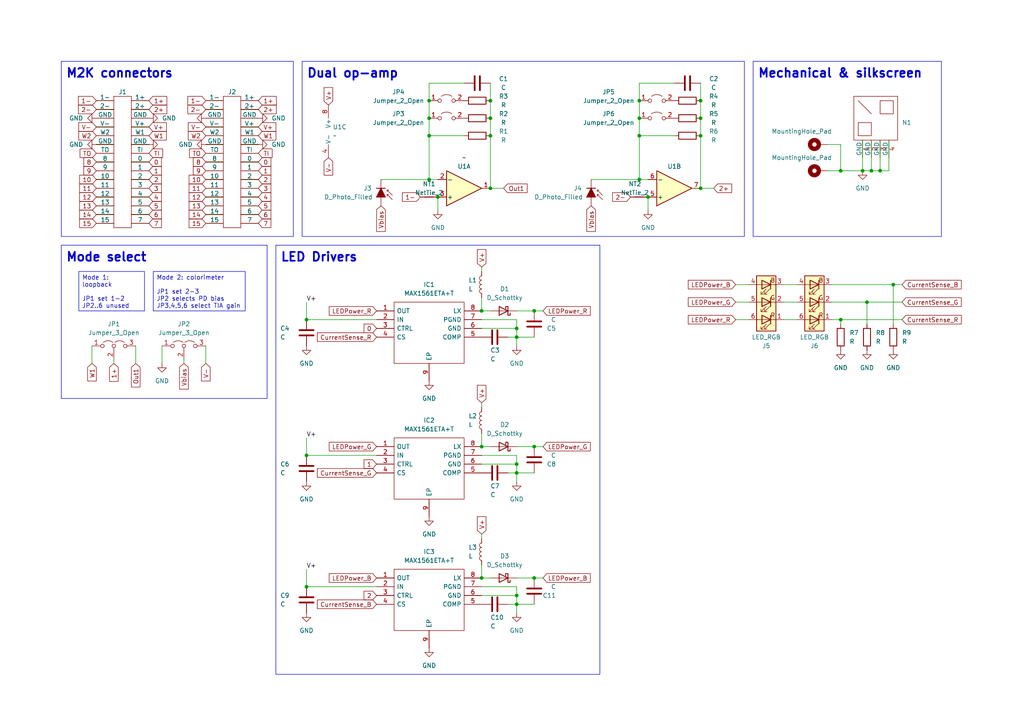
<source format=kicad_sch>
(kicad_sch (version 20230121) (generator eeschema)

  (uuid dfc531c0-ea48-4928-a6a1-03160252b35e)

  (paper "A4")

  (lib_symbols
    (symbol "ADALM2000_Connector:Full15_Female" (pin_numbers hide) (pin_names (offset 0)) (in_bom yes) (on_board yes)
      (property "Reference" "J" (at 0 21.59 0)
        (effects (font (size 1.27 1.27)))
      )
      (property "Value" "Full15_Female" (at 0 24.13 0)
        (effects (font (size 1.27 1.27)) hide)
      )
      (property "Footprint" "Connector_PinSocket_2.54mm:PinSocket_2x15_P2.54mm_Horizontal" (at 0 26.67 0)
        (effects (font (size 1.27 1.27)) hide)
      )
      (property "Datasheet" "" (at 0 11.43 0)
        (effects (font (size 1.27 1.27)) hide)
      )
      (property "ki_description" "M2K 15x2 connector for use in plug-in boards" (at 0 0 0)
        (effects (font (size 1.27 1.27)) hide)
      )
      (property "ki_fp_filters" "Connector_PinSocket_2.54mm:PinSocket_2x15_P2.54mm*" (at 0 0 0)
        (effects (font (size 1.27 1.27)) hide)
      )
      (symbol "Full15_Female_0_1"
        (rectangle (start -2.54 19.05) (end 2.54 -19.05)
          (stroke (width 0) (type default))
          (fill (type none))
        )
      )
      (symbol "Full15_Female_1_1"
        (pin bidirectional line (at 2.54 -17.78 0) (length 5.08)
          (name "7" (effects (font (size 1.27 1.27))))
          (number "1" (effects (font (size 1.27 1.27))))
        )
        (pin bidirectional line (at -2.54 -7.62 180) (length 5.08)
          (name "11" (effects (font (size 1.27 1.27))))
          (number "10" (effects (font (size 1.27 1.27))))
        )
        (pin bidirectional line (at 2.54 -5.08 0) (length 5.08)
          (name "2" (effects (font (size 1.27 1.27))))
          (number "11" (effects (font (size 1.27 1.27))))
        )
        (pin bidirectional line (at -2.54 -5.08 180) (length 5.08)
          (name "10" (effects (font (size 1.27 1.27))))
          (number "12" (effects (font (size 1.27 1.27))))
        )
        (pin bidirectional line (at 2.54 -2.54 0) (length 5.08)
          (name "1" (effects (font (size 1.27 1.27))))
          (number "13" (effects (font (size 1.27 1.27))))
        )
        (pin bidirectional line (at -2.54 -2.54 180) (length 5.08)
          (name "9" (effects (font (size 1.27 1.27))))
          (number "14" (effects (font (size 1.27 1.27))))
        )
        (pin bidirectional line (at 2.54 0 0) (length 5.08)
          (name "0" (effects (font (size 1.27 1.27))))
          (number "15" (effects (font (size 1.27 1.27))))
        )
        (pin bidirectional line (at -2.54 0 180) (length 5.08)
          (name "8" (effects (font (size 1.27 1.27))))
          (number "16" (effects (font (size 1.27 1.27))))
        )
        (pin input line (at 2.54 2.54 0) (length 5.08)
          (name "TI" (effects (font (size 1.27 1.27))))
          (number "17" (effects (font (size 1.27 1.27))))
        )
        (pin output line (at -2.54 2.54 180) (length 5.08)
          (name "TO" (effects (font (size 1.27 1.27))))
          (number "18" (effects (font (size 1.27 1.27))))
        )
        (pin power_out line (at 2.54 5.08 0) (length 5.08)
          (name "GND" (effects (font (size 1.27 1.27))))
          (number "19" (effects (font (size 1.27 1.27))))
        )
        (pin bidirectional line (at -2.54 -17.78 180) (length 5.08)
          (name "15" (effects (font (size 1.27 1.27))))
          (number "2" (effects (font (size 1.27 1.27))))
        )
        (pin power_out line (at -2.54 5.08 180) (length 5.08)
          (name "GND" (effects (font (size 1.27 1.27))))
          (number "20" (effects (font (size 1.27 1.27))))
        )
        (pin output line (at 2.54 7.62 0) (length 5.08)
          (name "W1" (effects (font (size 1.27 1.27))))
          (number "21" (effects (font (size 1.27 1.27))))
        )
        (pin output line (at -2.54 7.62 180) (length 5.08)
          (name "W2" (effects (font (size 1.27 1.27))))
          (number "22" (effects (font (size 1.27 1.27))))
        )
        (pin power_out line (at 2.54 10.16 0) (length 5.08)
          (name "V+" (effects (font (size 1.27 1.27))))
          (number "23" (effects (font (size 1.27 1.27))))
        )
        (pin power_out line (at -2.54 10.16 180) (length 5.08)
          (name "V-" (effects (font (size 1.27 1.27))))
          (number "24" (effects (font (size 1.27 1.27))))
        )
        (pin power_out line (at 2.54 12.7 0) (length 5.08)
          (name "GND" (effects (font (size 1.27 1.27))))
          (number "25" (effects (font (size 1.27 1.27))))
        )
        (pin power_out line (at -2.54 12.7 180) (length 5.08)
          (name "GND" (effects (font (size 1.27 1.27))))
          (number "26" (effects (font (size 1.27 1.27))))
        )
        (pin input line (at 2.54 15.24 0) (length 5.08)
          (name "2+" (effects (font (size 1.27 1.27))))
          (number "27" (effects (font (size 1.27 1.27))))
        )
        (pin input line (at -2.54 15.24 180) (length 5.08)
          (name "2-" (effects (font (size 1.27 1.27))))
          (number "28" (effects (font (size 1.27 1.27))))
        )
        (pin input line (at 2.54 17.78 0) (length 5.08)
          (name "1+" (effects (font (size 1.27 1.27))))
          (number "29" (effects (font (size 1.27 1.27))))
        )
        (pin bidirectional line (at 2.54 -15.24 0) (length 5.08)
          (name "6" (effects (font (size 1.27 1.27))))
          (number "3" (effects (font (size 1.27 1.27))))
        )
        (pin input line (at -2.54 17.78 180) (length 5.08)
          (name "1-" (effects (font (size 1.27 1.27))))
          (number "30" (effects (font (size 1.27 1.27))))
        )
        (pin bidirectional line (at -2.54 -15.24 180) (length 5.08)
          (name "14" (effects (font (size 1.27 1.27))))
          (number "4" (effects (font (size 1.27 1.27))))
        )
        (pin bidirectional line (at 2.54 -12.7 0) (length 5.08)
          (name "5" (effects (font (size 1.27 1.27))))
          (number "5" (effects (font (size 1.27 1.27))))
        )
        (pin bidirectional line (at -2.54 -12.7 180) (length 5.08)
          (name "13" (effects (font (size 1.27 1.27))))
          (number "6" (effects (font (size 1.27 1.27))))
        )
        (pin bidirectional line (at 2.54 -10.16 0) (length 5.08)
          (name "4" (effects (font (size 1.27 1.27))))
          (number "7" (effects (font (size 1.27 1.27))))
        )
        (pin bidirectional line (at -2.54 -10.16 180) (length 5.08)
          (name "12" (effects (font (size 1.27 1.27))))
          (number "8" (effects (font (size 1.27 1.27))))
        )
        (pin bidirectional line (at 2.54 -7.62 0) (length 5.08)
          (name "3" (effects (font (size 1.27 1.27))))
          (number "9" (effects (font (size 1.27 1.27))))
        )
      )
    )
    (symbol "ADALM2000_Connector:Full15_Male" (pin_numbers hide) (pin_names (offset 0)) (in_bom yes) (on_board yes)
      (property "Reference" "J" (at 0 21.59 0)
        (effects (font (size 1.27 1.27)))
      )
      (property "Value" "Full15_Male" (at 0 24.13 0)
        (effects (font (size 1.27 1.27)) hide)
      )
      (property "Footprint" "Connector_PinHeader_2.54mm:PinHeader_2x15_P2.54mm_Horizontal" (at 0 26.67 0)
        (effects (font (size 1.27 1.27)) hide)
      )
      (property "Datasheet" "" (at 0 11.43 0)
        (effects (font (size 1.27 1.27)) hide)
      )
      (property "ki_description" "M2K 15x2 connector for use as an output to interface with plug-in boards" (at 0 0 0)
        (effects (font (size 1.27 1.27)) hide)
      )
      (property "ki_fp_filters" "Connector_PinHeader_2.54mm:PinHeader_2x15_P2.54mm*" (at 0 0 0)
        (effects (font (size 1.27 1.27)) hide)
      )
      (symbol "Full15_Male_0_1"
        (rectangle (start -2.54 19.05) (end 2.54 -19.05)
          (stroke (width 0) (type default))
          (fill (type none))
        )
      )
      (symbol "Full15_Male_1_1"
        (pin bidirectional line (at 2.54 -17.78 0) (length 5.08)
          (name "7" (effects (font (size 1.27 1.27))))
          (number "1" (effects (font (size 1.27 1.27))))
        )
        (pin bidirectional line (at -2.54 -7.62 180) (length 5.08)
          (name "11" (effects (font (size 1.27 1.27))))
          (number "10" (effects (font (size 1.27 1.27))))
        )
        (pin bidirectional line (at 2.54 -5.08 0) (length 5.08)
          (name "2" (effects (font (size 1.27 1.27))))
          (number "11" (effects (font (size 1.27 1.27))))
        )
        (pin bidirectional line (at -2.54 -5.08 180) (length 5.08)
          (name "10" (effects (font (size 1.27 1.27))))
          (number "12" (effects (font (size 1.27 1.27))))
        )
        (pin bidirectional line (at 2.54 -2.54 0) (length 5.08)
          (name "1" (effects (font (size 1.27 1.27))))
          (number "13" (effects (font (size 1.27 1.27))))
        )
        (pin bidirectional line (at -2.54 -2.54 180) (length 5.08)
          (name "9" (effects (font (size 1.27 1.27))))
          (number "14" (effects (font (size 1.27 1.27))))
        )
        (pin bidirectional line (at 2.54 0 0) (length 5.08)
          (name "0" (effects (font (size 1.27 1.27))))
          (number "15" (effects (font (size 1.27 1.27))))
        )
        (pin bidirectional line (at -2.54 0 180) (length 5.08)
          (name "8" (effects (font (size 1.27 1.27))))
          (number "16" (effects (font (size 1.27 1.27))))
        )
        (pin output line (at 2.54 2.54 0) (length 5.08)
          (name "TI" (effects (font (size 1.27 1.27))))
          (number "17" (effects (font (size 1.27 1.27))))
        )
        (pin input line (at -2.54 2.54 180) (length 5.08)
          (name "TO" (effects (font (size 1.27 1.27))))
          (number "18" (effects (font (size 1.27 1.27))))
        )
        (pin power_in line (at 2.54 5.08 0) (length 5.08)
          (name "GND" (effects (font (size 1.27 1.27))))
          (number "19" (effects (font (size 1.27 1.27))))
        )
        (pin bidirectional line (at -2.54 -17.78 180) (length 5.08)
          (name "15" (effects (font (size 1.27 1.27))))
          (number "2" (effects (font (size 1.27 1.27))))
        )
        (pin power_in line (at -2.54 5.08 180) (length 5.08)
          (name "GND" (effects (font (size 1.27 1.27))))
          (number "20" (effects (font (size 1.27 1.27))))
        )
        (pin input line (at 2.54 7.62 0) (length 5.08)
          (name "W1" (effects (font (size 1.27 1.27))))
          (number "21" (effects (font (size 1.27 1.27))))
        )
        (pin input line (at -2.54 7.62 180) (length 5.08)
          (name "W2" (effects (font (size 1.27 1.27))))
          (number "22" (effects (font (size 1.27 1.27))))
        )
        (pin power_in line (at 2.54 10.16 0) (length 5.08)
          (name "V+" (effects (font (size 1.27 1.27))))
          (number "23" (effects (font (size 1.27 1.27))))
        )
        (pin power_in line (at -2.54 10.16 180) (length 5.08)
          (name "V-" (effects (font (size 1.27 1.27))))
          (number "24" (effects (font (size 1.27 1.27))))
        )
        (pin power_in line (at 2.54 12.7 0) (length 5.08)
          (name "GND" (effects (font (size 1.27 1.27))))
          (number "25" (effects (font (size 1.27 1.27))))
        )
        (pin power_in line (at -2.54 12.7 180) (length 5.08)
          (name "GND" (effects (font (size 1.27 1.27))))
          (number "26" (effects (font (size 1.27 1.27))))
        )
        (pin bidirectional line (at 2.54 15.24 0) (length 5.08)
          (name "2+" (effects (font (size 1.27 1.27))))
          (number "27" (effects (font (size 1.27 1.27))))
        )
        (pin bidirectional line (at -2.54 15.24 180) (length 5.08)
          (name "2-" (effects (font (size 1.27 1.27))))
          (number "28" (effects (font (size 1.27 1.27))))
        )
        (pin bidirectional line (at 2.54 17.78 0) (length 5.08)
          (name "1+" (effects (font (size 1.27 1.27))))
          (number "29" (effects (font (size 1.27 1.27))))
        )
        (pin bidirectional line (at 2.54 -15.24 0) (length 5.08)
          (name "6" (effects (font (size 1.27 1.27))))
          (number "3" (effects (font (size 1.27 1.27))))
        )
        (pin bidirectional line (at -2.54 17.78 180) (length 5.08)
          (name "1-" (effects (font (size 1.27 1.27))))
          (number "30" (effects (font (size 1.27 1.27))))
        )
        (pin bidirectional line (at -2.54 -15.24 180) (length 5.08)
          (name "14" (effects (font (size 1.27 1.27))))
          (number "4" (effects (font (size 1.27 1.27))))
        )
        (pin bidirectional line (at 2.54 -12.7 0) (length 5.08)
          (name "5" (effects (font (size 1.27 1.27))))
          (number "5" (effects (font (size 1.27 1.27))))
        )
        (pin bidirectional line (at -2.54 -12.7 180) (length 5.08)
          (name "13" (effects (font (size 1.27 1.27))))
          (number "6" (effects (font (size 1.27 1.27))))
        )
        (pin bidirectional line (at 2.54 -10.16 0) (length 5.08)
          (name "4" (effects (font (size 1.27 1.27))))
          (number "7" (effects (font (size 1.27 1.27))))
        )
        (pin bidirectional line (at -2.54 -10.16 180) (length 5.08)
          (name "12" (effects (font (size 1.27 1.27))))
          (number "8" (effects (font (size 1.27 1.27))))
        )
        (pin bidirectional line (at 2.54 -7.62 0) (length 5.08)
          (name "3" (effects (font (size 1.27 1.27))))
          (number "9" (effects (font (size 1.27 1.27))))
        )
      )
    )
    (symbol "Amplifier_Operational:AD8656" (pin_names (offset 0.127)) (in_bom yes) (on_board yes)
      (property "Reference" "U" (at 0 5.08 0)
        (effects (font (size 1.27 1.27)) (justify left))
      )
      (property "Value" "AD8656" (at 0 -5.08 0)
        (effects (font (size 1.27 1.27)) (justify left))
      )
      (property "Footprint" "" (at 0 0 0)
        (effects (font (size 1.27 1.27)) hide)
      )
      (property "Datasheet" "https://www.analog.com/media/en/technical-documentation/data-sheets/ad8655_8656.pdf" (at 0 0 0)
        (effects (font (size 1.27 1.27)) hide)
      )
      (property "ki_locked" "" (at 0 0 0)
        (effects (font (size 1.27 1.27)))
      )
      (property "ki_keywords" "dual opamp" (at 0 0 0)
        (effects (font (size 1.27 1.27)) hide)
      )
      (property "ki_description" "Dual Low Noise, Precision CMOS Amplifier" (at 0 0 0)
        (effects (font (size 1.27 1.27)) hide)
      )
      (property "ki_fp_filters" "SOIC*3.9x4.9mm*P1.27mm* MSOP*3x3mm*P0.65mm*" (at 0 0 0)
        (effects (font (size 1.27 1.27)) hide)
      )
      (symbol "AD8656_1_1"
        (polyline
          (pts
            (xy -5.08 5.08)
            (xy 5.08 0)
            (xy -5.08 -5.08)
            (xy -5.08 5.08)
          )
          (stroke (width 0.254) (type default))
          (fill (type background))
        )
        (pin output line (at 7.62 0 180) (length 2.54)
          (name "~" (effects (font (size 1.27 1.27))))
          (number "1" (effects (font (size 1.27 1.27))))
        )
        (pin input line (at -7.62 -2.54 0) (length 2.54)
          (name "-" (effects (font (size 1.27 1.27))))
          (number "2" (effects (font (size 1.27 1.27))))
        )
        (pin input line (at -7.62 2.54 0) (length 2.54)
          (name "+" (effects (font (size 1.27 1.27))))
          (number "3" (effects (font (size 1.27 1.27))))
        )
      )
      (symbol "AD8656_2_1"
        (polyline
          (pts
            (xy -5.08 5.08)
            (xy 5.08 0)
            (xy -5.08 -5.08)
            (xy -5.08 5.08)
          )
          (stroke (width 0.254) (type default))
          (fill (type background))
        )
        (pin input line (at -7.62 2.54 0) (length 2.54)
          (name "+" (effects (font (size 1.27 1.27))))
          (number "5" (effects (font (size 1.27 1.27))))
        )
        (pin input line (at -7.62 -2.54 0) (length 2.54)
          (name "-" (effects (font (size 1.27 1.27))))
          (number "6" (effects (font (size 1.27 1.27))))
        )
        (pin output line (at 7.62 0 180) (length 2.54)
          (name "~" (effects (font (size 1.27 1.27))))
          (number "7" (effects (font (size 1.27 1.27))))
        )
      )
      (symbol "AD8656_3_1"
        (pin power_in line (at -2.54 -7.62 90) (length 3.81)
          (name "V-" (effects (font (size 1.27 1.27))))
          (number "4" (effects (font (size 1.27 1.27))))
        )
        (pin power_in line (at -2.54 7.62 270) (length 3.81)
          (name "V+" (effects (font (size 1.27 1.27))))
          (number "8" (effects (font (size 1.27 1.27))))
        )
      )
    )
    (symbol "Device:C" (pin_numbers hide) (pin_names (offset 0.254)) (in_bom yes) (on_board yes)
      (property "Reference" "C" (at 0.635 2.54 0)
        (effects (font (size 1.27 1.27)) (justify left))
      )
      (property "Value" "C" (at 0.635 -2.54 0)
        (effects (font (size 1.27 1.27)) (justify left))
      )
      (property "Footprint" "" (at 0.9652 -3.81 0)
        (effects (font (size 1.27 1.27)) hide)
      )
      (property "Datasheet" "~" (at 0 0 0)
        (effects (font (size 1.27 1.27)) hide)
      )
      (property "ki_keywords" "cap capacitor" (at 0 0 0)
        (effects (font (size 1.27 1.27)) hide)
      )
      (property "ki_description" "Unpolarized capacitor" (at 0 0 0)
        (effects (font (size 1.27 1.27)) hide)
      )
      (property "ki_fp_filters" "C_*" (at 0 0 0)
        (effects (font (size 1.27 1.27)) hide)
      )
      (symbol "C_0_1"
        (polyline
          (pts
            (xy -2.032 -0.762)
            (xy 2.032 -0.762)
          )
          (stroke (width 0.508) (type default))
          (fill (type none))
        )
        (polyline
          (pts
            (xy -2.032 0.762)
            (xy 2.032 0.762)
          )
          (stroke (width 0.508) (type default))
          (fill (type none))
        )
      )
      (symbol "C_1_1"
        (pin passive line (at 0 3.81 270) (length 2.794)
          (name "~" (effects (font (size 1.27 1.27))))
          (number "1" (effects (font (size 1.27 1.27))))
        )
        (pin passive line (at 0 -3.81 90) (length 2.794)
          (name "~" (effects (font (size 1.27 1.27))))
          (number "2" (effects (font (size 1.27 1.27))))
        )
      )
    )
    (symbol "Device:D_Photo_Filled" (pin_numbers hide) (pin_names hide) (in_bom yes) (on_board yes)
      (property "Reference" "D" (at 0.508 1.778 0)
        (effects (font (size 1.27 1.27)) (justify left))
      )
      (property "Value" "D_Photo_Filled" (at -1.016 -2.794 0)
        (effects (font (size 1.27 1.27)))
      )
      (property "Footprint" "" (at -1.27 0 0)
        (effects (font (size 1.27 1.27)) hide)
      )
      (property "Datasheet" "~" (at -1.27 0 0)
        (effects (font (size 1.27 1.27)) hide)
      )
      (property "ki_keywords" "photodiode diode opto" (at 0 0 0)
        (effects (font (size 1.27 1.27)) hide)
      )
      (property "ki_description" "Photodiode, filled shape" (at 0 0 0)
        (effects (font (size 1.27 1.27)) hide)
      )
      (symbol "D_Photo_Filled_0_1"
        (polyline
          (pts
            (xy -2.54 1.27)
            (xy -2.54 -1.27)
          )
          (stroke (width 0.254) (type default))
          (fill (type none))
        )
        (polyline
          (pts
            (xy -2.032 1.778)
            (xy -1.524 1.778)
          )
          (stroke (width 0) (type default))
          (fill (type none))
        )
        (polyline
          (pts
            (xy 0 0)
            (xy -2.54 0)
          )
          (stroke (width 0) (type default))
          (fill (type none))
        )
        (polyline
          (pts
            (xy -0.508 3.302)
            (xy -2.032 1.778)
            (xy -2.032 2.286)
          )
          (stroke (width 0) (type default))
          (fill (type none))
        )
        (polyline
          (pts
            (xy 0 -1.27)
            (xy 0 1.27)
            (xy -2.54 0)
            (xy 0 -1.27)
          )
          (stroke (width 0.254) (type default))
          (fill (type outline))
        )
        (polyline
          (pts
            (xy 0.762 3.302)
            (xy -0.762 1.778)
            (xy -0.762 2.286)
            (xy -0.762 1.778)
            (xy -0.254 1.778)
          )
          (stroke (width 0) (type default))
          (fill (type none))
        )
      )
      (symbol "D_Photo_Filled_1_1"
        (pin passive line (at -5.08 0 0) (length 2.54)
          (name "K" (effects (font (size 1.27 1.27))))
          (number "1" (effects (font (size 1.27 1.27))))
        )
        (pin passive line (at 2.54 0 180) (length 2.54)
          (name "A" (effects (font (size 1.27 1.27))))
          (number "2" (effects (font (size 1.27 1.27))))
        )
      )
    )
    (symbol "Device:D_Schottky" (pin_numbers hide) (pin_names (offset 1.016) hide) (in_bom yes) (on_board yes)
      (property "Reference" "D" (at 0 2.54 0)
        (effects (font (size 1.27 1.27)))
      )
      (property "Value" "D_Schottky" (at 0 -2.54 0)
        (effects (font (size 1.27 1.27)))
      )
      (property "Footprint" "" (at 0 0 0)
        (effects (font (size 1.27 1.27)) hide)
      )
      (property "Datasheet" "~" (at 0 0 0)
        (effects (font (size 1.27 1.27)) hide)
      )
      (property "ki_keywords" "diode Schottky" (at 0 0 0)
        (effects (font (size 1.27 1.27)) hide)
      )
      (property "ki_description" "Schottky diode" (at 0 0 0)
        (effects (font (size 1.27 1.27)) hide)
      )
      (property "ki_fp_filters" "TO-???* *_Diode_* *SingleDiode* D_*" (at 0 0 0)
        (effects (font (size 1.27 1.27)) hide)
      )
      (symbol "D_Schottky_0_1"
        (polyline
          (pts
            (xy 1.27 0)
            (xy -1.27 0)
          )
          (stroke (width 0) (type default))
          (fill (type none))
        )
        (polyline
          (pts
            (xy 1.27 1.27)
            (xy 1.27 -1.27)
            (xy -1.27 0)
            (xy 1.27 1.27)
          )
          (stroke (width 0.254) (type default))
          (fill (type none))
        )
        (polyline
          (pts
            (xy -1.905 0.635)
            (xy -1.905 1.27)
            (xy -1.27 1.27)
            (xy -1.27 -1.27)
            (xy -0.635 -1.27)
            (xy -0.635 -0.635)
          )
          (stroke (width 0.254) (type default))
          (fill (type none))
        )
      )
      (symbol "D_Schottky_1_1"
        (pin passive line (at -3.81 0 0) (length 2.54)
          (name "K" (effects (font (size 1.27 1.27))))
          (number "1" (effects (font (size 1.27 1.27))))
        )
        (pin passive line (at 3.81 0 180) (length 2.54)
          (name "A" (effects (font (size 1.27 1.27))))
          (number "2" (effects (font (size 1.27 1.27))))
        )
      )
    )
    (symbol "Device:L" (pin_numbers hide) (pin_names (offset 1.016) hide) (in_bom yes) (on_board yes)
      (property "Reference" "L" (at -1.27 0 90)
        (effects (font (size 1.27 1.27)))
      )
      (property "Value" "L" (at 1.905 0 90)
        (effects (font (size 1.27 1.27)))
      )
      (property "Footprint" "" (at 0 0 0)
        (effects (font (size 1.27 1.27)) hide)
      )
      (property "Datasheet" "~" (at 0 0 0)
        (effects (font (size 1.27 1.27)) hide)
      )
      (property "ki_keywords" "inductor choke coil reactor magnetic" (at 0 0 0)
        (effects (font (size 1.27 1.27)) hide)
      )
      (property "ki_description" "Inductor" (at 0 0 0)
        (effects (font (size 1.27 1.27)) hide)
      )
      (property "ki_fp_filters" "Choke_* *Coil* Inductor_* L_*" (at 0 0 0)
        (effects (font (size 1.27 1.27)) hide)
      )
      (symbol "L_0_1"
        (arc (start 0 -2.54) (mid 0.6323 -1.905) (end 0 -1.27)
          (stroke (width 0) (type default))
          (fill (type none))
        )
        (arc (start 0 -1.27) (mid 0.6323 -0.635) (end 0 0)
          (stroke (width 0) (type default))
          (fill (type none))
        )
        (arc (start 0 0) (mid 0.6323 0.635) (end 0 1.27)
          (stroke (width 0) (type default))
          (fill (type none))
        )
        (arc (start 0 1.27) (mid 0.6323 1.905) (end 0 2.54)
          (stroke (width 0) (type default))
          (fill (type none))
        )
      )
      (symbol "L_1_1"
        (pin passive line (at 0 3.81 270) (length 1.27)
          (name "1" (effects (font (size 1.27 1.27))))
          (number "1" (effects (font (size 1.27 1.27))))
        )
        (pin passive line (at 0 -3.81 90) (length 1.27)
          (name "2" (effects (font (size 1.27 1.27))))
          (number "2" (effects (font (size 1.27 1.27))))
        )
      )
    )
    (symbol "Device:LED_RGB" (pin_names (offset 0) hide) (in_bom yes) (on_board yes)
      (property "Reference" "D" (at 0 9.398 0)
        (effects (font (size 1.27 1.27)))
      )
      (property "Value" "LED_RGB" (at 0 -8.89 0)
        (effects (font (size 1.27 1.27)))
      )
      (property "Footprint" "" (at 0 -1.27 0)
        (effects (font (size 1.27 1.27)) hide)
      )
      (property "Datasheet" "~" (at 0 -1.27 0)
        (effects (font (size 1.27 1.27)) hide)
      )
      (property "ki_keywords" "LED RGB diode" (at 0 0 0)
        (effects (font (size 1.27 1.27)) hide)
      )
      (property "ki_description" "RGB LED, 6 pin package" (at 0 0 0)
        (effects (font (size 1.27 1.27)) hide)
      )
      (property "ki_fp_filters" "LED* LED_SMD:* LED_THT:*" (at 0 0 0)
        (effects (font (size 1.27 1.27)) hide)
      )
      (symbol "LED_RGB_0_0"
        (text "B" (at -1.905 -6.35 0)
          (effects (font (size 1.27 1.27)))
        )
        (text "G" (at -1.905 -1.27 0)
          (effects (font (size 1.27 1.27)))
        )
        (text "R" (at -1.905 3.81 0)
          (effects (font (size 1.27 1.27)))
        )
      )
      (symbol "LED_RGB_0_1"
        (polyline
          (pts
            (xy -1.27 -5.08)
            (xy -2.54 -5.08)
          )
          (stroke (width 0) (type default))
          (fill (type none))
        )
        (polyline
          (pts
            (xy -1.27 -5.08)
            (xy 1.27 -5.08)
          )
          (stroke (width 0) (type default))
          (fill (type none))
        )
        (polyline
          (pts
            (xy -1.27 -3.81)
            (xy -1.27 -6.35)
          )
          (stroke (width 0.254) (type default))
          (fill (type none))
        )
        (polyline
          (pts
            (xy -1.27 0)
            (xy -2.54 0)
          )
          (stroke (width 0) (type default))
          (fill (type none))
        )
        (polyline
          (pts
            (xy -1.27 1.27)
            (xy -1.27 -1.27)
          )
          (stroke (width 0.254) (type default))
          (fill (type none))
        )
        (polyline
          (pts
            (xy -1.27 5.08)
            (xy -2.54 5.08)
          )
          (stroke (width 0) (type default))
          (fill (type none))
        )
        (polyline
          (pts
            (xy -1.27 5.08)
            (xy 1.27 5.08)
          )
          (stroke (width 0) (type default))
          (fill (type none))
        )
        (polyline
          (pts
            (xy -1.27 6.35)
            (xy -1.27 3.81)
          )
          (stroke (width 0.254) (type default))
          (fill (type none))
        )
        (polyline
          (pts
            (xy 1.27 -5.08)
            (xy 2.54 -5.08)
          )
          (stroke (width 0) (type default))
          (fill (type none))
        )
        (polyline
          (pts
            (xy 1.27 0)
            (xy -1.27 0)
          )
          (stroke (width 0) (type default))
          (fill (type none))
        )
        (polyline
          (pts
            (xy 1.27 0)
            (xy 2.54 0)
          )
          (stroke (width 0) (type default))
          (fill (type none))
        )
        (polyline
          (pts
            (xy 1.27 5.08)
            (xy 2.54 5.08)
          )
          (stroke (width 0) (type default))
          (fill (type none))
        )
        (polyline
          (pts
            (xy -1.27 1.27)
            (xy -1.27 -1.27)
            (xy -1.27 -1.27)
          )
          (stroke (width 0) (type default))
          (fill (type none))
        )
        (polyline
          (pts
            (xy -1.27 6.35)
            (xy -1.27 3.81)
            (xy -1.27 3.81)
          )
          (stroke (width 0) (type default))
          (fill (type none))
        )
        (polyline
          (pts
            (xy 1.27 -3.81)
            (xy 1.27 -6.35)
            (xy -1.27 -5.08)
            (xy 1.27 -3.81)
          )
          (stroke (width 0.254) (type default))
          (fill (type none))
        )
        (polyline
          (pts
            (xy 1.27 1.27)
            (xy 1.27 -1.27)
            (xy -1.27 0)
            (xy 1.27 1.27)
          )
          (stroke (width 0.254) (type default))
          (fill (type none))
        )
        (polyline
          (pts
            (xy 1.27 6.35)
            (xy 1.27 3.81)
            (xy -1.27 5.08)
            (xy 1.27 6.35)
          )
          (stroke (width 0.254) (type default))
          (fill (type none))
        )
        (polyline
          (pts
            (xy -1.016 -3.81)
            (xy 0.508 -2.286)
            (xy -0.254 -2.286)
            (xy 0.508 -2.286)
            (xy 0.508 -3.048)
          )
          (stroke (width 0) (type default))
          (fill (type none))
        )
        (polyline
          (pts
            (xy -1.016 1.27)
            (xy 0.508 2.794)
            (xy -0.254 2.794)
            (xy 0.508 2.794)
            (xy 0.508 2.032)
          )
          (stroke (width 0) (type default))
          (fill (type none))
        )
        (polyline
          (pts
            (xy -1.016 6.35)
            (xy 0.508 7.874)
            (xy -0.254 7.874)
            (xy 0.508 7.874)
            (xy 0.508 7.112)
          )
          (stroke (width 0) (type default))
          (fill (type none))
        )
        (polyline
          (pts
            (xy 0 -3.81)
            (xy 1.524 -2.286)
            (xy 0.762 -2.286)
            (xy 1.524 -2.286)
            (xy 1.524 -3.048)
          )
          (stroke (width 0) (type default))
          (fill (type none))
        )
        (polyline
          (pts
            (xy 0 1.27)
            (xy 1.524 2.794)
            (xy 0.762 2.794)
            (xy 1.524 2.794)
            (xy 1.524 2.032)
          )
          (stroke (width 0) (type default))
          (fill (type none))
        )
        (polyline
          (pts
            (xy 0 6.35)
            (xy 1.524 7.874)
            (xy 0.762 7.874)
            (xy 1.524 7.874)
            (xy 1.524 7.112)
          )
          (stroke (width 0) (type default))
          (fill (type none))
        )
        (rectangle (start 1.27 -1.27) (end 1.27 1.27)
          (stroke (width 0) (type default))
          (fill (type none))
        )
        (rectangle (start 1.27 1.27) (end 1.27 1.27)
          (stroke (width 0) (type default))
          (fill (type none))
        )
        (rectangle (start 1.27 3.81) (end 1.27 6.35)
          (stroke (width 0) (type default))
          (fill (type none))
        )
        (rectangle (start 1.27 6.35) (end 1.27 6.35)
          (stroke (width 0) (type default))
          (fill (type none))
        )
        (rectangle (start 2.794 8.382) (end -2.794 -7.62)
          (stroke (width 0.254) (type default))
          (fill (type background))
        )
      )
      (symbol "LED_RGB_1_1"
        (pin passive line (at -5.08 5.08 0) (length 2.54)
          (name "RK" (effects (font (size 1.27 1.27))))
          (number "1" (effects (font (size 1.27 1.27))))
        )
        (pin passive line (at -5.08 0 0) (length 2.54)
          (name "GK" (effects (font (size 1.27 1.27))))
          (number "2" (effects (font (size 1.27 1.27))))
        )
        (pin passive line (at -5.08 -5.08 0) (length 2.54)
          (name "BK" (effects (font (size 1.27 1.27))))
          (number "3" (effects (font (size 1.27 1.27))))
        )
        (pin passive line (at 5.08 -5.08 180) (length 2.54)
          (name "BA" (effects (font (size 1.27 1.27))))
          (number "4" (effects (font (size 1.27 1.27))))
        )
        (pin passive line (at 5.08 0 180) (length 2.54)
          (name "GA" (effects (font (size 1.27 1.27))))
          (number "5" (effects (font (size 1.27 1.27))))
        )
        (pin passive line (at 5.08 5.08 180) (length 2.54)
          (name "RA" (effects (font (size 1.27 1.27))))
          (number "6" (effects (font (size 1.27 1.27))))
        )
      )
    )
    (symbol "Device:NetTie_2" (pin_numbers hide) (pin_names (offset 0) hide) (in_bom no) (on_board yes)
      (property "Reference" "NT" (at 0 1.27 0)
        (effects (font (size 1.27 1.27)))
      )
      (property "Value" "NetTie_2" (at 0 -1.27 0)
        (effects (font (size 1.27 1.27)))
      )
      (property "Footprint" "" (at 0 0 0)
        (effects (font (size 1.27 1.27)) hide)
      )
      (property "Datasheet" "~" (at 0 0 0)
        (effects (font (size 1.27 1.27)) hide)
      )
      (property "ki_keywords" "net tie short" (at 0 0 0)
        (effects (font (size 1.27 1.27)) hide)
      )
      (property "ki_description" "Net tie, 2 pins" (at 0 0 0)
        (effects (font (size 1.27 1.27)) hide)
      )
      (property "ki_fp_filters" "Net*Tie*" (at 0 0 0)
        (effects (font (size 1.27 1.27)) hide)
      )
      (symbol "NetTie_2_0_1"
        (polyline
          (pts
            (xy -1.27 0)
            (xy 1.27 0)
          )
          (stroke (width 0.254) (type default))
          (fill (type none))
        )
      )
      (symbol "NetTie_2_1_1"
        (pin passive line (at -2.54 0 0) (length 2.54)
          (name "1" (effects (font (size 1.27 1.27))))
          (number "1" (effects (font (size 1.27 1.27))))
        )
        (pin passive line (at 2.54 0 180) (length 2.54)
          (name "2" (effects (font (size 1.27 1.27))))
          (number "2" (effects (font (size 1.27 1.27))))
        )
      )
    )
    (symbol "Device:R" (pin_numbers hide) (pin_names (offset 0)) (in_bom yes) (on_board yes)
      (property "Reference" "R" (at 2.032 0 90)
        (effects (font (size 1.27 1.27)))
      )
      (property "Value" "R" (at 0 0 90)
        (effects (font (size 1.27 1.27)))
      )
      (property "Footprint" "" (at -1.778 0 90)
        (effects (font (size 1.27 1.27)) hide)
      )
      (property "Datasheet" "~" (at 0 0 0)
        (effects (font (size 1.27 1.27)) hide)
      )
      (property "ki_keywords" "R res resistor" (at 0 0 0)
        (effects (font (size 1.27 1.27)) hide)
      )
      (property "ki_description" "Resistor" (at 0 0 0)
        (effects (font (size 1.27 1.27)) hide)
      )
      (property "ki_fp_filters" "R_*" (at 0 0 0)
        (effects (font (size 1.27 1.27)) hide)
      )
      (symbol "R_0_1"
        (rectangle (start -1.016 -2.54) (end 1.016 2.54)
          (stroke (width 0.254) (type default))
          (fill (type none))
        )
      )
      (symbol "R_1_1"
        (pin passive line (at 0 3.81 270) (length 1.27)
          (name "~" (effects (font (size 1.27 1.27))))
          (number "1" (effects (font (size 1.27 1.27))))
        )
        (pin passive line (at 0 -3.81 90) (length 1.27)
          (name "~" (effects (font (size 1.27 1.27))))
          (number "2" (effects (font (size 1.27 1.27))))
        )
      )
    )
    (symbol "Jumper:Jumper_2_Open" (pin_names (offset 0) hide) (in_bom yes) (on_board yes)
      (property "Reference" "JP" (at 0 2.794 0)
        (effects (font (size 1.27 1.27)))
      )
      (property "Value" "Jumper_2_Open" (at 0 -2.286 0)
        (effects (font (size 1.27 1.27)))
      )
      (property "Footprint" "" (at 0 0 0)
        (effects (font (size 1.27 1.27)) hide)
      )
      (property "Datasheet" "~" (at 0 0 0)
        (effects (font (size 1.27 1.27)) hide)
      )
      (property "ki_keywords" "Jumper SPST" (at 0 0 0)
        (effects (font (size 1.27 1.27)) hide)
      )
      (property "ki_description" "Jumper, 2-pole, open" (at 0 0 0)
        (effects (font (size 1.27 1.27)) hide)
      )
      (property "ki_fp_filters" "Jumper* TestPoint*2Pads* TestPoint*Bridge*" (at 0 0 0)
        (effects (font (size 1.27 1.27)) hide)
      )
      (symbol "Jumper_2_Open_0_0"
        (circle (center -2.032 0) (radius 0.508)
          (stroke (width 0) (type default))
          (fill (type none))
        )
        (circle (center 2.032 0) (radius 0.508)
          (stroke (width 0) (type default))
          (fill (type none))
        )
      )
      (symbol "Jumper_2_Open_0_1"
        (arc (start 1.524 1.27) (mid 0 1.778) (end -1.524 1.27)
          (stroke (width 0) (type default))
          (fill (type none))
        )
      )
      (symbol "Jumper_2_Open_1_1"
        (pin passive line (at -5.08 0 0) (length 2.54)
          (name "A" (effects (font (size 1.27 1.27))))
          (number "1" (effects (font (size 1.27 1.27))))
        )
        (pin passive line (at 5.08 0 180) (length 2.54)
          (name "B" (effects (font (size 1.27 1.27))))
          (number "2" (effects (font (size 1.27 1.27))))
        )
      )
    )
    (symbol "Jumper:Jumper_3_Open" (pin_names (offset 0) hide) (in_bom yes) (on_board yes)
      (property "Reference" "JP" (at -2.54 -2.54 0)
        (effects (font (size 1.27 1.27)))
      )
      (property "Value" "Jumper_3_Open" (at 0 2.794 0)
        (effects (font (size 1.27 1.27)))
      )
      (property "Footprint" "" (at 0 0 0)
        (effects (font (size 1.27 1.27)) hide)
      )
      (property "Datasheet" "~" (at 0 0 0)
        (effects (font (size 1.27 1.27)) hide)
      )
      (property "ki_keywords" "Jumper SPDT" (at 0 0 0)
        (effects (font (size 1.27 1.27)) hide)
      )
      (property "ki_description" "Jumper, 3-pole, both open" (at 0 0 0)
        (effects (font (size 1.27 1.27)) hide)
      )
      (property "ki_fp_filters" "Jumper* TestPoint*3Pads* TestPoint*Bridge*" (at 0 0 0)
        (effects (font (size 1.27 1.27)) hide)
      )
      (symbol "Jumper_3_Open_0_0"
        (circle (center -3.302 0) (radius 0.508)
          (stroke (width 0) (type default))
          (fill (type none))
        )
        (circle (center 0 0) (radius 0.508)
          (stroke (width 0) (type default))
          (fill (type none))
        )
        (circle (center 3.302 0) (radius 0.508)
          (stroke (width 0) (type default))
          (fill (type none))
        )
      )
      (symbol "Jumper_3_Open_0_1"
        (arc (start -0.254 1.016) (mid -1.651 1.4992) (end -3.048 1.016)
          (stroke (width 0) (type default))
          (fill (type none))
        )
        (polyline
          (pts
            (xy 0 -0.508)
            (xy 0 -1.27)
          )
          (stroke (width 0) (type default))
          (fill (type none))
        )
        (arc (start 3.048 1.016) (mid 1.651 1.4992) (end 0.254 1.016)
          (stroke (width 0) (type default))
          (fill (type none))
        )
      )
      (symbol "Jumper_3_Open_1_1"
        (pin passive line (at -6.35 0 0) (length 2.54)
          (name "A" (effects (font (size 1.27 1.27))))
          (number "1" (effects (font (size 1.27 1.27))))
        )
        (pin passive line (at 0 -3.81 90) (length 2.54)
          (name "C" (effects (font (size 1.27 1.27))))
          (number "2" (effects (font (size 1.27 1.27))))
        )
        (pin passive line (at 6.35 0 180) (length 2.54)
          (name "B" (effects (font (size 1.27 1.27))))
          (number "3" (effects (font (size 1.27 1.27))))
        )
      )
    )
    (symbol "Mechanical:MountingHole_Pad" (pin_numbers hide) (pin_names (offset 1.016) hide) (in_bom yes) (on_board yes)
      (property "Reference" "H" (at 0 6.35 0)
        (effects (font (size 1.27 1.27)))
      )
      (property "Value" "MountingHole_Pad" (at 0 4.445 0)
        (effects (font (size 1.27 1.27)))
      )
      (property "Footprint" "" (at 0 0 0)
        (effects (font (size 1.27 1.27)) hide)
      )
      (property "Datasheet" "~" (at 0 0 0)
        (effects (font (size 1.27 1.27)) hide)
      )
      (property "ki_keywords" "mounting hole" (at 0 0 0)
        (effects (font (size 1.27 1.27)) hide)
      )
      (property "ki_description" "Mounting Hole with connection" (at 0 0 0)
        (effects (font (size 1.27 1.27)) hide)
      )
      (property "ki_fp_filters" "MountingHole*Pad*" (at 0 0 0)
        (effects (font (size 1.27 1.27)) hide)
      )
      (symbol "MountingHole_Pad_0_1"
        (circle (center 0 1.27) (radius 1.27)
          (stroke (width 1.27) (type default))
          (fill (type none))
        )
      )
      (symbol "MountingHole_Pad_1_1"
        (pin input line (at 0 -2.54 90) (length 2.54)
          (name "1" (effects (font (size 1.27 1.27))))
          (number "1" (effects (font (size 1.27 1.27))))
        )
      )
    )
    (symbol "SamacSys_Parts:MAX1561ETA+T" (pin_names (offset 0.762)) (in_bom yes) (on_board yes)
      (property "Reference" "IC" (at 26.67 7.62 0)
        (effects (font (size 1.27 1.27)) (justify left))
      )
      (property "Value" "MAX1561ETA+T" (at 26.67 5.08 0)
        (effects (font (size 1.27 1.27)) (justify left))
      )
      (property "Footprint" "SON65P300X300X80-9N" (at 26.67 2.54 0)
        (effects (font (size 1.27 1.27)) (justify left) hide)
      )
      (property "Datasheet" "https://datasheets.maximintegrated.com/en/ds/MAX1561-MAX1599.pdf" (at 26.67 0 0)
        (effects (font (size 1.27 1.27)) (justify left) hide)
      )
      (property "Description" "LED Lighting Drivers High-Efficiency, 26V Step-Up Converters for Two to Six White LEDs" (at 26.67 -2.54 0)
        (effects (font (size 1.27 1.27)) (justify left) hide)
      )
      (property "Height" "0.8" (at 26.67 -5.08 0)
        (effects (font (size 1.27 1.27)) (justify left) hide)
      )
      (property "Mouser Part Number" "700-MAX1561ETAT" (at 26.67 -7.62 0)
        (effects (font (size 1.27 1.27)) (justify left) hide)
      )
      (property "Mouser Price/Stock" "https://www.mouser.co.uk/ProductDetail/Analog-Devices-Maxim-Integrated/MAX1561ETA%2bT?qs=p6VZ%252BklCkRSw1RT%2F%2FPr34Q%3D%3D" (at 26.67 -10.16 0)
        (effects (font (size 1.27 1.27)) (justify left) hide)
      )
      (property "Manufacturer_Name" "Analog Devices" (at 26.67 -12.7 0)
        (effects (font (size 1.27 1.27)) (justify left) hide)
      )
      (property "Manufacturer_Part_Number" "MAX1561ETA+T" (at 26.67 -15.24 0)
        (effects (font (size 1.27 1.27)) (justify left) hide)
      )
      (property "ki_description" "LED Lighting Drivers High-Efficiency, 26V Step-Up Converters for Two to Six White LEDs" (at 0 0 0)
        (effects (font (size 1.27 1.27)) hide)
      )
      (symbol "MAX1561ETA+T_0_0"
        (pin passive line (at 0 0 0) (length 5.08)
          (name "OUT" (effects (font (size 1.27 1.27))))
          (number "1" (effects (font (size 1.27 1.27))))
        )
        (pin passive line (at 0 -2.54 0) (length 5.08)
          (name "IN" (effects (font (size 1.27 1.27))))
          (number "2" (effects (font (size 1.27 1.27))))
        )
        (pin passive line (at 0 -5.08 0) (length 5.08)
          (name "CTRL" (effects (font (size 1.27 1.27))))
          (number "3" (effects (font (size 1.27 1.27))))
        )
        (pin passive line (at 0 -7.62 0) (length 5.08)
          (name "CS" (effects (font (size 1.27 1.27))))
          (number "4" (effects (font (size 1.27 1.27))))
        )
        (pin passive line (at 30.48 -7.62 180) (length 5.08)
          (name "COMP" (effects (font (size 1.27 1.27))))
          (number "5" (effects (font (size 1.27 1.27))))
        )
        (pin passive line (at 30.48 -5.08 180) (length 5.08)
          (name "GND" (effects (font (size 1.27 1.27))))
          (number "6" (effects (font (size 1.27 1.27))))
        )
        (pin passive line (at 30.48 -2.54 180) (length 5.08)
          (name "PGND" (effects (font (size 1.27 1.27))))
          (number "7" (effects (font (size 1.27 1.27))))
        )
        (pin passive line (at 30.48 0 180) (length 5.08)
          (name "LX" (effects (font (size 1.27 1.27))))
          (number "8" (effects (font (size 1.27 1.27))))
        )
        (pin passive line (at 15.24 -20.32 90) (length 5.08)
          (name "EP" (effects (font (size 1.27 1.27))))
          (number "9" (effects (font (size 1.27 1.27))))
        )
      )
      (symbol "MAX1561ETA+T_0_1"
        (polyline
          (pts
            (xy 5.08 2.54)
            (xy 25.4 2.54)
            (xy 25.4 -15.24)
            (xy 5.08 -15.24)
            (xy 5.08 2.54)
          )
          (stroke (width 0.1524) (type solid))
          (fill (type none))
        )
      )
    )
    (symbol "mylib:CuvetteHolder" (pin_names (offset 0)) (in_bom no) (on_board no)
      (property "Reference" "N" (at 0 8.89 0)
        (effects (font (size 1.27 1.27)))
      )
      (property "Value" "CuvetteHolder" (at 0 13.97 0)
        (effects (font (size 1.27 1.27)) hide)
      )
      (property "Footprint" "mylib:EVAL-CN0363-PMDZ-COVER" (at 0 11.43 0)
        (effects (font (size 1.27 1.27)) hide)
      )
      (property "Datasheet" "" (at 0 8.89 0)
        (effects (font (size 1.27 1.27)) hide)
      )
      (property "ki_fp_filters" "EVAL-CN0363-PMDZ-COVER" (at 0 0 0)
        (effects (font (size 1.27 1.27)) hide)
      )
      (symbol "CuvetteHolder_0_1"
        (rectangle (start -6.35 6.35) (end 6.35 -6.35)
          (stroke (width 0) (type default))
          (fill (type none))
        )
        (rectangle (start -5.08 -1.27) (end -1.27 -5.08)
          (stroke (width 0) (type default))
          (fill (type none))
        )
        (polyline
          (pts
            (xy -5.08 5.08)
            (xy -1.27 1.27)
          )
          (stroke (width 0) (type default))
          (fill (type none))
        )
        (rectangle (start 1.27 5.08) (end 5.08 1.27)
          (stroke (width 0) (type default))
          (fill (type none))
        )
      )
      (symbol "CuvetteHolder_1_1"
        (pin power_in line (at -3.81 -6.35 270) (length 5.08)
          (name "GND" (effects (font (size 1.27 1.27))))
          (number "1" (effects (font (size 1.27 1.27))))
        )
        (pin power_in line (at -1.27 -6.35 270) (length 5.08)
          (name "GND" (effects (font (size 1.27 1.27))))
          (number "2" (effects (font (size 1.27 1.27))))
        )
        (pin power_in line (at 1.27 -6.35 270) (length 5.08)
          (name "GND" (effects (font (size 1.27 1.27))))
          (number "3" (effects (font (size 1.27 1.27))))
        )
        (pin power_in line (at 3.81 -6.35 270) (length 5.08)
          (name "GND" (effects (font (size 1.27 1.27))))
          (number "4" (effects (font (size 1.27 1.27))))
        )
      )
    )
    (symbol "power:GND" (power) (pin_names (offset 0)) (in_bom yes) (on_board yes)
      (property "Reference" "#PWR" (at 0 -6.35 0)
        (effects (font (size 1.27 1.27)) hide)
      )
      (property "Value" "GND" (at 0 -3.81 0)
        (effects (font (size 1.27 1.27)))
      )
      (property "Footprint" "" (at 0 0 0)
        (effects (font (size 1.27 1.27)) hide)
      )
      (property "Datasheet" "" (at 0 0 0)
        (effects (font (size 1.27 1.27)) hide)
      )
      (property "ki_keywords" "global power" (at 0 0 0)
        (effects (font (size 1.27 1.27)) hide)
      )
      (property "ki_description" "Power symbol creates a global label with name \"GND\" , ground" (at 0 0 0)
        (effects (font (size 1.27 1.27)) hide)
      )
      (symbol "GND_0_1"
        (polyline
          (pts
            (xy 0 0)
            (xy 0 -1.27)
            (xy 1.27 -1.27)
            (xy 0 -2.54)
            (xy -1.27 -1.27)
            (xy 0 -1.27)
          )
          (stroke (width 0) (type default))
          (fill (type none))
        )
      )
      (symbol "GND_1_1"
        (pin power_in line (at 0 0 270) (length 0) hide
          (name "GND" (effects (font (size 1.27 1.27))))
          (number "1" (effects (font (size 1.27 1.27))))
        )
      )
    )
  )

  (junction (at 124.46 52.07) (diameter 0) (color 0 0 0 0)
    (uuid 02e0fa5f-fdcd-4b22-a5ba-4bda19e89931)
  )
  (junction (at 88.9 132.08) (diameter 0) (color 0 0 0 0)
    (uuid 074bf96e-10f5-4ff5-86ec-64780afbe03b)
  )
  (junction (at 142.24 34.29) (diameter 0) (color 0 0 0 0)
    (uuid 0dde8458-7b27-427e-93d5-39d891164688)
  )
  (junction (at 185.42 52.07) (diameter 0) (color 0 0 0 0)
    (uuid 0e64d283-5ca1-4f47-95a0-0bef1c9c5a3d)
  )
  (junction (at 139.7 129.54) (diameter 0) (color 0 0 0 0)
    (uuid 134c61a8-bed9-452c-a6a3-c37775e4c63b)
  )
  (junction (at 154.94 129.54) (diameter 0) (color 0 0 0 0)
    (uuid 15b20e91-ebdd-4e62-bc3a-b059acf93578)
  )
  (junction (at 127 57.15) (diameter 0) (color 0 0 0 0)
    (uuid 19579d9f-10b5-4778-872d-5713fcb0b001)
  )
  (junction (at 250.19 49.53) (diameter 0) (color 0 0 0 0)
    (uuid 19e7886c-50f4-497b-8d5f-5f38b8db27c7)
  )
  (junction (at 243.84 92.71) (diameter 0) (color 0 0 0 0)
    (uuid 1a10ee44-c544-4179-bef8-39773e2d7c66)
  )
  (junction (at 88.9 92.71) (diameter 0) (color 0 0 0 0)
    (uuid 1aa2e344-4b02-4f54-8a8f-236c5c4df4c7)
  )
  (junction (at 154.94 167.64) (diameter 0) (color 0 0 0 0)
    (uuid 212a48ca-00aa-49be-8e77-08fc28ff6d9d)
  )
  (junction (at 154.94 90.17) (diameter 0) (color 0 0 0 0)
    (uuid 2655c736-4c81-489a-bf96-65a5666190d1)
  )
  (junction (at 149.86 175.26) (diameter 0) (color 0 0 0 0)
    (uuid 369cb964-43f5-4cfc-ab0f-32c098d133e2)
  )
  (junction (at 203.2 54.61) (diameter 0) (color 0 0 0 0)
    (uuid 3e8246ab-6fd8-49ef-ac94-675d82a4a64a)
  )
  (junction (at 142.24 29.21) (diameter 0) (color 0 0 0 0)
    (uuid 3f7ae1f8-0dbf-41ae-a16e-6f97c244f5ce)
  )
  (junction (at 124.46 29.21) (diameter 0) (color 0 0 0 0)
    (uuid 432318c7-b45b-43ff-a4fa-93d39c817c60)
  )
  (junction (at 149.86 137.16) (diameter 0) (color 0 0 0 0)
    (uuid 55b29c6f-c8f6-4f72-8868-e5ac22f8afaf)
  )
  (junction (at 149.86 134.62) (diameter 0) (color 0 0 0 0)
    (uuid 5ad8f3cb-dfe7-4e8c-9372-0a010dea8dcb)
  )
  (junction (at 88.9 170.18) (diameter 0) (color 0 0 0 0)
    (uuid 6cade919-d325-4092-83ef-611f818e4ebb)
  )
  (junction (at 203.2 39.37) (diameter 0) (color 0 0 0 0)
    (uuid 73de6adb-3bc6-484b-b816-889cda1de88e)
  )
  (junction (at 124.46 39.37) (diameter 0) (color 0 0 0 0)
    (uuid 76910720-50ad-4047-b4b7-f12b1672da9b)
  )
  (junction (at 142.24 54.61) (diameter 0) (color 0 0 0 0)
    (uuid 84c7fbf5-ec7b-4c6f-914d-798b58c33840)
  )
  (junction (at 255.27 49.53) (diameter 0) (color 0 0 0 0)
    (uuid 893bd47b-e6b4-41ee-b74b-e50d13683f62)
  )
  (junction (at 252.73 49.53) (diameter 0) (color 0 0 0 0)
    (uuid 8c11fea4-7942-43a6-93a7-71294c37a5c4)
  )
  (junction (at 142.24 39.37) (diameter 0) (color 0 0 0 0)
    (uuid 901676c4-2f3d-495c-b2de-03b1eb7a99ef)
  )
  (junction (at 149.86 97.79) (diameter 0) (color 0 0 0 0)
    (uuid 924a6e97-910f-4531-9a0e-4d64b8f91eed)
  )
  (junction (at 139.7 167.64) (diameter 0) (color 0 0 0 0)
    (uuid 9b5bdcbf-89c1-4b84-b0ce-cadb28432f19)
  )
  (junction (at 185.42 29.21) (diameter 0) (color 0 0 0 0)
    (uuid 9f41fb2e-6850-4e5f-9ef6-5eef035652d6)
  )
  (junction (at 187.96 57.15) (diameter 0) (color 0 0 0 0)
    (uuid b0fec86b-9436-48da-a44a-b3e697f6e336)
  )
  (junction (at 185.42 34.29) (diameter 0) (color 0 0 0 0)
    (uuid b785738a-b089-4a29-bedd-ce582430895a)
  )
  (junction (at 124.46 34.29) (diameter 0) (color 0 0 0 0)
    (uuid b9f70ec3-efb1-4197-bf41-60515e3a9883)
  )
  (junction (at 149.86 172.72) (diameter 0) (color 0 0 0 0)
    (uuid be511696-5fba-42f7-960d-5c23088aa680)
  )
  (junction (at 251.46 87.63) (diameter 0) (color 0 0 0 0)
    (uuid c08be77e-aae8-4d66-8d12-db1bc2d30578)
  )
  (junction (at 185.42 39.37) (diameter 0) (color 0 0 0 0)
    (uuid c89e4ae3-3b03-45a3-8603-1a880b0d04b5)
  )
  (junction (at 203.2 29.21) (diameter 0) (color 0 0 0 0)
    (uuid c9814cad-0a5e-4fc5-966a-c4c4996089e6)
  )
  (junction (at 203.2 34.29) (diameter 0) (color 0 0 0 0)
    (uuid c9dcdb4a-3534-4b2b-88bf-25bc40bc5048)
  )
  (junction (at 243.84 49.53) (diameter 0) (color 0 0 0 0)
    (uuid e974acbb-11e5-4cff-ae12-a4bd91778bae)
  )
  (junction (at 139.7 90.17) (diameter 0) (color 0 0 0 0)
    (uuid f51b5c90-fc27-48f9-a82e-87a2186abe04)
  )
  (junction (at 259.08 82.55) (diameter 0) (color 0 0 0 0)
    (uuid fd1136d8-6aca-4230-b777-4770ad00b162)
  )
  (junction (at 149.86 95.25) (diameter 0) (color 0 0 0 0)
    (uuid ff11f5d1-cc00-40a9-882e-dc2eede57a27)
  )

  (wire (pts (xy 38.1 46.99) (xy 43.18 46.99))
    (stroke (width 0) (type default))
    (uuid 00797517-8e78-4747-83bd-9a21f4e3b89e)
  )
  (wire (pts (xy 149.86 139.7) (xy 149.86 137.16))
    (stroke (width 0) (type default))
    (uuid 01bb2ae3-ea3a-4e40-954b-944c1ef82e89)
  )
  (wire (pts (xy 187.96 57.15) (xy 187.96 60.96))
    (stroke (width 0) (type default))
    (uuid 02052405-95c0-4081-a520-4bbcc5d644d9)
  )
  (wire (pts (xy 243.84 41.91) (xy 243.84 49.53))
    (stroke (width 0) (type default))
    (uuid 025bcfa9-c879-4338-a729-f9f8917f4fce)
  )
  (wire (pts (xy 46.99 100.33) (xy 46.99 105.41))
    (stroke (width 0) (type default))
    (uuid 04c35ad7-7417-48d7-8ea2-f96b3374c113)
  )
  (wire (pts (xy 27.94 46.99) (xy 33.02 46.99))
    (stroke (width 0) (type default))
    (uuid 07b28804-abbc-4661-b8e3-5b7c66ddd5c0)
  )
  (wire (pts (xy 69.85 64.77) (xy 74.93 64.77))
    (stroke (width 0) (type default))
    (uuid 07fb784c-fd30-4ee1-a0b4-896afcaeaaac)
  )
  (wire (pts (xy 38.1 29.21) (xy 43.18 29.21))
    (stroke (width 0) (type default))
    (uuid 0c534465-ccf7-4591-934d-ea12f3a6e386)
  )
  (wire (pts (xy 259.08 82.55) (xy 259.08 93.98))
    (stroke (width 0) (type default))
    (uuid 0e07512d-1845-40f1-b54d-405816f72e6b)
  )
  (wire (pts (xy 38.1 57.15) (xy 43.18 57.15))
    (stroke (width 0) (type default))
    (uuid 0f830f2d-f42d-4310-b570-da8315625bfa)
  )
  (wire (pts (xy 88.9 165.1) (xy 88.9 170.18))
    (stroke (width 0) (type default))
    (uuid 13d6bd5d-d8be-4a87-b62f-cbdf1b1cdbfc)
  )
  (wire (pts (xy 27.94 62.23) (xy 33.02 62.23))
    (stroke (width 0) (type default))
    (uuid 14abd64e-91bb-41bf-b0cf-8db28eb4c4dd)
  )
  (wire (pts (xy 149.86 90.17) (xy 154.94 90.17))
    (stroke (width 0) (type default))
    (uuid 163b197e-7f02-4ce4-82bb-b7f57f962f82)
  )
  (wire (pts (xy 259.08 82.55) (xy 261.62 82.55))
    (stroke (width 0) (type default))
    (uuid 18f1e535-f8eb-40e9-b388-cdd32d649e38)
  )
  (wire (pts (xy 147.32 137.16) (xy 149.86 137.16))
    (stroke (width 0) (type default))
    (uuid 1e58b72e-d8ab-4045-a63c-c5e686f65866)
  )
  (wire (pts (xy 127 57.15) (xy 127 60.96))
    (stroke (width 0) (type default))
    (uuid 1ef10623-98ef-4e4e-a5be-48f663314907)
  )
  (wire (pts (xy 149.86 132.08) (xy 149.86 134.62))
    (stroke (width 0) (type default))
    (uuid 26477b02-0150-45f8-8404-e5777d7743d5)
  )
  (wire (pts (xy 149.86 92.71) (xy 149.86 95.25))
    (stroke (width 0) (type default))
    (uuid 2a52d981-6eec-4e44-9c9a-c5fd5b8473ce)
  )
  (wire (pts (xy 149.86 172.72) (xy 139.7 172.72))
    (stroke (width 0) (type default))
    (uuid 2a5af758-fe9c-480d-a71e-9a80b91fb4da)
  )
  (wire (pts (xy 27.94 39.37) (xy 33.02 39.37))
    (stroke (width 0) (type default))
    (uuid 2bbb31d0-15de-4c1d-9727-6605c738d96f)
  )
  (wire (pts (xy 139.7 92.71) (xy 149.86 92.71))
    (stroke (width 0) (type default))
    (uuid 2c69dee9-74f2-4392-b4ca-88d873591ead)
  )
  (wire (pts (xy 38.1 49.53) (xy 43.18 49.53))
    (stroke (width 0) (type default))
    (uuid 2e085acf-def6-4596-8871-18c43bb84654)
  )
  (wire (pts (xy 124.46 52.07) (xy 127 52.07))
    (stroke (width 0) (type default))
    (uuid 2f583d84-a63b-45fa-be4c-23b85b73d700)
  )
  (wire (pts (xy 59.69 52.07) (xy 64.77 52.07))
    (stroke (width 0) (type default))
    (uuid 306c0fe7-d439-4f4b-9de0-b3c910c2fcb5)
  )
  (wire (pts (xy 69.85 44.45) (xy 74.93 44.45))
    (stroke (width 0) (type default))
    (uuid 33fb0331-9fe7-4672-aa25-0d3f5bbc9140)
  )
  (wire (pts (xy 213.36 87.63) (xy 217.17 87.63))
    (stroke (width 0) (type default))
    (uuid 343d29b6-9ffa-4e3c-845b-85f57b199978)
  )
  (wire (pts (xy 27.94 34.29) (xy 33.02 34.29))
    (stroke (width 0) (type default))
    (uuid 3649f9f1-14c5-455b-9f38-d25140192025)
  )
  (wire (pts (xy 213.36 82.55) (xy 217.17 82.55))
    (stroke (width 0) (type default))
    (uuid 36b6c481-edf3-45b9-b3ad-e69b96ec9c84)
  )
  (wire (pts (xy 110.49 52.07) (xy 124.46 52.07))
    (stroke (width 0) (type default))
    (uuid 36b9e56e-514a-4a7b-b6a7-28ca196e5562)
  )
  (wire (pts (xy 149.86 167.64) (xy 154.94 167.64))
    (stroke (width 0) (type default))
    (uuid 3707e577-2d29-4395-b095-31652cb9973c)
  )
  (wire (pts (xy 139.7 125.73) (xy 139.7 129.54))
    (stroke (width 0) (type default))
    (uuid 37d276d6-48df-457a-9b5e-2642dd1c38fa)
  )
  (wire (pts (xy 27.94 54.61) (xy 33.02 54.61))
    (stroke (width 0) (type default))
    (uuid 3a00d77a-5fa3-4691-b78d-c0b6b08a944b)
  )
  (wire (pts (xy 142.24 24.13) (xy 142.24 29.21))
    (stroke (width 0) (type default))
    (uuid 3ae5094b-05cc-4ba7-88ac-fe0eb044bfd6)
  )
  (wire (pts (xy 59.69 44.45) (xy 64.77 44.45))
    (stroke (width 0) (type default))
    (uuid 3c7e7687-18a9-4c41-8dee-ba73e9f652e4)
  )
  (wire (pts (xy 255.27 49.53) (xy 257.81 49.53))
    (stroke (width 0) (type default))
    (uuid 3d4ed17a-e78a-4737-81a7-d96a71622ceb)
  )
  (wire (pts (xy 241.3 92.71) (xy 243.84 92.71))
    (stroke (width 0) (type default))
    (uuid 3dbca198-3043-4c3c-b180-049293111ab7)
  )
  (wire (pts (xy 27.94 64.77) (xy 33.02 64.77))
    (stroke (width 0) (type default))
    (uuid 3f2c324c-c960-405a-ac4b-e7df46ac161c)
  )
  (wire (pts (xy 243.84 49.53) (xy 250.19 49.53))
    (stroke (width 0) (type default))
    (uuid 3ff1b18f-d38d-4183-bfbb-2beeb3df0363)
  )
  (wire (pts (xy 241.3 87.63) (xy 251.46 87.63))
    (stroke (width 0) (type default))
    (uuid 41e563c1-cd46-4d62-8e17-a61522f66d9e)
  )
  (wire (pts (xy 142.24 39.37) (xy 142.24 54.61))
    (stroke (width 0) (type default))
    (uuid 431367f4-1fae-4259-ae7e-30b9a7e89018)
  )
  (wire (pts (xy 250.19 49.53) (xy 252.73 49.53))
    (stroke (width 0) (type default))
    (uuid 437f17e1-4dda-4ff2-8c17-cc1ea3c82282)
  )
  (wire (pts (xy 251.46 87.63) (xy 251.46 93.98))
    (stroke (width 0) (type default))
    (uuid 462fce6f-b9d6-42d3-9965-1bf90aea3043)
  )
  (wire (pts (xy 207.01 54.61) (xy 203.2 54.61))
    (stroke (width 0) (type default))
    (uuid 463cde5d-4b2e-4e72-b7f5-fa59318efd7f)
  )
  (wire (pts (xy 69.85 57.15) (xy 74.93 57.15))
    (stroke (width 0) (type default))
    (uuid 472a5a4e-0c32-4e04-a884-dbcbe04cb067)
  )
  (wire (pts (xy 185.42 29.21) (xy 185.42 34.29))
    (stroke (width 0) (type default))
    (uuid 47dceebe-375f-42c6-ac04-241efff7236b)
  )
  (wire (pts (xy 27.94 29.21) (xy 33.02 29.21))
    (stroke (width 0) (type default))
    (uuid 4922ad35-71b2-463b-883b-cdc817013f2d)
  )
  (wire (pts (xy 59.69 100.33) (xy 59.69 105.41))
    (stroke (width 0) (type default))
    (uuid 4ca0ceca-f961-4c97-8c39-d4cc05c6f8ac)
  )
  (wire (pts (xy 38.1 44.45) (xy 43.18 44.45))
    (stroke (width 0) (type default))
    (uuid 4cd693c2-d69e-4fd1-baf9-5d485f2e6372)
  )
  (wire (pts (xy 39.37 105.41) (xy 39.37 100.33))
    (stroke (width 0) (type default))
    (uuid 4dd9dc1d-c3ba-49d2-84f1-474e3be7e4a8)
  )
  (wire (pts (xy 142.24 29.21) (xy 142.24 34.29))
    (stroke (width 0) (type default))
    (uuid 4e29a0db-bf8b-4824-88e4-2e53a59b64ec)
  )
  (wire (pts (xy 59.69 39.37) (xy 64.77 39.37))
    (stroke (width 0) (type default))
    (uuid 50763f16-4b9b-4ee9-b3f4-1db67b51ca7c)
  )
  (wire (pts (xy 195.58 24.13) (xy 185.42 24.13))
    (stroke (width 0) (type default))
    (uuid 50c85095-1dfa-410e-97d1-292a9829d263)
  )
  (wire (pts (xy 59.69 59.69) (xy 64.77 59.69))
    (stroke (width 0) (type default))
    (uuid 55d2f3a7-1c09-4fc1-b103-920d6167373a)
  )
  (wire (pts (xy 147.32 175.26) (xy 149.86 175.26))
    (stroke (width 0) (type default))
    (uuid 56afb07a-0d33-40f1-9dde-4c9cef8eaeb6)
  )
  (wire (pts (xy 38.1 39.37) (xy 43.18 39.37))
    (stroke (width 0) (type default))
    (uuid 574bd418-6e1b-440d-9d07-0dfc6585f71a)
  )
  (wire (pts (xy 59.69 64.77) (xy 64.77 64.77))
    (stroke (width 0) (type default))
    (uuid 5823e345-33d5-4b7b-972f-b9f3a067c3df)
  )
  (wire (pts (xy 38.1 41.91) (xy 43.18 41.91))
    (stroke (width 0) (type default))
    (uuid 5a5d8d3e-3a47-4fc9-ab05-f18b0af261f2)
  )
  (wire (pts (xy 149.86 97.79) (xy 149.86 95.25))
    (stroke (width 0) (type default))
    (uuid 5aab5cf1-8809-40b2-bde6-ba34abb6ccf9)
  )
  (wire (pts (xy 139.7 163.83) (xy 139.7 167.64))
    (stroke (width 0) (type default))
    (uuid 5f880434-65cf-4e4a-9b72-904a62f9551c)
  )
  (wire (pts (xy 139.7 116.84) (xy 139.7 118.11))
    (stroke (width 0) (type default))
    (uuid 61d4bb6a-dd99-4937-9171-59237f3b1ba2)
  )
  (wire (pts (xy 69.85 49.53) (xy 74.93 49.53))
    (stroke (width 0) (type default))
    (uuid 622a45d6-5d65-479f-bb1f-7a9bb285fb32)
  )
  (wire (pts (xy 69.85 62.23) (xy 74.93 62.23))
    (stroke (width 0) (type default))
    (uuid 62ba60be-1f9b-4c87-954e-c7621df8c0f1)
  )
  (wire (pts (xy 27.94 57.15) (xy 33.02 57.15))
    (stroke (width 0) (type default))
    (uuid 62ea54cf-da78-48f0-a4eb-0f049737265c)
  )
  (wire (pts (xy 27.94 41.91) (xy 33.02 41.91))
    (stroke (width 0) (type default))
    (uuid 674a9ca8-9f52-45a8-9066-b7ba4c62ca56)
  )
  (wire (pts (xy 154.94 97.79) (xy 149.86 97.79))
    (stroke (width 0) (type default))
    (uuid 67c18c6e-ec66-4566-bf78-6eade1fdb2d7)
  )
  (wire (pts (xy 69.85 39.37) (xy 74.93 39.37))
    (stroke (width 0) (type default))
    (uuid 680ee5ff-044b-4f69-ad2d-c0f799024e12)
  )
  (wire (pts (xy 251.46 87.63) (xy 261.62 87.63))
    (stroke (width 0) (type default))
    (uuid 6de195c6-93b0-4c87-84c5-7642ee3e2ac5)
  )
  (wire (pts (xy 149.86 129.54) (xy 154.94 129.54))
    (stroke (width 0) (type default))
    (uuid 6e774300-c6f9-4eaf-93f3-a288e13ba31e)
  )
  (wire (pts (xy 88.9 92.71) (xy 109.22 92.71))
    (stroke (width 0) (type default))
    (uuid 6f2620ca-2522-468d-abb6-ea30f09bb3cc)
  )
  (wire (pts (xy 241.3 82.55) (xy 259.08 82.55))
    (stroke (width 0) (type default))
    (uuid 71cedaae-c69e-4fd4-8f0a-390b67dde3d1)
  )
  (wire (pts (xy 38.1 52.07) (xy 43.18 52.07))
    (stroke (width 0) (type default))
    (uuid 72047819-02f6-4046-9051-32f372d12dae)
  )
  (wire (pts (xy 147.32 97.79) (xy 149.86 97.79))
    (stroke (width 0) (type default))
    (uuid 73b071c7-5dbf-4e7a-bbd8-a8f93f3d6bfb)
  )
  (wire (pts (xy 38.1 34.29) (xy 43.18 34.29))
    (stroke (width 0) (type default))
    (uuid 749a86e0-692f-4e06-9026-48ffb917ec27)
  )
  (wire (pts (xy 69.85 52.07) (xy 74.93 52.07))
    (stroke (width 0) (type default))
    (uuid 75d69db3-c14b-4070-a086-b4e042caf6be)
  )
  (wire (pts (xy 240.03 49.53) (xy 243.84 49.53))
    (stroke (width 0) (type default))
    (uuid 766c56fa-4e81-40c8-ab89-3796de31f197)
  )
  (wire (pts (xy 59.69 54.61) (xy 64.77 54.61))
    (stroke (width 0) (type default))
    (uuid 767c0c53-a888-4ae3-ac8b-fa57ee855ddc)
  )
  (wire (pts (xy 149.86 134.62) (xy 139.7 134.62))
    (stroke (width 0) (type default))
    (uuid 786c8b77-cae7-44fb-9011-256b2c21086c)
  )
  (wire (pts (xy 149.86 177.8) (xy 149.86 175.26))
    (stroke (width 0) (type default))
    (uuid 79950b91-b29e-450f-b24b-fa232e8a66ef)
  )
  (wire (pts (xy 185.42 24.13) (xy 185.42 29.21))
    (stroke (width 0) (type default))
    (uuid 7c5932ac-94a2-44cd-97c2-1f0d601522ba)
  )
  (wire (pts (xy 26.67 100.33) (xy 26.67 105.41))
    (stroke (width 0) (type default))
    (uuid 7ce98c52-e633-458e-984d-79bd4f3baea0)
  )
  (wire (pts (xy 185.42 39.37) (xy 195.58 39.37))
    (stroke (width 0) (type default))
    (uuid 7ceec22c-6fcc-46df-b965-75d0fd6503cf)
  )
  (wire (pts (xy 142.24 129.54) (xy 139.7 129.54))
    (stroke (width 0) (type default))
    (uuid 7decb388-0daf-4fa3-ba4f-b8add5c66847)
  )
  (wire (pts (xy 69.85 34.29) (xy 74.93 34.29))
    (stroke (width 0) (type default))
    (uuid 7e444189-7f30-4587-9938-18191b25a160)
  )
  (wire (pts (xy 231.14 82.55) (xy 227.33 82.55))
    (stroke (width 0) (type default))
    (uuid 801a745a-5b6e-4c21-aff0-3d7df6ae4efc)
  )
  (wire (pts (xy 203.2 39.37) (xy 203.2 54.61))
    (stroke (width 0) (type default))
    (uuid 84045601-16a8-4bd0-9397-c4934cf6ae2d)
  )
  (wire (pts (xy 149.86 100.33) (xy 149.86 97.79))
    (stroke (width 0) (type default))
    (uuid 859d4524-08ad-4167-9c95-08108c19439a)
  )
  (wire (pts (xy 88.9 127) (xy 88.9 132.08))
    (stroke (width 0) (type default))
    (uuid 85cb2d02-c85e-4a5f-90d9-110c5390d9d7)
  )
  (wire (pts (xy 185.42 52.07) (xy 187.96 52.07))
    (stroke (width 0) (type default))
    (uuid 85fc7e22-8d51-4698-a487-bfb90b8c634b)
  )
  (wire (pts (xy 250.19 40.64) (xy 250.19 49.53))
    (stroke (width 0) (type default))
    (uuid 86cc388d-db17-4e09-a9cc-2d6d68024979)
  )
  (wire (pts (xy 27.94 44.45) (xy 33.02 44.45))
    (stroke (width 0) (type default))
    (uuid 8788fdd2-9c59-4800-8202-3bd918945dc7)
  )
  (wire (pts (xy 240.03 41.91) (xy 243.84 41.91))
    (stroke (width 0) (type default))
    (uuid 88351d70-ad60-46ba-a4d0-25d4fe8ffe5d)
  )
  (wire (pts (xy 59.69 34.29) (xy 64.77 34.29))
    (stroke (width 0) (type default))
    (uuid 8a63edf9-5370-4e76-ab41-a7603ffa1ff5)
  )
  (wire (pts (xy 59.69 49.53) (xy 64.77 49.53))
    (stroke (width 0) (type default))
    (uuid 8c9041cd-791c-41c2-bd11-91019a260681)
  )
  (wire (pts (xy 38.1 59.69) (xy 43.18 59.69))
    (stroke (width 0) (type default))
    (uuid 8d902f3c-b8ad-45bb-a2c9-72b0337bff16)
  )
  (wire (pts (xy 139.7 77.47) (xy 139.7 78.74))
    (stroke (width 0) (type default))
    (uuid 8d9e656f-ab68-4d6f-9997-74598e4125b8)
  )
  (wire (pts (xy 53.34 104.14) (xy 53.34 105.41))
    (stroke (width 0) (type default))
    (uuid 8ddf8b38-1585-4cf7-b788-29c0611661a0)
  )
  (wire (pts (xy 139.7 132.08) (xy 149.86 132.08))
    (stroke (width 0) (type default))
    (uuid 8e41df02-9db7-4ce5-be02-736c32238858)
  )
  (wire (pts (xy 124.46 29.21) (xy 124.46 34.29))
    (stroke (width 0) (type default))
    (uuid 90462b79-aa50-4546-9395-dba6d3381681)
  )
  (wire (pts (xy 261.62 92.71) (xy 243.84 92.71))
    (stroke (width 0) (type default))
    (uuid 90f7d12f-3737-4a47-a9f6-9243654644aa)
  )
  (wire (pts (xy 154.94 167.64) (xy 157.48 167.64))
    (stroke (width 0) (type default))
    (uuid 9610dfdf-86d4-4bea-8009-9fbe8412ff56)
  )
  (wire (pts (xy 38.1 36.83) (xy 43.18 36.83))
    (stroke (width 0) (type default))
    (uuid 98b5717f-892c-4712-9eff-c5ab2bd38b89)
  )
  (wire (pts (xy 59.69 31.75) (xy 64.77 31.75))
    (stroke (width 0) (type default))
    (uuid 9997ec68-487e-4983-abe4-9c8edbdcdc69)
  )
  (wire (pts (xy 27.94 59.69) (xy 33.02 59.69))
    (stroke (width 0) (type default))
    (uuid 9d4516c2-5bd6-4f03-8a89-e5f7a919068d)
  )
  (wire (pts (xy 149.86 175.26) (xy 149.86 172.72))
    (stroke (width 0) (type default))
    (uuid 9dc86090-4d99-428a-bbd7-703b0df442d9)
  )
  (wire (pts (xy 142.24 167.64) (xy 139.7 167.64))
    (stroke (width 0) (type default))
    (uuid 9e667061-9ebe-4864-8150-e1ec2faeb527)
  )
  (wire (pts (xy 59.69 41.91) (xy 64.77 41.91))
    (stroke (width 0) (type default))
    (uuid 9f5af21f-0d5b-481c-9f72-cdc1d5946dd4)
  )
  (wire (pts (xy 149.86 137.16) (xy 149.86 134.62))
    (stroke (width 0) (type default))
    (uuid 9fc4198a-99c5-4f34-9be0-9a3fc7f4c327)
  )
  (wire (pts (xy 243.84 92.71) (xy 243.84 93.98))
    (stroke (width 0) (type default))
    (uuid a019f875-30a8-44e0-b58f-2984268ce1ee)
  )
  (wire (pts (xy 124.46 24.13) (xy 124.46 29.21))
    (stroke (width 0) (type default))
    (uuid a1d2e8f3-04b6-4fbf-a025-1cbc3188a59d)
  )
  (wire (pts (xy 38.1 31.75) (xy 43.18 31.75))
    (stroke (width 0) (type default))
    (uuid a31d63bb-9d84-4bd2-ae05-22682314be20)
  )
  (wire (pts (xy 142.24 54.61) (xy 146.05 54.61))
    (stroke (width 0) (type default))
    (uuid a3502d0d-2a3d-4097-9244-a19f1bcc4ff5)
  )
  (wire (pts (xy 142.24 90.17) (xy 139.7 90.17))
    (stroke (width 0) (type default))
    (uuid a625db38-bdb9-4e1b-afb8-8bb7abbfaed3)
  )
  (wire (pts (xy 69.85 31.75) (xy 74.93 31.75))
    (stroke (width 0) (type default))
    (uuid ad887d0e-3ee9-444c-be32-97b58d9fe33a)
  )
  (wire (pts (xy 255.27 40.64) (xy 255.27 49.53))
    (stroke (width 0) (type default))
    (uuid aee9adc4-8048-42da-8e3e-152ff0dda6a5)
  )
  (wire (pts (xy 252.73 40.64) (xy 252.73 49.53))
    (stroke (width 0) (type default))
    (uuid b6a65e61-796a-4f97-b0ce-f84d47e46f95)
  )
  (wire (pts (xy 213.36 92.71) (xy 217.17 92.71))
    (stroke (width 0) (type default))
    (uuid b70ba0b4-c22d-44ef-8edb-337f8d3088b1)
  )
  (wire (pts (xy 69.85 41.91) (xy 74.93 41.91))
    (stroke (width 0) (type default))
    (uuid bb5fd29c-2d0b-4605-acde-c5a8f833580d)
  )
  (wire (pts (xy 171.45 52.07) (xy 185.42 52.07))
    (stroke (width 0) (type default))
    (uuid bba69893-89c0-41a7-bc07-a24dcae9fc88)
  )
  (wire (pts (xy 203.2 34.29) (xy 203.2 39.37))
    (stroke (width 0) (type default))
    (uuid becc0845-ab5e-4461-8598-5efd815829d1)
  )
  (wire (pts (xy 88.9 170.18) (xy 109.22 170.18))
    (stroke (width 0) (type default))
    (uuid bf4e87dc-43ca-47e4-8362-52df1a432d7c)
  )
  (wire (pts (xy 142.24 34.29) (xy 142.24 39.37))
    (stroke (width 0) (type default))
    (uuid c0e623bc-0fe8-43a9-b770-aae582a1b632)
  )
  (wire (pts (xy 139.7 154.94) (xy 139.7 156.21))
    (stroke (width 0) (type default))
    (uuid c159e750-8275-4109-b8f8-87e7eca74e73)
  )
  (wire (pts (xy 88.9 132.08) (xy 109.22 132.08))
    (stroke (width 0) (type default))
    (uuid c2058d27-8c33-4494-8b6c-2f95a815044c)
  )
  (wire (pts (xy 149.86 95.25) (xy 139.7 95.25))
    (stroke (width 0) (type default))
    (uuid c802406b-9f15-4600-bead-36c41e7eced4)
  )
  (wire (pts (xy 69.85 59.69) (xy 74.93 59.69))
    (stroke (width 0) (type default))
    (uuid c8d4ffd3-e69f-436e-bab8-3dbaf001e3e6)
  )
  (wire (pts (xy 59.69 29.21) (xy 64.77 29.21))
    (stroke (width 0) (type default))
    (uuid ca74dd2b-397d-421c-88ea-5296d71c9869)
  )
  (wire (pts (xy 252.73 49.53) (xy 255.27 49.53))
    (stroke (width 0) (type default))
    (uuid ca8c5715-a1c7-4b50-84fd-a84a6d793226)
  )
  (wire (pts (xy 27.94 52.07) (xy 33.02 52.07))
    (stroke (width 0) (type default))
    (uuid caf1aaf7-5586-40fa-86db-477c70c94fc1)
  )
  (wire (pts (xy 124.46 34.29) (xy 124.46 39.37))
    (stroke (width 0) (type default))
    (uuid cee8f95f-865b-46c0-a1bf-e54977a35fd9)
  )
  (wire (pts (xy 33.02 104.14) (xy 33.02 105.41))
    (stroke (width 0) (type default))
    (uuid cf1e3c38-ef5d-47b7-bb44-58fa5e138250)
  )
  (wire (pts (xy 69.85 54.61) (xy 74.93 54.61))
    (stroke (width 0) (type default))
    (uuid cf742da0-c68b-4ec3-9387-6816e47441d3)
  )
  (wire (pts (xy 59.69 46.99) (xy 64.77 46.99))
    (stroke (width 0) (type default))
    (uuid d0a9e191-d408-48a0-a8e4-f72cb5b93ec1)
  )
  (wire (pts (xy 69.85 29.21) (xy 74.93 29.21))
    (stroke (width 0) (type default))
    (uuid d1fcb483-99ba-4c84-aab5-196e9937d4d6)
  )
  (wire (pts (xy 134.62 24.13) (xy 124.46 24.13))
    (stroke (width 0) (type default))
    (uuid d3bd6f3d-1296-43f1-bb8f-cac016672c2b)
  )
  (wire (pts (xy 88.9 87.63) (xy 88.9 92.71))
    (stroke (width 0) (type default))
    (uuid d4eab5fb-839b-4139-b11a-f60cff892190)
  )
  (wire (pts (xy 203.2 29.21) (xy 203.2 34.29))
    (stroke (width 0) (type default))
    (uuid d4ed51be-b16a-4a99-86f7-0c353153f55d)
  )
  (wire (pts (xy 124.46 39.37) (xy 134.62 39.37))
    (stroke (width 0) (type default))
    (uuid d507e996-2e5a-4755-9a1e-2fe4887f3fb0)
  )
  (wire (pts (xy 27.94 49.53) (xy 33.02 49.53))
    (stroke (width 0) (type default))
    (uuid d60a86d0-d637-4372-a03e-1aeed29c14a1)
  )
  (wire (pts (xy 139.7 86.36) (xy 139.7 90.17))
    (stroke (width 0) (type default))
    (uuid d6566360-34aa-4136-998a-f9ac9f737628)
  )
  (wire (pts (xy 231.14 87.63) (xy 227.33 87.63))
    (stroke (width 0) (type default))
    (uuid d66596f9-9a5d-44e7-aa6f-0ebb743acd70)
  )
  (wire (pts (xy 38.1 62.23) (xy 43.18 62.23))
    (stroke (width 0) (type default))
    (uuid d998defd-e12b-4058-be88-fe11b808d0de)
  )
  (wire (pts (xy 185.42 39.37) (xy 185.42 52.07))
    (stroke (width 0) (type default))
    (uuid dafd8ad8-1880-4d40-9ec4-21b780e8ee51)
  )
  (wire (pts (xy 139.7 170.18) (xy 149.86 170.18))
    (stroke (width 0) (type default))
    (uuid db91dc5a-185a-42ae-92d7-cff2370363d0)
  )
  (wire (pts (xy 38.1 64.77) (xy 43.18 64.77))
    (stroke (width 0) (type default))
    (uuid e138fb5d-19eb-4425-8756-d83a0a452a1b)
  )
  (wire (pts (xy 69.85 36.83) (xy 74.93 36.83))
    (stroke (width 0) (type default))
    (uuid e28b38b3-3c12-4a29-b725-f90885176060)
  )
  (wire (pts (xy 154.94 129.54) (xy 157.48 129.54))
    (stroke (width 0) (type default))
    (uuid e32b0064-33ea-42c6-99de-c9449020fa3e)
  )
  (wire (pts (xy 154.94 175.26) (xy 149.86 175.26))
    (stroke (width 0) (type default))
    (uuid e3f43348-1f1b-48ee-a137-d63e4831d10c)
  )
  (wire (pts (xy 185.42 34.29) (xy 185.42 39.37))
    (stroke (width 0) (type default))
    (uuid e4aeaf21-af36-4ab5-a94e-9fdd63496da2)
  )
  (wire (pts (xy 38.1 54.61) (xy 43.18 54.61))
    (stroke (width 0) (type default))
    (uuid e62b55db-999b-479a-b33b-87659cbceb49)
  )
  (wire (pts (xy 257.81 40.64) (xy 257.81 49.53))
    (stroke (width 0) (type default))
    (uuid e8eb10f1-d925-4bb2-8654-3c97e20e5827)
  )
  (wire (pts (xy 59.69 36.83) (xy 64.77 36.83))
    (stroke (width 0) (type default))
    (uuid e98048d4-3522-4978-b0e1-7bd1babbbda6)
  )
  (wire (pts (xy 69.85 46.99) (xy 74.93 46.99))
    (stroke (width 0) (type default))
    (uuid eaee1eec-ba96-4635-8ee4-4b122a725e40)
  )
  (wire (pts (xy 59.69 57.15) (xy 64.77 57.15))
    (stroke (width 0) (type default))
    (uuid ec5ee93e-71c0-4493-948a-49751bc51f6b)
  )
  (wire (pts (xy 124.46 39.37) (xy 124.46 52.07))
    (stroke (width 0) (type default))
    (uuid f137182b-322c-4b84-9ff2-f545e7739cb7)
  )
  (wire (pts (xy 27.94 31.75) (xy 33.02 31.75))
    (stroke (width 0) (type default))
    (uuid f1509bf2-dbd6-4b65-bd3d-9b39bb75968d)
  )
  (wire (pts (xy 154.94 137.16) (xy 149.86 137.16))
    (stroke (width 0) (type default))
    (uuid f17bacd8-6003-443c-a741-3eb6f5172a84)
  )
  (wire (pts (xy 59.69 62.23) (xy 64.77 62.23))
    (stroke (width 0) (type default))
    (uuid f8329604-42ab-4bf4-89f6-24768d4f289f)
  )
  (wire (pts (xy 203.2 24.13) (xy 203.2 29.21))
    (stroke (width 0) (type default))
    (uuid f8806352-d64c-4b7e-964b-1e4e756eb452)
  )
  (wire (pts (xy 154.94 90.17) (xy 157.48 90.17))
    (stroke (width 0) (type default))
    (uuid fbc2a499-d3ba-4e1f-9084-a0314ed057fd)
  )
  (wire (pts (xy 149.86 170.18) (xy 149.86 172.72))
    (stroke (width 0) (type default))
    (uuid fbe28f7d-7e30-4168-a4b5-228219f7fc8d)
  )
  (wire (pts (xy 27.94 36.83) (xy 33.02 36.83))
    (stroke (width 0) (type default))
    (uuid fbff7eb3-2607-42ea-8662-7b01baa5172b)
  )
  (wire (pts (xy 231.14 92.71) (xy 227.33 92.71))
    (stroke (width 0) (type default))
    (uuid fd961223-6f68-45f9-9d28-c4173fa83229)
  )

  (rectangle (start 80.01 71.12) (end 173.99 195.58)
    (stroke (width 0) (type default))
    (fill (type none))
    (uuid 30b84c2c-4cce-4337-bd7f-b25b5b69ad91)
  )
  (rectangle (start 17.78 17.78) (end 85.09 68.58)
    (stroke (width 0) (type default))
    (fill (type none))
    (uuid 46d035f2-c894-4d73-bb84-4053fee4ce99)
  )
  (rectangle (start 17.78 71.12) (end 77.47 115.57)
    (stroke (width 0) (type default))
    (fill (type none))
    (uuid 634ae7c1-b40c-411e-9d3f-9160b79b8dd4)
  )
  (rectangle (start 87.63 17.78) (end 215.9 68.58)
    (stroke (width 0) (type default))
    (fill (type none))
    (uuid 77d9d3f7-17c9-447a-999c-e6da241bace4)
  )
  (rectangle (start 218.44 17.78) (end 273.05 68.58)
    (stroke (width 0) (type default))
    (fill (type none))
    (uuid fd5fdb55-0c95-446f-95a3-335b928f0312)
  )

  (text_box "Mode 2: colorimeter\n\nJP1 set 2-3\nJP2 selects PD bias\nJP3,4,5,6 select TIA gain"
    (at 44.45 78.74 0) (size 26.67 11.43)
    (stroke (width 0) (type default))
    (fill (type none))
    (effects (font (size 1.27 1.27)) (justify left top))
    (uuid 25be17b5-0b30-4271-abda-a10c9e0b8344)
  )
  (text_box "Mode 1: loopback\n\nJP1 set 1-2\nJP2..6 unused"
    (at 22.86 78.74 0) (size 19.05 11.43)
    (stroke (width 0) (type default))
    (fill (type none))
    (effects (font (size 1.27 1.27)) (justify left top))
    (uuid 6a72abfb-b29c-4b06-9465-d78be51e90ea)
  )

  (text "Dual op-amp" (at 88.9 22.86 0)
    (effects (font (size 2.54 2.54) (thickness 0.508) bold) (justify left bottom))
    (uuid 19b0c968-2517-4456-9416-d86bb727afcb)
  )
  (text "LED Drivers" (at 81.28 76.2 0)
    (effects (font (size 2.54 2.54) (thickness 0.508) bold) (justify left bottom))
    (uuid aabfcd25-e7b3-449e-bd6f-05dd1e84e0f6)
  )
  (text "Mode select" (at 19.05 76.2 0)
    (effects (font (size 2.54 2.54) (thickness 0.508) bold) (justify left bottom))
    (uuid c19d76b2-d5b6-4c3d-9f3a-fa8c1b2d0b4f)
  )
  (text "M2K connectors" (at 19.05 22.86 0)
    (effects (font (size 2.54 2.54) (thickness 0.508) bold) (justify left bottom))
    (uuid d30d51e2-8de0-43a8-8f4d-760e30b89431)
  )
  (text "Mechanical & silkscreen" (at 219.71 22.86 0)
    (effects (font (size 2.54 2.54) (thickness 0.508) bold) (justify left bottom))
    (uuid eda33acf-3997-4c22-ad12-f26a6f1dbbcb)
  )

  (label "V+" (at 88.9 87.63 0) (fields_autoplaced)
    (effects (font (size 1.27 1.27)) (justify left bottom))
    (uuid 47dd1560-2cef-451a-836f-4d835478d306)
  )
  (label "V+" (at 88.9 127 0) (fields_autoplaced)
    (effects (font (size 1.27 1.27)) (justify left bottom))
    (uuid b37aca31-9cbd-4838-9fe6-b83cb37acc2b)
  )
  (label "V+" (at 88.9 165.1 0) (fields_autoplaced)
    (effects (font (size 1.27 1.27)) (justify left bottom))
    (uuid de8c20f1-de33-4a6d-9947-eb93b6f69e4f)
  )

  (global_label "CurrentSense_B" (shape input) (at 109.22 175.26 180) (fields_autoplaced)
    (effects (font (size 1.27 1.27)) (justify right))
    (uuid 02c723b5-7202-482f-ae41-55485478c4f0)
    (property "Intersheetrefs" "${INTERSHEET_REFS}" (at 91.4787 175.26 0)
      (effects (font (size 1.27 1.27)) (justify right) hide)
    )
  )
  (global_label "1" (shape input) (at 109.22 134.62 180) (fields_autoplaced)
    (effects (font (size 1.27 1.27)) (justify right))
    (uuid 030368b9-49a5-4bf4-9f7e-9d99339496ff)
    (property "Intersheetrefs" "${INTERSHEET_REFS}" (at 105.0253 134.62 0)
      (effects (font (size 1.27 1.27)) (justify right) hide)
    )
  )
  (global_label "15" (shape input) (at 27.94 64.77 180) (fields_autoplaced)
    (effects (font (size 1.27 1.27)) (justify right))
    (uuid 05c6aab1-5e22-41af-b02a-6d0971890c2a)
    (property "Intersheetrefs" "${INTERSHEET_REFS}" (at 22.5358 64.77 0)
      (effects (font (size 1.27 1.27)) (justify right) hide)
    )
  )
  (global_label "2" (shape input) (at 43.18 52.07 0) (fields_autoplaced)
    (effects (font (size 1.27 1.27)) (justify left))
    (uuid 09ed8ec0-c174-4d89-a50a-9fca489864e2)
    (property "Intersheetrefs" "${INTERSHEET_REFS}" (at 47.3747 52.07 0)
      (effects (font (size 1.27 1.27)) (justify left) hide)
    )
  )
  (global_label "LEDPower_B" (shape input) (at 157.48 167.64 0) (fields_autoplaced)
    (effects (font (size 1.27 1.27)) (justify left))
    (uuid 0f36fc59-a5f7-4dc2-8d23-fc1b5ac5089a)
    (property "Intersheetrefs" "${INTERSHEET_REFS}" (at 171.7742 167.64 0)
      (effects (font (size 1.27 1.27)) (justify left) hide)
    )
  )
  (global_label "11" (shape input) (at 59.69 54.61 180) (fields_autoplaced)
    (effects (font (size 1.27 1.27)) (justify right))
    (uuid 1238a0a4-87d2-49ee-9e21-eaa1f2c57f23)
    (property "Intersheetrefs" "${INTERSHEET_REFS}" (at 54.2858 54.61 0)
      (effects (font (size 1.27 1.27)) (justify right) hide)
    )
  )
  (global_label "V+" (shape input) (at 95.25 30.48 90) (fields_autoplaced)
    (effects (font (size 1.27 1.27)) (justify left))
    (uuid 134e59a1-b0c7-4043-8c81-028f4b6fdd25)
    (property "Intersheetrefs" "${INTERSHEET_REFS}" (at 95.25 24.8338 90)
      (effects (font (size 1.27 1.27)) (justify left) hide)
    )
  )
  (global_label "W1" (shape input) (at 43.18 39.37 0) (fields_autoplaced)
    (effects (font (size 1.27 1.27)) (justify left))
    (uuid 14c8aae5-6b73-4ef1-a198-0d89a6d5687a)
    (property "Intersheetrefs" "${INTERSHEET_REFS}" (at 48.8261 39.37 0)
      (effects (font (size 1.27 1.27)) (justify left) hide)
    )
  )
  (global_label "V+" (shape input) (at 74.93 36.83 0) (fields_autoplaced)
    (effects (font (size 1.27 1.27)) (justify left))
    (uuid 1884c4fd-44d1-499a-91f4-12c4c684c6ac)
    (property "Intersheetrefs" "${INTERSHEET_REFS}" (at 80.5762 36.83 0)
      (effects (font (size 1.27 1.27)) (justify left) hide)
    )
  )
  (global_label "CurrentSense_B" (shape input) (at 261.62 82.55 0) (fields_autoplaced)
    (effects (font (size 1.27 1.27)) (justify left))
    (uuid 18bf99cf-18ab-4d9a-b395-92194dc98c5d)
    (property "Intersheetrefs" "${INTERSHEET_REFS}" (at 279.3613 82.55 0)
      (effects (font (size 1.27 1.27)) (justify left) hide)
    )
  )
  (global_label "V-" (shape input) (at 59.69 36.83 180) (fields_autoplaced)
    (effects (font (size 1.27 1.27)) (justify right))
    (uuid 1a8e6a21-d01e-4f46-85e7-493bfec271ab)
    (property "Intersheetrefs" "${INTERSHEET_REFS}" (at 54.0438 36.83 0)
      (effects (font (size 1.27 1.27)) (justify right) hide)
    )
  )
  (global_label "V+" (shape input) (at 139.7 154.94 90) (fields_autoplaced)
    (effects (font (size 1.27 1.27)) (justify left))
    (uuid 22cc2a22-3547-4a7f-8474-a4ff9d659409)
    (property "Intersheetrefs" "${INTERSHEET_REFS}" (at 139.7 149.2938 90)
      (effects (font (size 1.27 1.27)) (justify left) hide)
    )
  )
  (global_label "TI" (shape input) (at 43.18 44.45 0) (fields_autoplaced)
    (effects (font (size 1.27 1.27)) (justify left))
    (uuid 247af99f-ff36-499c-815d-6267f2d48c4e)
    (property "Intersheetrefs" "${INTERSHEET_REFS}" (at 47.7376 44.45 0)
      (effects (font (size 1.27 1.27)) (justify left) hide)
    )
  )
  (global_label "CurrentSense_G" (shape input) (at 261.62 87.63 0) (fields_autoplaced)
    (effects (font (size 1.27 1.27)) (justify left))
    (uuid 26504b5e-f5c9-4087-95db-074d77529f63)
    (property "Intersheetrefs" "${INTERSHEET_REFS}" (at 279.3613 87.63 0)
      (effects (font (size 1.27 1.27)) (justify left) hide)
    )
  )
  (global_label "TO" (shape input) (at 59.69 44.45 180) (fields_autoplaced)
    (effects (font (size 1.27 1.27)) (justify right))
    (uuid 2b7e4b73-26e4-444d-9676-6b58d160f6dd)
    (property "Intersheetrefs" "${INTERSHEET_REFS}" (at 54.4067 44.45 0)
      (effects (font (size 1.27 1.27)) (justify right) hide)
    )
  )
  (global_label "2" (shape input) (at 109.22 172.72 180) (fields_autoplaced)
    (effects (font (size 1.27 1.27)) (justify right))
    (uuid 2bf96a90-ccd2-4883-a64d-3b6ce4d258f9)
    (property "Intersheetrefs" "${INTERSHEET_REFS}" (at 105.0253 172.72 0)
      (effects (font (size 1.27 1.27)) (justify right) hide)
    )
  )
  (global_label "2-" (shape input) (at 182.88 57.15 180) (fields_autoplaced)
    (effects (font (size 1.27 1.27)) (justify right))
    (uuid 2d15f995-3fb0-42a0-8a1e-5225f72d4ec8)
    (property "Intersheetrefs" "${INTERSHEET_REFS}" (at 177.1129 57.15 0)
      (effects (font (size 1.27 1.27)) (justify right) hide)
    )
  )
  (global_label "1" (shape input) (at 74.93 49.53 0) (fields_autoplaced)
    (effects (font (size 1.27 1.27)) (justify left))
    (uuid 2e1c4e45-a774-4ef7-84ee-4a2d0b7e1110)
    (property "Intersheetrefs" "${INTERSHEET_REFS}" (at 79.1247 49.53 0)
      (effects (font (size 1.27 1.27)) (justify left) hide)
    )
  )
  (global_label "4" (shape input) (at 43.18 57.15 0) (fields_autoplaced)
    (effects (font (size 1.27 1.27)) (justify left))
    (uuid 3956ed0c-b28d-4ce6-a677-89f71c18bab3)
    (property "Intersheetrefs" "${INTERSHEET_REFS}" (at 47.3747 57.15 0)
      (effects (font (size 1.27 1.27)) (justify left) hide)
    )
  )
  (global_label "W2" (shape input) (at 59.69 39.37 180) (fields_autoplaced)
    (effects (font (size 1.27 1.27)) (justify right))
    (uuid 3ab2d682-0945-489f-b3cf-16afcbdfe876)
    (property "Intersheetrefs" "${INTERSHEET_REFS}" (at 54.0439 39.37 0)
      (effects (font (size 1.27 1.27)) (justify right) hide)
    )
  )
  (global_label "5" (shape input) (at 43.18 59.69 0) (fields_autoplaced)
    (effects (font (size 1.27 1.27)) (justify left))
    (uuid 3d26b875-faaf-4205-ab5e-7c0336c344fb)
    (property "Intersheetrefs" "${INTERSHEET_REFS}" (at 47.3747 59.69 0)
      (effects (font (size 1.27 1.27)) (justify left) hide)
    )
  )
  (global_label "13" (shape input) (at 59.69 59.69 180) (fields_autoplaced)
    (effects (font (size 1.27 1.27)) (justify right))
    (uuid 43509dca-275e-48be-87ed-13f4c679f194)
    (property "Intersheetrefs" "${INTERSHEET_REFS}" (at 54.2858 59.69 0)
      (effects (font (size 1.27 1.27)) (justify right) hide)
    )
  )
  (global_label "2+" (shape input) (at 207.01 54.61 0) (fields_autoplaced)
    (effects (font (size 1.27 1.27)) (justify left))
    (uuid 48198aeb-fad6-4c96-8b3f-94156e2c749e)
    (property "Intersheetrefs" "${INTERSHEET_REFS}" (at 212.7771 54.61 0)
      (effects (font (size 1.27 1.27)) (justify left) hide)
    )
  )
  (global_label "15" (shape input) (at 59.69 64.77 180) (fields_autoplaced)
    (effects (font (size 1.27 1.27)) (justify right))
    (uuid 4acf8104-7f51-4cfe-84b0-f18275f23865)
    (property "Intersheetrefs" "${INTERSHEET_REFS}" (at 54.2858 64.77 0)
      (effects (font (size 1.27 1.27)) (justify right) hide)
    )
  )
  (global_label "V+" (shape input) (at 139.7 77.47 90) (fields_autoplaced)
    (effects (font (size 1.27 1.27)) (justify left))
    (uuid 4baaeac6-395d-48a7-a2e6-aedf7eb4e7a4)
    (property "Intersheetrefs" "${INTERSHEET_REFS}" (at 139.7 71.8238 90)
      (effects (font (size 1.27 1.27)) (justify left) hide)
    )
  )
  (global_label "7" (shape input) (at 43.18 64.77 0) (fields_autoplaced)
    (effects (font (size 1.27 1.27)) (justify left))
    (uuid 5341c474-b497-431c-83dd-34656dc50ce2)
    (property "Intersheetrefs" "${INTERSHEET_REFS}" (at 47.3747 64.77 0)
      (effects (font (size 1.27 1.27)) (justify left) hide)
    )
  )
  (global_label "2" (shape input) (at 74.93 52.07 0) (fields_autoplaced)
    (effects (font (size 1.27 1.27)) (justify left))
    (uuid 5356d7c6-1a21-420f-b2a8-4ce4275acc7e)
    (property "Intersheetrefs" "${INTERSHEET_REFS}" (at 79.1247 52.07 0)
      (effects (font (size 1.27 1.27)) (justify left) hide)
    )
  )
  (global_label "V-" (shape input) (at 27.94 36.83 180) (fields_autoplaced)
    (effects (font (size 1.27 1.27)) (justify right))
    (uuid 54463821-bc02-462d-861b-86cc1a3b62f2)
    (property "Intersheetrefs" "${INTERSHEET_REFS}" (at 22.2938 36.83 0)
      (effects (font (size 1.27 1.27)) (justify right) hide)
    )
  )
  (global_label "V+" (shape input) (at 139.7 116.84 90) (fields_autoplaced)
    (effects (font (size 1.27 1.27)) (justify left))
    (uuid 558db095-6021-4baf-9b1c-36d8c81b4a23)
    (property "Intersheetrefs" "${INTERSHEET_REFS}" (at 139.7 111.1938 90)
      (effects (font (size 1.27 1.27)) (justify left) hide)
    )
  )
  (global_label "14" (shape input) (at 27.94 62.23 180) (fields_autoplaced)
    (effects (font (size 1.27 1.27)) (justify right))
    (uuid 5e771f71-5908-4e7b-a7be-04a5f0c95083)
    (property "Intersheetrefs" "${INTERSHEET_REFS}" (at 22.5358 62.23 0)
      (effects (font (size 1.27 1.27)) (justify right) hide)
    )
  )
  (global_label "2+" (shape input) (at 74.93 31.75 0) (fields_autoplaced)
    (effects (font (size 1.27 1.27)) (justify left))
    (uuid 5f41dfad-2eb4-4460-a832-0e492517bb88)
    (property "Intersheetrefs" "${INTERSHEET_REFS}" (at 80.6971 31.75 0)
      (effects (font (size 1.27 1.27)) (justify left) hide)
    )
  )
  (global_label "LEDPower_G" (shape input) (at 213.36 87.63 180) (fields_autoplaced)
    (effects (font (size 1.27 1.27)) (justify right))
    (uuid 654b6aaa-8173-4448-80b9-734ea3f5dabf)
    (property "Intersheetrefs" "${INTERSHEET_REFS}" (at 199.0658 87.63 0)
      (effects (font (size 1.27 1.27)) (justify right) hide)
    )
  )
  (global_label "V-" (shape input) (at 59.69 105.41 270) (fields_autoplaced)
    (effects (font (size 1.27 1.27)) (justify right))
    (uuid 670dee6a-9e6a-48ae-9df6-34868cd94676)
    (property "Intersheetrefs" "${INTERSHEET_REFS}" (at 59.69 111.0562 90)
      (effects (font (size 1.27 1.27)) (justify right) hide)
    )
  )
  (global_label "0" (shape input) (at 74.93 46.99 0) (fields_autoplaced)
    (effects (font (size 1.27 1.27)) (justify left))
    (uuid 681c9a74-f9f4-483e-a8e4-960c2bfa2c96)
    (property "Intersheetrefs" "${INTERSHEET_REFS}" (at 79.1247 46.99 0)
      (effects (font (size 1.27 1.27)) (justify left) hide)
    )
  )
  (global_label "2-" (shape input) (at 59.69 31.75 180) (fields_autoplaced)
    (effects (font (size 1.27 1.27)) (justify right))
    (uuid 6981ced2-4fc4-4a46-ad2d-894f704f02c9)
    (property "Intersheetrefs" "${INTERSHEET_REFS}" (at 53.9229 31.75 0)
      (effects (font (size 1.27 1.27)) (justify right) hide)
    )
  )
  (global_label "12" (shape input) (at 27.94 57.15 180) (fields_autoplaced)
    (effects (font (size 1.27 1.27)) (justify right))
    (uuid 6a98e49d-fa40-4ce2-b7b4-de69ddc305be)
    (property "Intersheetrefs" "${INTERSHEET_REFS}" (at 22.5358 57.15 0)
      (effects (font (size 1.27 1.27)) (justify right) hide)
    )
  )
  (global_label "0" (shape input) (at 109.22 95.25 180) (fields_autoplaced)
    (effects (font (size 1.27 1.27)) (justify right))
    (uuid 6c914f66-4492-4f67-a7ee-834bf9d0d0de)
    (property "Intersheetrefs" "${INTERSHEET_REFS}" (at 105.0253 95.25 0)
      (effects (font (size 1.27 1.27)) (justify right) hide)
    )
  )
  (global_label "2+" (shape input) (at 43.18 31.75 0) (fields_autoplaced)
    (effects (font (size 1.27 1.27)) (justify left))
    (uuid 6ed9411a-2423-4c7a-b552-c7e3d049e5af)
    (property "Intersheetrefs" "${INTERSHEET_REFS}" (at 48.9471 31.75 0)
      (effects (font (size 1.27 1.27)) (justify left) hide)
    )
  )
  (global_label "12" (shape input) (at 59.69 57.15 180) (fields_autoplaced)
    (effects (font (size 1.27 1.27)) (justify right))
    (uuid 710ca024-ad5b-4f33-a048-70c6e2a45242)
    (property "Intersheetrefs" "${INTERSHEET_REFS}" (at 54.2858 57.15 0)
      (effects (font (size 1.27 1.27)) (justify right) hide)
    )
  )
  (global_label "LEDPower_G" (shape input) (at 157.48 129.54 0) (fields_autoplaced)
    (effects (font (size 1.27 1.27)) (justify left))
    (uuid 722ce84d-072f-4c88-854e-00ffd62790fe)
    (property "Intersheetrefs" "${INTERSHEET_REFS}" (at 171.7742 129.54 0)
      (effects (font (size 1.27 1.27)) (justify left) hide)
    )
  )
  (global_label "Vbias" (shape input) (at 53.34 105.41 270) (fields_autoplaced)
    (effects (font (size 1.27 1.27)) (justify right))
    (uuid 763300a1-2391-40f3-8787-cc39541e2aa6)
    (property "Intersheetrefs" "${INTERSHEET_REFS}" (at 53.34 113.4147 90)
      (effects (font (size 1.27 1.27)) (justify right) hide)
    )
  )
  (global_label "V+" (shape input) (at 43.18 36.83 0) (fields_autoplaced)
    (effects (font (size 1.27 1.27)) (justify left))
    (uuid 7635b8ba-ba26-4cf1-9ef0-ed9beceee1aa)
    (property "Intersheetrefs" "${INTERSHEET_REFS}" (at 48.8262 36.83 0)
      (effects (font (size 1.27 1.27)) (justify left) hide)
    )
  )
  (global_label "13" (shape input) (at 27.94 59.69 180) (fields_autoplaced)
    (effects (font (size 1.27 1.27)) (justify right))
    (uuid 7d0deb05-6fc6-4036-a48c-be7f986a223b)
    (property "Intersheetrefs" "${INTERSHEET_REFS}" (at 22.5358 59.69 0)
      (effects (font (size 1.27 1.27)) (justify right) hide)
    )
  )
  (global_label "8" (shape input) (at 59.69 46.99 180) (fields_autoplaced)
    (effects (font (size 1.27 1.27)) (justify right))
    (uuid 833dcbfb-daa0-4376-b524-43d57d337ca3)
    (property "Intersheetrefs" "${INTERSHEET_REFS}" (at 55.4953 46.99 0)
      (effects (font (size 1.27 1.27)) (justify right) hide)
    )
  )
  (global_label "1+" (shape input) (at 74.93 29.21 0) (fields_autoplaced)
    (effects (font (size 1.27 1.27)) (justify left))
    (uuid 845b6fd1-b85b-464a-aec2-c8d12fee3e30)
    (property "Intersheetrefs" "${INTERSHEET_REFS}" (at 80.6971 29.21 0)
      (effects (font (size 1.27 1.27)) (justify left) hide)
    )
  )
  (global_label "1-" (shape input) (at 121.92 57.15 180) (fields_autoplaced)
    (effects (font (size 1.27 1.27)) (justify right))
    (uuid 852917b6-3584-4b06-973e-b6934afbac80)
    (property "Intersheetrefs" "${INTERSHEET_REFS}" (at 116.1529 57.15 0)
      (effects (font (size 1.27 1.27)) (justify right) hide)
    )
  )
  (global_label "TI" (shape input) (at 74.93 44.45 0) (fields_autoplaced)
    (effects (font (size 1.27 1.27)) (justify left))
    (uuid 884c0d19-b970-467c-9a84-92a0c30979a6)
    (property "Intersheetrefs" "${INTERSHEET_REFS}" (at 79.4876 44.45 0)
      (effects (font (size 1.27 1.27)) (justify left) hide)
    )
  )
  (global_label "14" (shape input) (at 59.69 62.23 180) (fields_autoplaced)
    (effects (font (size 1.27 1.27)) (justify right))
    (uuid 8b234785-27b2-437f-9c6c-79c3b0e5f127)
    (property "Intersheetrefs" "${INTERSHEET_REFS}" (at 54.2858 62.23 0)
      (effects (font (size 1.27 1.27)) (justify right) hide)
    )
  )
  (global_label "V-" (shape input) (at 95.25 45.72 270) (fields_autoplaced)
    (effects (font (size 1.27 1.27)) (justify right))
    (uuid 8b54c8c7-c6f1-472a-8398-47d17001d41d)
    (property "Intersheetrefs" "${INTERSHEET_REFS}" (at 95.25 51.3662 90)
      (effects (font (size 1.27 1.27)) (justify right) hide)
    )
  )
  (global_label "LEDPower_R" (shape input) (at 213.36 92.71 180) (fields_autoplaced)
    (effects (font (size 1.27 1.27)) (justify right))
    (uuid 8c535754-a015-4867-8d00-691e1d92d965)
    (property "Intersheetrefs" "${INTERSHEET_REFS}" (at 199.0658 92.71 0)
      (effects (font (size 1.27 1.27)) (justify right) hide)
    )
  )
  (global_label "8" (shape input) (at 27.94 46.99 180) (fields_autoplaced)
    (effects (font (size 1.27 1.27)) (justify right))
    (uuid 99c7a989-967f-4b01-bbe1-62575a5afe51)
    (property "Intersheetrefs" "${INTERSHEET_REFS}" (at 23.7453 46.99 0)
      (effects (font (size 1.27 1.27)) (justify right) hide)
    )
  )
  (global_label "10" (shape input) (at 27.94 52.07 180) (fields_autoplaced)
    (effects (font (size 1.27 1.27)) (justify right))
    (uuid 99dbd69d-e08a-4d76-b731-27eefb0e1ee7)
    (property "Intersheetrefs" "${INTERSHEET_REFS}" (at 22.5358 52.07 0)
      (effects (font (size 1.27 1.27)) (justify right) hide)
    )
  )
  (global_label "CurrentSense_R" (shape input) (at 109.22 97.79 180) (fields_autoplaced)
    (effects (font (size 1.27 1.27)) (justify right))
    (uuid a456aecf-109f-4543-ae01-287cd7eb9446)
    (property "Intersheetrefs" "${INTERSHEET_REFS}" (at 91.4787 97.79 0)
      (effects (font (size 1.27 1.27)) (justify right) hide)
    )
  )
  (global_label "1" (shape input) (at 43.18 49.53 0) (fields_autoplaced)
    (effects (font (size 1.27 1.27)) (justify left))
    (uuid a6fc4165-0cac-477c-9a77-e31043f6ad85)
    (property "Intersheetrefs" "${INTERSHEET_REFS}" (at 47.3747 49.53 0)
      (effects (font (size 1.27 1.27)) (justify left) hide)
    )
  )
  (global_label "1-" (shape input) (at 27.94 29.21 180) (fields_autoplaced)
    (effects (font (size 1.27 1.27)) (justify right))
    (uuid a89a086f-ef72-4266-9d95-9a6c09c59bc5)
    (property "Intersheetrefs" "${INTERSHEET_REFS}" (at 22.1729 29.21 0)
      (effects (font (size 1.27 1.27)) (justify right) hide)
    )
  )
  (global_label "LEDPower_R" (shape input) (at 157.48 90.17 0) (fields_autoplaced)
    (effects (font (size 1.27 1.27)) (justify left))
    (uuid ab0c0621-e12c-4371-8d68-f6899c2b52a1)
    (property "Intersheetrefs" "${INTERSHEET_REFS}" (at 171.7742 90.17 0)
      (effects (font (size 1.27 1.27)) (justify left) hide)
    )
  )
  (global_label "W1" (shape input) (at 26.67 105.41 270) (fields_autoplaced)
    (effects (font (size 1.27 1.27)) (justify right))
    (uuid abe3bc48-7df2-4346-bf23-5d2ecdde94cb)
    (property "Intersheetrefs" "${INTERSHEET_REFS}" (at 26.67 111.0561 90)
      (effects (font (size 1.27 1.27)) (justify right) hide)
    )
  )
  (global_label "9" (shape input) (at 27.94 49.53 180) (fields_autoplaced)
    (effects (font (size 1.27 1.27)) (justify right))
    (uuid accbb94d-61bd-41ea-9794-9897299bc9d4)
    (property "Intersheetrefs" "${INTERSHEET_REFS}" (at 23.7453 49.53 0)
      (effects (font (size 1.27 1.27)) (justify right) hide)
    )
  )
  (global_label "0" (shape input) (at 43.18 46.99 0) (fields_autoplaced)
    (effects (font (size 1.27 1.27)) (justify left))
    (uuid add24937-ec44-4999-a9a6-3fbb8af9ce63)
    (property "Intersheetrefs" "${INTERSHEET_REFS}" (at 47.3747 46.99 0)
      (effects (font (size 1.27 1.27)) (justify left) hide)
    )
  )
  (global_label "3" (shape input) (at 43.18 54.61 0) (fields_autoplaced)
    (effects (font (size 1.27 1.27)) (justify left))
    (uuid b42cafb7-55bc-4516-800a-c90fe1956819)
    (property "Intersheetrefs" "${INTERSHEET_REFS}" (at 47.3747 54.61 0)
      (effects (font (size 1.27 1.27)) (justify left) hide)
    )
  )
  (global_label "3" (shape input) (at 74.93 54.61 0) (fields_autoplaced)
    (effects (font (size 1.27 1.27)) (justify left))
    (uuid ba7a6322-1f34-4294-8554-a4b4bf164138)
    (property "Intersheetrefs" "${INTERSHEET_REFS}" (at 79.1247 54.61 0)
      (effects (font (size 1.27 1.27)) (justify left) hide)
    )
  )
  (global_label "1+" (shape input) (at 33.02 105.41 270) (fields_autoplaced)
    (effects (font (size 1.27 1.27)) (justify right))
    (uuid bb93f0ca-05f5-4bd2-be1c-d45c690bf254)
    (property "Intersheetrefs" "${INTERSHEET_REFS}" (at 33.02 111.1771 90)
      (effects (font (size 1.27 1.27)) (justify right) hide)
    )
  )
  (global_label "W2" (shape input) (at 27.94 39.37 180) (fields_autoplaced)
    (effects (font (size 1.27 1.27)) (justify right))
    (uuid bce39b72-d55c-4423-9636-bb1004639fa8)
    (property "Intersheetrefs" "${INTERSHEET_REFS}" (at 22.2939 39.37 0)
      (effects (font (size 1.27 1.27)) (justify right) hide)
    )
  )
  (global_label "9" (shape input) (at 59.69 49.53 180) (fields_autoplaced)
    (effects (font (size 1.27 1.27)) (justify right))
    (uuid c12170d4-67da-4b34-93ac-96de5ffd8219)
    (property "Intersheetrefs" "${INTERSHEET_REFS}" (at 55.4953 49.53 0)
      (effects (font (size 1.27 1.27)) (justify right) hide)
    )
  )
  (global_label "1-" (shape input) (at 59.69 29.21 180) (fields_autoplaced)
    (effects (font (size 1.27 1.27)) (justify right))
    (uuid c3645523-5d14-4fe9-9e20-49f7c8e15a80)
    (property "Intersheetrefs" "${INTERSHEET_REFS}" (at 53.9229 29.21 0)
      (effects (font (size 1.27 1.27)) (justify right) hide)
    )
  )
  (global_label "Out1" (shape input) (at 39.37 105.41 270) (fields_autoplaced)
    (effects (font (size 1.27 1.27)) (justify right))
    (uuid c4af3b6a-a365-44c3-8a3e-8298d0643632)
    (property "Intersheetrefs" "${INTERSHEET_REFS}" (at 39.37 112.8099 90)
      (effects (font (size 1.27 1.27)) (justify right) hide)
    )
  )
  (global_label "LEDPower_B" (shape input) (at 109.22 167.64 180) (fields_autoplaced)
    (effects (font (size 1.27 1.27)) (justify right))
    (uuid c5a50dac-3172-4027-a3f2-2f65705c4eca)
    (property "Intersheetrefs" "${INTERSHEET_REFS}" (at 94.9258 167.64 0)
      (effects (font (size 1.27 1.27)) (justify right) hide)
    )
  )
  (global_label "2-" (shape input) (at 27.94 31.75 180) (fields_autoplaced)
    (effects (font (size 1.27 1.27)) (justify right))
    (uuid c68f6651-d5c8-4747-a4ef-9625884b51bb)
    (property "Intersheetrefs" "${INTERSHEET_REFS}" (at 22.1729 31.75 0)
      (effects (font (size 1.27 1.27)) (justify right) hide)
    )
  )
  (global_label "1+" (shape input) (at 43.18 29.21 0) (fields_autoplaced)
    (effects (font (size 1.27 1.27)) (justify left))
    (uuid c8df3157-b4cd-4ee8-b3f2-6a020c1c0e1b)
    (property "Intersheetrefs" "${INTERSHEET_REFS}" (at 48.9471 29.21 0)
      (effects (font (size 1.27 1.27)) (justify left) hide)
    )
  )
  (global_label "LEDPower_R" (shape input) (at 109.22 90.17 180) (fields_autoplaced)
    (effects (font (size 1.27 1.27)) (justify right))
    (uuid ca5f266f-dcb4-4372-8924-80b7cda87960)
    (property "Intersheetrefs" "${INTERSHEET_REFS}" (at 94.9258 90.17 0)
      (effects (font (size 1.27 1.27)) (justify right) hide)
    )
  )
  (global_label "LEDPower_G" (shape input) (at 109.22 129.54 180) (fields_autoplaced)
    (effects (font (size 1.27 1.27)) (justify right))
    (uuid cb76dc58-3b02-45fd-b712-e1a7090865c4)
    (property "Intersheetrefs" "${INTERSHEET_REFS}" (at 94.9258 129.54 0)
      (effects (font (size 1.27 1.27)) (justify right) hide)
    )
  )
  (global_label "5" (shape input) (at 74.93 59.69 0) (fields_autoplaced)
    (effects (font (size 1.27 1.27)) (justify left))
    (uuid cc418db6-1122-4482-9120-353ba64b6994)
    (property "Intersheetrefs" "${INTERSHEET_REFS}" (at 79.1247 59.69 0)
      (effects (font (size 1.27 1.27)) (justify left) hide)
    )
  )
  (global_label "W1" (shape input) (at 74.93 39.37 0) (fields_autoplaced)
    (effects (font (size 1.27 1.27)) (justify left))
    (uuid d0e5f92e-ec7b-4e25-9e71-06258670a1ae)
    (property "Intersheetrefs" "${INTERSHEET_REFS}" (at 80.5761 39.37 0)
      (effects (font (size 1.27 1.27)) (justify left) hide)
    )
  )
  (global_label "Vbias" (shape input) (at 171.45 59.69 270) (fields_autoplaced)
    (effects (font (size 1.27 1.27)) (justify right))
    (uuid d43ab9dd-b620-4da4-bfba-8850f7f52859)
    (property "Intersheetrefs" "${INTERSHEET_REFS}" (at 171.45 67.6947 90)
      (effects (font (size 1.27 1.27)) (justify right) hide)
    )
  )
  (global_label "CurrentSense_R" (shape input) (at 261.62 92.71 0) (fields_autoplaced)
    (effects (font (size 1.27 1.27)) (justify left))
    (uuid d8f1321f-839a-4e9e-9739-ca9082a6a43a)
    (property "Intersheetrefs" "${INTERSHEET_REFS}" (at 279.3613 92.71 0)
      (effects (font (size 1.27 1.27)) (justify left) hide)
    )
  )
  (global_label "6" (shape input) (at 74.93 62.23 0) (fields_autoplaced)
    (effects (font (size 1.27 1.27)) (justify left))
    (uuid db9f7d7d-32c6-44fe-8abb-7519395dac1f)
    (property "Intersheetrefs" "${INTERSHEET_REFS}" (at 79.1247 62.23 0)
      (effects (font (size 1.27 1.27)) (justify left) hide)
    )
  )
  (global_label "7" (shape input) (at 74.93 64.77 0) (fields_autoplaced)
    (effects (font (size 1.27 1.27)) (justify left))
    (uuid e0ee205f-ee6a-4ea5-92c7-01857c55433a)
    (property "Intersheetrefs" "${INTERSHEET_REFS}" (at 79.1247 64.77 0)
      (effects (font (size 1.27 1.27)) (justify left) hide)
    )
  )
  (global_label "TO" (shape input) (at 27.94 44.45 180) (fields_autoplaced)
    (effects (font (size 1.27 1.27)) (justify right))
    (uuid e7b7f691-0671-4aeb-830d-0a4f9f3ce1a8)
    (property "Intersheetrefs" "${INTERSHEET_REFS}" (at 22.6567 44.45 0)
      (effects (font (size 1.27 1.27)) (justify right) hide)
    )
  )
  (global_label "4" (shape input) (at 74.93 57.15 0) (fields_autoplaced)
    (effects (font (size 1.27 1.27)) (justify left))
    (uuid eaf2fc10-3f65-4646-9f9d-d32b3b1a8f52)
    (property "Intersheetrefs" "${INTERSHEET_REFS}" (at 79.1247 57.15 0)
      (effects (font (size 1.27 1.27)) (justify left) hide)
    )
  )
  (global_label "10" (shape input) (at 59.69 52.07 180) (fields_autoplaced)
    (effects (font (size 1.27 1.27)) (justify right))
    (uuid f03b78cb-ea42-4525-9262-cd7b85a14b44)
    (property "Intersheetrefs" "${INTERSHEET_REFS}" (at 54.2858 52.07 0)
      (effects (font (size 1.27 1.27)) (justify right) hide)
    )
  )
  (global_label "11" (shape input) (at 27.94 54.61 180) (fields_autoplaced)
    (effects (font (size 1.27 1.27)) (justify right))
    (uuid f7ebe203-842f-439e-9d19-80c6737577bc)
    (property "Intersheetrefs" "${INTERSHEET_REFS}" (at 22.5358 54.61 0)
      (effects (font (size 1.27 1.27)) (justify right) hide)
    )
  )
  (global_label "LEDPower_B" (shape input) (at 213.36 82.55 180) (fields_autoplaced)
    (effects (font (size 1.27 1.27)) (justify right))
    (uuid f82cc846-5883-4683-a01b-1cd3461365ca)
    (property "Intersheetrefs" "${INTERSHEET_REFS}" (at 199.0658 82.55 0)
      (effects (font (size 1.27 1.27)) (justify right) hide)
    )
  )
  (global_label "CurrentSense_G" (shape input) (at 109.22 137.16 180) (fields_autoplaced)
    (effects (font (size 1.27 1.27)) (justify right))
    (uuid fccfef96-5c3a-42ce-a351-99c6d9cabbb5)
    (property "Intersheetrefs" "${INTERSHEET_REFS}" (at 91.4787 137.16 0)
      (effects (font (size 1.27 1.27)) (justify right) hide)
    )
  )
  (global_label "Out1" (shape input) (at 146.05 54.61 0) (fields_autoplaced)
    (effects (font (size 1.27 1.27)) (justify left))
    (uuid fd0665c8-8044-444f-b063-8e40a78e5d5b)
    (property "Intersheetrefs" "${INTERSHEET_REFS}" (at 153.4499 54.61 0)
      (effects (font (size 1.27 1.27)) (justify left) hide)
    )
  )
  (global_label "Vbias" (shape input) (at 110.49 59.69 270) (fields_autoplaced)
    (effects (font (size 1.27 1.27)) (justify right))
    (uuid fde28832-07b2-4456-a5b4-30c1871882fd)
    (property "Intersheetrefs" "${INTERSHEET_REFS}" (at 110.49 67.6947 90)
      (effects (font (size 1.27 1.27)) (justify right) hide)
    )
  )
  (global_label "6" (shape input) (at 43.18 62.23 0) (fields_autoplaced)
    (effects (font (size 1.27 1.27)) (justify left))
    (uuid ff59ef1a-d3bd-4966-9838-4d9b6b3dfd6e)
    (property "Intersheetrefs" "${INTERSHEET_REFS}" (at 47.3747 62.23 0)
      (effects (font (size 1.27 1.27)) (justify left) hide)
    )
  )

  (symbol (lib_id "power:GND") (at 59.69 34.29 270) (mirror x) (unit 1)
    (in_bom yes) (on_board yes) (dnp no)
    (uuid 02acaf79-0144-4183-aca2-0cbe5e01ea6b)
    (property "Reference" "#PWR08" (at 53.34 34.29 0)
      (effects (font (size 1.27 1.27)) hide)
    )
    (property "Value" "GND" (at 54.61 31.75 90)
      (effects (font (size 1.27 1.27)) (justify right) hide)
    )
    (property "Footprint" "" (at 59.69 34.29 0)
      (effects (font (size 1.27 1.27)) hide)
    )
    (property "Datasheet" "" (at 59.69 34.29 0)
      (effects (font (size 1.27 1.27)) hide)
    )
    (pin "1" (uuid 44e687d3-8bd5-4b96-9989-c35d1fd4831d))
    (instances
      (project "colorimeter-2"
        (path "/dfc531c0-ea48-4928-a6a1-03160252b35e"
          (reference "#PWR08") (unit 1)
        )
      )
    )
  )

  (symbol (lib_id "Device:L") (at 139.7 160.02 180) (unit 1)
    (in_bom yes) (on_board yes) (dnp no)
    (uuid 0abc946e-4ab1-4c32-bead-bdd0383a106d)
    (property "Reference" "L3" (at 135.89 158.75 0)
      (effects (font (size 1.27 1.27)) (justify right))
    )
    (property "Value" "L" (at 135.89 161.29 0)
      (effects (font (size 1.27 1.27)) (justify right))
    )
    (property "Footprint" "mylib:L_Bourns_CC322522A" (at 139.7 160.02 0)
      (effects (font (size 1.27 1.27)) hide)
    )
    (property "Datasheet" "~" (at 139.7 160.02 0)
      (effects (font (size 1.27 1.27)) hide)
    )
    (pin "1" (uuid 43712544-0c21-4197-a47a-6173041fc0a7))
    (pin "2" (uuid 083b9810-3584-4195-a04c-eb5520d13bb1))
    (instances
      (project "colorimeter-2"
        (path "/dfc531c0-ea48-4928-a6a1-03160252b35e"
          (reference "L3") (unit 1)
        )
      )
    )
  )

  (symbol (lib_id "Device:R") (at 199.39 29.21 90) (unit 1)
    (in_bom yes) (on_board yes) (dnp no)
    (uuid 0c96afd2-819f-400d-9f05-7dc33d258942)
    (property "Reference" "R4" (at 207.01 27.94 90)
      (effects (font (size 1.27 1.27)))
    )
    (property "Value" "R" (at 207.01 30.48 90)
      (effects (font (size 1.27 1.27)))
    )
    (property "Footprint" "Resistor_SMD:R_0805_2012Metric_Pad1.20x1.40mm_HandSolder" (at 199.39 30.988 90)
      (effects (font (size 1.27 1.27)) hide)
    )
    (property "Datasheet" "~" (at 199.39 29.21 0)
      (effects (font (size 1.27 1.27)) hide)
    )
    (pin "1" (uuid f0337984-ee09-4d8d-b258-8053e30be66b))
    (pin "2" (uuid ce8ca6c1-37ac-4fa4-9de0-e4a9ab582220))
    (instances
      (project "colorimeter-2"
        (path "/dfc531c0-ea48-4928-a6a1-03160252b35e"
          (reference "R4") (unit 1)
        )
      )
    )
  )

  (symbol (lib_id "power:GND") (at 259.08 101.6 0) (unit 1)
    (in_bom yes) (on_board yes) (dnp no) (fields_autoplaced)
    (uuid 14197547-ef17-46b3-ba60-1db4ef2fda14)
    (property "Reference" "#PWR013" (at 259.08 107.95 0)
      (effects (font (size 1.27 1.27)) hide)
    )
    (property "Value" "GND" (at 259.08 106.68 0)
      (effects (font (size 1.27 1.27)))
    )
    (property "Footprint" "" (at 259.08 101.6 0)
      (effects (font (size 1.27 1.27)) hide)
    )
    (property "Datasheet" "" (at 259.08 101.6 0)
      (effects (font (size 1.27 1.27)) hide)
    )
    (pin "1" (uuid db267a86-d8fb-4eef-8850-79bf381419f8))
    (instances
      (project "colorimeter-2"
        (path "/dfc531c0-ea48-4928-a6a1-03160252b35e"
          (reference "#PWR013") (unit 1)
        )
      )
    )
  )

  (symbol (lib_id "Device:R") (at 199.39 34.29 90) (unit 1)
    (in_bom yes) (on_board yes) (dnp no)
    (uuid 15395703-75e8-49df-b451-0ef6171c86bb)
    (property "Reference" "R5" (at 207.01 33.02 90)
      (effects (font (size 1.27 1.27)))
    )
    (property "Value" "R" (at 207.01 35.56 90)
      (effects (font (size 1.27 1.27)))
    )
    (property "Footprint" "Resistor_SMD:R_0805_2012Metric_Pad1.20x1.40mm_HandSolder" (at 199.39 36.068 90)
      (effects (font (size 1.27 1.27)) hide)
    )
    (property "Datasheet" "~" (at 199.39 34.29 0)
      (effects (font (size 1.27 1.27)) hide)
    )
    (pin "1" (uuid 1170fc3a-ccfb-41f1-a7a0-d1cc5b783105))
    (pin "2" (uuid 30517ae3-99df-4fbe-95f1-099ff73dd577))
    (instances
      (project "colorimeter-2"
        (path "/dfc531c0-ea48-4928-a6a1-03160252b35e"
          (reference "R5") (unit 1)
        )
      )
    )
  )

  (symbol (lib_id "power:GND") (at 43.18 34.29 90) (unit 1)
    (in_bom yes) (on_board yes) (dnp no) (fields_autoplaced)
    (uuid 1d4a703c-a5f5-4663-b91d-8fc059ba2eff)
    (property "Reference" "#PWR06" (at 49.53 34.29 0)
      (effects (font (size 1.27 1.27)) hide)
    )
    (property "Value" "GND" (at 46.99 34.29 90)
      (effects (font (size 1.27 1.27)) (justify right))
    )
    (property "Footprint" "" (at 43.18 34.29 0)
      (effects (font (size 1.27 1.27)) hide)
    )
    (property "Datasheet" "" (at 43.18 34.29 0)
      (effects (font (size 1.27 1.27)) hide)
    )
    (pin "1" (uuid a97b3b0b-c572-49ef-9516-5470574f1491))
    (instances
      (project "colorimeter-2"
        (path "/dfc531c0-ea48-4928-a6a1-03160252b35e"
          (reference "#PWR06") (unit 1)
        )
      )
    )
  )

  (symbol (lib_id "Device:D_Schottky") (at 146.05 90.17 180) (unit 1)
    (in_bom yes) (on_board yes) (dnp no)
    (uuid 212b3635-b4a6-4dff-834b-63a51892a639)
    (property "Reference" "D1" (at 146.3675 83.82 0)
      (effects (font (size 1.27 1.27)))
    )
    (property "Value" "D_Schottky" (at 146.3675 86.36 0)
      (effects (font (size 1.27 1.27)))
    )
    (property "Footprint" "Diode_SMD:D_0805_2012Metric_Pad1.15x1.40mm_HandSolder" (at 146.05 90.17 0)
      (effects (font (size 1.27 1.27)) hide)
    )
    (property "Datasheet" "~" (at 146.05 90.17 0)
      (effects (font (size 1.27 1.27)) hide)
    )
    (pin "1" (uuid e5fc7a49-327c-4807-875c-90974942d9b8))
    (pin "2" (uuid 2486bcb9-de7a-493a-a436-c7cc08cb3bd0))
    (instances
      (project "colorimeter-2"
        (path "/dfc531c0-ea48-4928-a6a1-03160252b35e"
          (reference "D1") (unit 1)
        )
      )
    )
  )

  (symbol (lib_id "Device:C") (at 143.51 175.26 270) (unit 1)
    (in_bom yes) (on_board yes) (dnp no)
    (uuid 22a4590f-69ac-4f17-b9db-2ff284608d68)
    (property "Reference" "C10" (at 142.24 179.07 90)
      (effects (font (size 1.27 1.27)) (justify left))
    )
    (property "Value" "C" (at 142.24 181.61 90)
      (effects (font (size 1.27 1.27)) (justify left))
    )
    (property "Footprint" "Capacitor_SMD:C_0805_2012Metric_Pad1.18x1.45mm_HandSolder" (at 139.7 176.2252 0)
      (effects (font (size 1.27 1.27)) hide)
    )
    (property "Datasheet" "~" (at 143.51 175.26 0)
      (effects (font (size 1.27 1.27)) hide)
    )
    (pin "1" (uuid 1e3c6899-24d3-4bc0-b636-5558ba1200d0))
    (pin "2" (uuid 6accc755-80c0-411f-b5de-e23a5597d594))
    (instances
      (project "colorimeter-2"
        (path "/dfc531c0-ea48-4928-a6a1-03160252b35e"
          (reference "C10") (unit 1)
        )
      )
    )
  )

  (symbol (lib_id "Device:C") (at 143.51 97.79 270) (unit 1)
    (in_bom yes) (on_board yes) (dnp no)
    (uuid 2825d377-26d1-4d5c-b1ac-7c4818fccd0c)
    (property "Reference" "C3" (at 142.24 101.6 90)
      (effects (font (size 1.27 1.27)) (justify left))
    )
    (property "Value" "C" (at 142.24 104.14 90)
      (effects (font (size 1.27 1.27)) (justify left))
    )
    (property "Footprint" "Capacitor_SMD:C_0805_2012Metric_Pad1.18x1.45mm_HandSolder" (at 139.7 98.7552 0)
      (effects (font (size 1.27 1.27)) hide)
    )
    (property "Datasheet" "~" (at 143.51 97.79 0)
      (effects (font (size 1.27 1.27)) hide)
    )
    (pin "1" (uuid 454ca542-4446-4b9c-99ba-d0df6f3818e5))
    (pin "2" (uuid 22ca8ae2-b67a-4aff-b702-0d8c4b33ff64))
    (instances
      (project "colorimeter-2"
        (path "/dfc531c0-ea48-4928-a6a1-03160252b35e"
          (reference "C3") (unit 1)
        )
      )
    )
  )

  (symbol (lib_id "Device:C") (at 143.51 137.16 270) (unit 1)
    (in_bom yes) (on_board yes) (dnp no)
    (uuid 2ab5e8a5-59d8-4673-8661-6ee369e9e4e2)
    (property "Reference" "C7" (at 142.24 140.97 90)
      (effects (font (size 1.27 1.27)) (justify left))
    )
    (property "Value" "C" (at 142.24 143.51 90)
      (effects (font (size 1.27 1.27)) (justify left))
    )
    (property "Footprint" "Capacitor_SMD:C_0805_2012Metric_Pad1.18x1.45mm_HandSolder" (at 139.7 138.1252 0)
      (effects (font (size 1.27 1.27)) hide)
    )
    (property "Datasheet" "~" (at 143.51 137.16 0)
      (effects (font (size 1.27 1.27)) hide)
    )
    (pin "1" (uuid 69870779-a3e0-4a0b-8087-308996fbe2b2))
    (pin "2" (uuid aeae87d1-137e-4b11-8a27-e21057c32bb1))
    (instances
      (project "colorimeter-2"
        (path "/dfc531c0-ea48-4928-a6a1-03160252b35e"
          (reference "C7") (unit 1)
        )
      )
    )
  )

  (symbol (lib_id "Device:R") (at 251.46 97.79 0) (unit 1)
    (in_bom yes) (on_board yes) (dnp no) (fields_autoplaced)
    (uuid 2c2ef3a6-a60f-4ac9-be11-9d4da00a9336)
    (property "Reference" "R8" (at 254 96.52 0)
      (effects (font (size 1.27 1.27)) (justify left))
    )
    (property "Value" "R" (at 254 99.06 0)
      (effects (font (size 1.27 1.27)) (justify left))
    )
    (property "Footprint" "Resistor_SMD:R_0805_2012Metric_Pad1.20x1.40mm_HandSolder" (at 249.682 97.79 90)
      (effects (font (size 1.27 1.27)) hide)
    )
    (property "Datasheet" "~" (at 251.46 97.79 0)
      (effects (font (size 1.27 1.27)) hide)
    )
    (pin "1" (uuid 290afaa4-a645-42ad-bab4-e76b48761ba1))
    (pin "2" (uuid b8c80938-7f23-44a1-a11a-f5a531dbbce5))
    (instances
      (project "colorimeter-2"
        (path "/dfc531c0-ea48-4928-a6a1-03160252b35e"
          (reference "R8") (unit 1)
        )
      )
    )
  )

  (symbol (lib_id "Device:R") (at 138.43 39.37 90) (unit 1)
    (in_bom yes) (on_board yes) (dnp no)
    (uuid 3123a5b5-6528-4839-8226-7822bea74e65)
    (property "Reference" "R1" (at 146.05 38.1 90)
      (effects (font (size 1.27 1.27)))
    )
    (property "Value" "R" (at 146.05 40.64 90)
      (effects (font (size 1.27 1.27)))
    )
    (property "Footprint" "Resistor_SMD:R_0805_2012Metric_Pad1.20x1.40mm_HandSolder" (at 138.43 41.148 90)
      (effects (font (size 1.27 1.27)) hide)
    )
    (property "Datasheet" "~" (at 138.43 39.37 0)
      (effects (font (size 1.27 1.27)) hide)
    )
    (pin "1" (uuid 2d75e36c-ec9d-4e17-a2d5-6707f6e9ebb7))
    (pin "2" (uuid c186e457-2f40-4669-b65b-f0fee3a87ea8))
    (instances
      (project "colorimeter-2"
        (path "/dfc531c0-ea48-4928-a6a1-03160252b35e"
          (reference "R1") (unit 1)
        )
      )
    )
  )

  (symbol (lib_id "SamacSys_Parts:MAX1561ETA+T") (at 109.22 90.17 0) (unit 1)
    (in_bom yes) (on_board yes) (dnp no) (fields_autoplaced)
    (uuid 33c07722-38cb-4bee-9abb-791430b5b091)
    (property "Reference" "IC1" (at 124.46 82.55 0)
      (effects (font (size 1.27 1.27)))
    )
    (property "Value" "MAX1561ETA+T" (at 124.46 85.09 0)
      (effects (font (size 1.27 1.27)))
    )
    (property "Footprint" "SamacSys_Parts:SON65P300X300X80-9N" (at 135.89 87.63 0)
      (effects (font (size 1.27 1.27)) (justify left) hide)
    )
    (property "Datasheet" "https://datasheets.maximintegrated.com/en/ds/MAX1561-MAX1599.pdf" (at 135.89 90.17 0)
      (effects (font (size 1.27 1.27)) (justify left) hide)
    )
    (property "Description" "LED Lighting Drivers High-Efficiency, 26V Step-Up Converters for Two to Six White LEDs" (at 135.89 92.71 0)
      (effects (font (size 1.27 1.27)) (justify left) hide)
    )
    (property "Height" "0.8" (at 135.89 95.25 0)
      (effects (font (size 1.27 1.27)) (justify left) hide)
    )
    (property "Mouser Part Number" "700-MAX1561ETAT" (at 135.89 97.79 0)
      (effects (font (size 1.27 1.27)) (justify left) hide)
    )
    (property "Mouser Price/Stock" "https://www.mouser.co.uk/ProductDetail/Analog-Devices-Maxim-Integrated/MAX1561ETA%2bT?qs=p6VZ%252BklCkRSw1RT%2F%2FPr34Q%3D%3D" (at 135.89 100.33 0)
      (effects (font (size 1.27 1.27)) (justify left) hide)
    )
    (property "Manufacturer_Name" "Analog Devices" (at 135.89 102.87 0)
      (effects (font (size 1.27 1.27)) (justify left) hide)
    )
    (property "Manufacturer_Part_Number" "MAX1561ETA+T" (at 135.89 105.41 0)
      (effects (font (size 1.27 1.27)) (justify left) hide)
    )
    (pin "1" (uuid 6d054c12-3428-4cc9-b42b-32d16057e0ce))
    (pin "2" (uuid a2fc5c42-879e-47f9-a77f-afca0d3f55f1))
    (pin "3" (uuid 574eff40-256e-40dd-bf08-b143d458f116))
    (pin "4" (uuid db28a38d-7c99-4599-90dc-08f20d8524cb))
    (pin "5" (uuid 047330de-1e87-43aa-8888-b5ba4c5fb4d1))
    (pin "6" (uuid e0a96473-5395-479b-9d60-a3b9f31558ae))
    (pin "7" (uuid 80edeeb6-afc8-4502-8b05-9064db27f0eb))
    (pin "8" (uuid d138d5b4-4a33-4294-9d48-6c6441667ead))
    (pin "9" (uuid a80ccab7-dd97-430e-8254-bfe5b6151fd0))
    (instances
      (project "colorimeter-2"
        (path "/dfc531c0-ea48-4928-a6a1-03160252b35e"
          (reference "IC1") (unit 1)
        )
      )
    )
  )

  (symbol (lib_id "Jumper:Jumper_2_Open") (at 190.5 29.21 0) (unit 1)
    (in_bom yes) (on_board yes) (dnp no)
    (uuid 39e80e0c-cc64-44d3-8b60-fc6e690103b4)
    (property "Reference" "JP5" (at 176.53 26.67 0)
      (effects (font (size 1.27 1.27)))
    )
    (property "Value" "Jumper_2_Open" (at 176.53 29.21 0)
      (effects (font (size 1.27 1.27)))
    )
    (property "Footprint" "Connector_PinHeader_2.54mm:PinHeader_1x02_P2.54mm_Vertical" (at 190.5 29.21 0)
      (effects (font (size 1.27 1.27)) hide)
    )
    (property "Datasheet" "~" (at 190.5 29.21 0)
      (effects (font (size 1.27 1.27)) hide)
    )
    (pin "1" (uuid 052343b3-ba45-4087-81e3-db38b70fc615))
    (pin "2" (uuid a804849a-5f0d-4b38-8229-946fd523f1d3))
    (instances
      (project "colorimeter-2"
        (path "/dfc531c0-ea48-4928-a6a1-03160252b35e"
          (reference "JP5") (unit 1)
        )
      )
    )
  )

  (symbol (lib_id "power:GND") (at 124.46 149.86 0) (unit 1)
    (in_bom yes) (on_board yes) (dnp no) (fields_autoplaced)
    (uuid 3cbf6876-ecef-4903-8df4-fd9733a53279)
    (property "Reference" "#PWR020" (at 124.46 156.21 0)
      (effects (font (size 1.27 1.27)) hide)
    )
    (property "Value" "GND" (at 124.46 154.94 0)
      (effects (font (size 1.27 1.27)))
    )
    (property "Footprint" "" (at 124.46 149.86 0)
      (effects (font (size 1.27 1.27)) hide)
    )
    (property "Datasheet" "" (at 124.46 149.86 0)
      (effects (font (size 1.27 1.27)) hide)
    )
    (pin "1" (uuid dd30507f-d052-4d7a-8930-dc19f422bbb8))
    (instances
      (project "colorimeter-2"
        (path "/dfc531c0-ea48-4928-a6a1-03160252b35e"
          (reference "#PWR020") (unit 1)
        )
      )
    )
  )

  (symbol (lib_id "Device:LED_RGB") (at 222.25 87.63 180) (unit 1)
    (in_bom yes) (on_board yes) (dnp no) (fields_autoplaced)
    (uuid 3d4ce267-44d3-43f2-8869-374447dfa85e)
    (property "Reference" "J5" (at 222.25 100.33 0)
      (effects (font (size 1.27 1.27)))
    )
    (property "Value" "LED_RGB" (at 222.25 97.79 0)
      (effects (font (size 1.27 1.27)))
    )
    (property "Footprint" "mylib:LEDRiser" (at 222.25 86.36 0)
      (effects (font (size 1.27 1.27)) hide)
    )
    (property "Datasheet" "https://docs.broadcom.com/doc/ASMB-UTF0-0D20B-DS100" (at 222.25 86.36 0)
      (effects (font (size 1.27 1.27)) hide)
    )
    (pin "1" (uuid e8afdbe2-796f-4554-be74-bd21f290d4cd))
    (pin "2" (uuid acc181cb-c91b-4a57-aa67-05a9ef9916e2))
    (pin "3" (uuid 46c8fa02-3f1e-4ee1-900e-07f67bebfec0))
    (pin "4" (uuid 918ed775-ba4d-41c1-a2b6-551f7d4a0a4f))
    (pin "5" (uuid 6933d3a0-ea7b-4220-913d-a589db8ba137))
    (pin "6" (uuid 8cf96fa0-5ed8-4182-9a33-883cf26980ec))
    (instances
      (project "colorimeter-2"
        (path "/dfc531c0-ea48-4928-a6a1-03160252b35e"
          (reference "J5") (unit 1)
        )
      )
    )
  )

  (symbol (lib_id "power:GND") (at 243.84 101.6 0) (unit 1)
    (in_bom yes) (on_board yes) (dnp no) (fields_autoplaced)
    (uuid 4737dba6-31b9-4a7a-959b-ad15a5a4fe0f)
    (property "Reference" "#PWR017" (at 243.84 107.95 0)
      (effects (font (size 1.27 1.27)) hide)
    )
    (property "Value" "GND" (at 243.84 106.68 0)
      (effects (font (size 1.27 1.27)))
    )
    (property "Footprint" "" (at 243.84 101.6 0)
      (effects (font (size 1.27 1.27)) hide)
    )
    (property "Datasheet" "" (at 243.84 101.6 0)
      (effects (font (size 1.27 1.27)) hide)
    )
    (pin "1" (uuid 332b76f9-a716-4fb8-a0d8-6c08e64f8233))
    (instances
      (project "colorimeter-2"
        (path "/dfc531c0-ea48-4928-a6a1-03160252b35e"
          (reference "#PWR017") (unit 1)
        )
      )
    )
  )

  (symbol (lib_id "power:GND") (at 74.93 41.91 90) (unit 1)
    (in_bom yes) (on_board yes) (dnp no) (fields_autoplaced)
    (uuid 49802a6b-b4b9-4b6d-bc4f-b6a2fd3d419f)
    (property "Reference" "#PWR04" (at 81.28 41.91 0)
      (effects (font (size 1.27 1.27)) hide)
    )
    (property "Value" "GND" (at 78.74 41.91 90)
      (effects (font (size 1.27 1.27)) (justify right))
    )
    (property "Footprint" "" (at 74.93 41.91 0)
      (effects (font (size 1.27 1.27)) hide)
    )
    (property "Datasheet" "" (at 74.93 41.91 0)
      (effects (font (size 1.27 1.27)) hide)
    )
    (pin "1" (uuid 9d008ac4-d473-46c4-aa34-c1a770ffe2fa))
    (instances
      (project "colorimeter-2"
        (path "/dfc531c0-ea48-4928-a6a1-03160252b35e"
          (reference "#PWR04") (unit 1)
        )
      )
    )
  )

  (symbol (lib_id "power:GND") (at 250.19 49.53 0) (unit 1)
    (in_bom yes) (on_board yes) (dnp no) (fields_autoplaced)
    (uuid 4ca1c873-581a-413a-960f-1c660189ad58)
    (property "Reference" "#PWR014" (at 250.19 55.88 0)
      (effects (font (size 1.27 1.27)) hide)
    )
    (property "Value" "GND" (at 250.19 54.61 0)
      (effects (font (size 1.27 1.27)))
    )
    (property "Footprint" "" (at 250.19 49.53 0)
      (effects (font (size 1.27 1.27)) hide)
    )
    (property "Datasheet" "" (at 250.19 49.53 0)
      (effects (font (size 1.27 1.27)) hide)
    )
    (pin "1" (uuid 619878a0-52cb-454d-a557-744dd6bcb082))
    (instances
      (project "colorimeter-2"
        (path "/dfc531c0-ea48-4928-a6a1-03160252b35e"
          (reference "#PWR014") (unit 1)
        )
      )
    )
  )

  (symbol (lib_id "Device:D_Schottky") (at 146.05 167.64 180) (unit 1)
    (in_bom yes) (on_board yes) (dnp no)
    (uuid 4f60a9a8-bf90-4996-8c76-daab630df1b2)
    (property "Reference" "D3" (at 146.3675 161.29 0)
      (effects (font (size 1.27 1.27)))
    )
    (property "Value" "D_Schottky" (at 146.3675 163.83 0)
      (effects (font (size 1.27 1.27)))
    )
    (property "Footprint" "Diode_SMD:D_0805_2012Metric_Pad1.15x1.40mm_HandSolder" (at 146.05 167.64 0)
      (effects (font (size 1.27 1.27)) hide)
    )
    (property "Datasheet" "~" (at 146.05 167.64 0)
      (effects (font (size 1.27 1.27)) hide)
    )
    (pin "1" (uuid fbd9609b-c03f-427b-ad51-dc62a1a0deb5))
    (pin "2" (uuid 5e78aab1-7489-4730-a7d3-2cce33220b95))
    (instances
      (project "colorimeter-2"
        (path "/dfc531c0-ea48-4928-a6a1-03160252b35e"
          (reference "D3") (unit 1)
        )
      )
    )
  )

  (symbol (lib_id "power:GND") (at 27.94 34.29 270) (mirror x) (unit 1)
    (in_bom yes) (on_board yes) (dnp no) (fields_autoplaced)
    (uuid 4f9ac7d5-6936-4297-85c9-1b7fb9a8de61)
    (property "Reference" "#PWR010" (at 21.59 34.29 0)
      (effects (font (size 1.27 1.27)) hide)
    )
    (property "Value" "GND" (at 24.13 34.29 90)
      (effects (font (size 1.27 1.27)) (justify right))
    )
    (property "Footprint" "" (at 27.94 34.29 0)
      (effects (font (size 1.27 1.27)) hide)
    )
    (property "Datasheet" "" (at 27.94 34.29 0)
      (effects (font (size 1.27 1.27)) hide)
    )
    (pin "1" (uuid a2f8cbc0-cd88-4766-81e1-f6071dcdcdb4))
    (instances
      (project "colorimeter-2"
        (path "/dfc531c0-ea48-4928-a6a1-03160252b35e"
          (reference "#PWR010") (unit 1)
        )
      )
    )
  )

  (symbol (lib_id "power:GND") (at 124.46 187.96 0) (unit 1)
    (in_bom yes) (on_board yes) (dnp no) (fields_autoplaced)
    (uuid 510fe791-a796-4cd9-9707-79456b16279d)
    (property "Reference" "#PWR023" (at 124.46 194.31 0)
      (effects (font (size 1.27 1.27)) hide)
    )
    (property "Value" "GND" (at 124.46 193.04 0)
      (effects (font (size 1.27 1.27)))
    )
    (property "Footprint" "" (at 124.46 187.96 0)
      (effects (font (size 1.27 1.27)) hide)
    )
    (property "Datasheet" "" (at 124.46 187.96 0)
      (effects (font (size 1.27 1.27)) hide)
    )
    (pin "1" (uuid 5aec192d-12b1-42d3-b641-f74e0796a2ac))
    (instances
      (project "colorimeter-2"
        (path "/dfc531c0-ea48-4928-a6a1-03160252b35e"
          (reference "#PWR023") (unit 1)
        )
      )
    )
  )

  (symbol (lib_id "Device:D_Photo_Filled") (at 171.45 57.15 270) (unit 1)
    (in_bom yes) (on_board yes) (dnp no)
    (uuid 51419b50-9029-49f4-8e31-b776f8e4f25f)
    (property "Reference" "J4" (at 166.37 54.61 90)
      (effects (font (size 1.27 1.27)) (justify left))
    )
    (property "Value" "D_Photo_Filled" (at 154.94 57.15 90)
      (effects (font (size 1.27 1.27)) (justify left))
    )
    (property "Footprint" "mylib:PhotodiodeRiser" (at 171.45 55.88 0)
      (effects (font (size 1.27 1.27)) hide)
    )
    (property "Datasheet" "~" (at 171.45 55.88 0)
      (effects (font (size 1.27 1.27)) hide)
    )
    (pin "1" (uuid 32519b20-6e0f-49ef-b59f-fce3cf3b71c3))
    (pin "2" (uuid 07433d16-9a7a-4044-b897-c1d6a5f3beaa))
    (instances
      (project "colorimeter-2"
        (path "/dfc531c0-ea48-4928-a6a1-03160252b35e"
          (reference "J4") (unit 1)
        )
      )
    )
  )

  (symbol (lib_id "Device:C") (at 138.43 24.13 90) (unit 1)
    (in_bom yes) (on_board yes) (dnp no)
    (uuid 515f1b3b-b6f5-4c9b-9a77-18865ab6de34)
    (property "Reference" "C1" (at 146.05 22.86 90)
      (effects (font (size 1.27 1.27)))
    )
    (property "Value" "C" (at 146.05 25.4 90)
      (effects (font (size 1.27 1.27)))
    )
    (property "Footprint" "Capacitor_SMD:C_0805_2012Metric_Pad1.18x1.45mm_HandSolder" (at 142.24 23.1648 0)
      (effects (font (size 1.27 1.27)) hide)
    )
    (property "Datasheet" "~" (at 138.43 24.13 0)
      (effects (font (size 1.27 1.27)) hide)
    )
    (pin "1" (uuid 05a345e0-193f-4a05-ae13-acd851c05d86))
    (pin "2" (uuid 2f316099-f8dd-45ad-b339-eed3bfc18231))
    (instances
      (project "colorimeter-2"
        (path "/dfc531c0-ea48-4928-a6a1-03160252b35e"
          (reference "C1") (unit 1)
        )
      )
    )
  )

  (symbol (lib_id "power:GND") (at 149.86 100.33 0) (unit 1)
    (in_bom yes) (on_board yes) (dnp no) (fields_autoplaced)
    (uuid 5828b8a3-12cd-4251-9bc9-ac51a8e5342c)
    (property "Reference" "#PWR018" (at 149.86 106.68 0)
      (effects (font (size 1.27 1.27)) hide)
    )
    (property "Value" "GND" (at 149.86 105.41 0)
      (effects (font (size 1.27 1.27)))
    )
    (property "Footprint" "" (at 149.86 100.33 0)
      (effects (font (size 1.27 1.27)) hide)
    )
    (property "Datasheet" "" (at 149.86 100.33 0)
      (effects (font (size 1.27 1.27)) hide)
    )
    (pin "1" (uuid 6b4e3180-b757-48c6-8b1b-658405d55bf9))
    (instances
      (project "colorimeter-2"
        (path "/dfc531c0-ea48-4928-a6a1-03160252b35e"
          (reference "#PWR018") (unit 1)
        )
      )
    )
  )

  (symbol (lib_id "power:GND") (at 27.94 41.91 270) (mirror x) (unit 1)
    (in_bom yes) (on_board yes) (dnp no) (fields_autoplaced)
    (uuid 5bc7204f-c715-4d15-82e0-e2d0dc67932e)
    (property "Reference" "#PWR011" (at 21.59 41.91 0)
      (effects (font (size 1.27 1.27)) hide)
    )
    (property "Value" "GND" (at 24.13 41.91 90)
      (effects (font (size 1.27 1.27)) (justify right))
    )
    (property "Footprint" "" (at 27.94 41.91 0)
      (effects (font (size 1.27 1.27)) hide)
    )
    (property "Datasheet" "" (at 27.94 41.91 0)
      (effects (font (size 1.27 1.27)) hide)
    )
    (pin "1" (uuid 4f1ab4e6-fee4-4bac-a5ae-f34e81dca7f0))
    (instances
      (project "colorimeter-2"
        (path "/dfc531c0-ea48-4928-a6a1-03160252b35e"
          (reference "#PWR011") (unit 1)
        )
      )
    )
  )

  (symbol (lib_id "mylib:CuvetteHolder") (at 254 34.29 0) (unit 1)
    (in_bom no) (on_board yes) (dnp no) (fields_autoplaced)
    (uuid 5bfda92f-0f5f-4cf7-a696-f0689ab7d8e8)
    (property "Reference" "N1" (at 261.62 35.56 0)
      (effects (font (size 1.27 1.27)) (justify left))
    )
    (property "Value" "CuvetteHolder" (at 254 20.32 0)
      (effects (font (size 1.27 1.27)) hide)
    )
    (property "Footprint" "mylib:EVAL-CN0363-PMDZ-COVER" (at 254 22.86 0)
      (effects (font (size 1.27 1.27)) hide)
    )
    (property "Datasheet" "" (at 254 25.4 0)
      (effects (font (size 1.27 1.27)) hide)
    )
    (pin "1" (uuid fb9464e7-aa5c-4594-a0a9-023854f14ae2))
    (pin "2" (uuid 58f15363-155c-4f9a-a986-05910bfcdf2e))
    (pin "3" (uuid 7e55ae6b-2ec4-4f88-8881-9bea94bb2df8))
    (pin "4" (uuid 92506287-17c2-4146-bcb8-7df96e16b344))
    (instances
      (project "colorimeter-2"
        (path "/dfc531c0-ea48-4928-a6a1-03160252b35e"
          (reference "N1") (unit 1)
        )
      )
    )
  )

  (symbol (lib_id "power:GND") (at 88.9 100.33 0) (unit 1)
    (in_bom yes) (on_board yes) (dnp no) (fields_autoplaced)
    (uuid 5ff8f21c-a4d5-4de5-b131-9711d2195ad9)
    (property "Reference" "#PWR016" (at 88.9 106.68 0)
      (effects (font (size 1.27 1.27)) hide)
    )
    (property "Value" "GND" (at 88.9 105.41 0)
      (effects (font (size 1.27 1.27)))
    )
    (property "Footprint" "" (at 88.9 100.33 0)
      (effects (font (size 1.27 1.27)) hide)
    )
    (property "Datasheet" "" (at 88.9 100.33 0)
      (effects (font (size 1.27 1.27)) hide)
    )
    (pin "1" (uuid 057afcf4-c846-4bc3-8bc3-f763af1ae0ec))
    (instances
      (project "colorimeter-2"
        (path "/dfc531c0-ea48-4928-a6a1-03160252b35e"
          (reference "#PWR016") (unit 1)
        )
      )
    )
  )

  (symbol (lib_id "Amplifier_Operational:AD8656") (at 195.58 54.61 0) (mirror x) (unit 2)
    (in_bom yes) (on_board yes) (dnp no)
    (uuid 6434955e-3b9b-4faa-9f0a-0dc155c941ee)
    (property "Reference" "U1" (at 195.58 48.26 0)
      (effects (font (size 1.27 1.27)))
    )
    (property "Value" "~" (at 195.58 45.72 0)
      (effects (font (size 1.27 1.27)) hide)
    )
    (property "Footprint" "Package_DIP:DIP-8_W7.62mm_Socket" (at 195.58 54.61 0)
      (effects (font (size 1.27 1.27)) hide)
    )
    (property "Datasheet" "https://www.analog.com/media/en/technical-documentation/data-sheets/ad8655_8656.pdf" (at 195.58 54.61 0)
      (effects (font (size 1.27 1.27)) hide)
    )
    (pin "1" (uuid 10e87d50-c026-4ac1-8086-0b7957181d36))
    (pin "2" (uuid 5e670ad4-155b-49a5-9fa6-b9934584f72c))
    (pin "3" (uuid 0268a78b-e462-4e9b-a749-9c7c4c7e4eb0))
    (pin "5" (uuid 62eeefd5-dfda-41a3-bb7c-f78d2acb75a2))
    (pin "6" (uuid 800c7e3a-25b0-45e1-a0f0-2b88a914bf77))
    (pin "7" (uuid 0f39f87d-b919-4aad-94a7-c89943c72d24))
    (pin "4" (uuid c82993eb-c6a8-4f6b-a6f8-9594fe1ed9fa))
    (pin "8" (uuid 9574916a-af25-4d46-9d80-cf48cd740349))
    (instances
      (project "colorimeter-2"
        (path "/dfc531c0-ea48-4928-a6a1-03160252b35e"
          (reference "U1") (unit 2)
        )
      )
    )
  )

  (symbol (lib_id "Device:R") (at 138.43 34.29 90) (unit 1)
    (in_bom yes) (on_board yes) (dnp no)
    (uuid 65874dc2-e985-4567-a449-8907578c7529)
    (property "Reference" "R2" (at 146.05 33.02 90)
      (effects (font (size 1.27 1.27)))
    )
    (property "Value" "R" (at 146.05 35.56 90)
      (effects (font (size 1.27 1.27)))
    )
    (property "Footprint" "Resistor_SMD:R_0805_2012Metric_Pad1.20x1.40mm_HandSolder" (at 138.43 36.068 90)
      (effects (font (size 1.27 1.27)) hide)
    )
    (property "Datasheet" "~" (at 138.43 34.29 0)
      (effects (font (size 1.27 1.27)) hide)
    )
    (pin "1" (uuid 0e6b1a77-dab8-42d3-8379-3dfeebafc44e))
    (pin "2" (uuid 1281b286-e2d9-47c4-b1bb-46593cdf1076))
    (instances
      (project "colorimeter-2"
        (path "/dfc531c0-ea48-4928-a6a1-03160252b35e"
          (reference "R2") (unit 1)
        )
      )
    )
  )

  (symbol (lib_id "power:GND") (at 88.9 177.8 0) (unit 1)
    (in_bom yes) (on_board yes) (dnp no) (fields_autoplaced)
    (uuid 6a1b0b42-3d00-4816-88d2-4cda97fbc0d6)
    (property "Reference" "#PWR022" (at 88.9 184.15 0)
      (effects (font (size 1.27 1.27)) hide)
    )
    (property "Value" "GND" (at 88.9 182.88 0)
      (effects (font (size 1.27 1.27)))
    )
    (property "Footprint" "" (at 88.9 177.8 0)
      (effects (font (size 1.27 1.27)) hide)
    )
    (property "Datasheet" "" (at 88.9 177.8 0)
      (effects (font (size 1.27 1.27)) hide)
    )
    (pin "1" (uuid d7cf0c73-989f-4ef1-9e8c-34f16690256c))
    (instances
      (project "colorimeter-2"
        (path "/dfc531c0-ea48-4928-a6a1-03160252b35e"
          (reference "#PWR022") (unit 1)
        )
      )
    )
  )

  (symbol (lib_id "Device:L") (at 139.7 121.92 180) (unit 1)
    (in_bom yes) (on_board yes) (dnp no)
    (uuid 6ba87a93-b58a-4b20-a081-d7dff9a50f99)
    (property "Reference" "L2" (at 135.89 120.65 0)
      (effects (font (size 1.27 1.27)) (justify right))
    )
    (property "Value" "L" (at 135.89 123.19 0)
      (effects (font (size 1.27 1.27)) (justify right))
    )
    (property "Footprint" "mylib:L_Bourns_CC322522A" (at 139.7 121.92 0)
      (effects (font (size 1.27 1.27)) hide)
    )
    (property "Datasheet" "~" (at 139.7 121.92 0)
      (effects (font (size 1.27 1.27)) hide)
    )
    (pin "1" (uuid be0aa6e5-1a73-4b89-83b6-7bc292fa9069))
    (pin "2" (uuid 7a2cd359-e7f3-4f1f-856c-598c0fbdce34))
    (instances
      (project "colorimeter-2"
        (path "/dfc531c0-ea48-4928-a6a1-03160252b35e"
          (reference "L2") (unit 1)
        )
      )
    )
  )

  (symbol (lib_id "power:GND") (at 127 60.96 0) (unit 1)
    (in_bom yes) (on_board yes) (dnp no) (fields_autoplaced)
    (uuid 713e146d-6622-4eb6-b398-8cd46eb51dab)
    (property "Reference" "#PWR01" (at 127 67.31 0)
      (effects (font (size 1.27 1.27)) hide)
    )
    (property "Value" "GND" (at 127 66.04 0)
      (effects (font (size 1.27 1.27)))
    )
    (property "Footprint" "" (at 127 60.96 0)
      (effects (font (size 1.27 1.27)) hide)
    )
    (property "Datasheet" "" (at 127 60.96 0)
      (effects (font (size 1.27 1.27)) hide)
    )
    (pin "1" (uuid 2cc05026-1676-4ccf-bd90-6b8bf4983e0c))
    (instances
      (project "colorimeter-2"
        (path "/dfc531c0-ea48-4928-a6a1-03160252b35e"
          (reference "#PWR01") (unit 1)
        )
      )
    )
  )

  (symbol (lib_id "power:GND") (at 74.93 34.29 90) (unit 1)
    (in_bom yes) (on_board yes) (dnp no) (fields_autoplaced)
    (uuid 74c7d260-e98e-4c3d-9846-32c8fc826843)
    (property "Reference" "#PWR05" (at 81.28 34.29 0)
      (effects (font (size 1.27 1.27)) hide)
    )
    (property "Value" "GND" (at 78.74 34.29 90)
      (effects (font (size 1.27 1.27)) (justify right))
    )
    (property "Footprint" "" (at 74.93 34.29 0)
      (effects (font (size 1.27 1.27)) hide)
    )
    (property "Datasheet" "" (at 74.93 34.29 0)
      (effects (font (size 1.27 1.27)) hide)
    )
    (pin "1" (uuid aabc4388-3ce4-43f7-b100-091e9e0b2616))
    (instances
      (project "colorimeter-2"
        (path "/dfc531c0-ea48-4928-a6a1-03160252b35e"
          (reference "#PWR05") (unit 1)
        )
      )
    )
  )

  (symbol (lib_id "Jumper:Jumper_2_Open") (at 190.5 34.29 0) (unit 1)
    (in_bom yes) (on_board yes) (dnp no)
    (uuid 7852072a-b26f-4654-b78e-e1c7b3a2536f)
    (property "Reference" "JP6" (at 176.53 33.02 0)
      (effects (font (size 1.27 1.27)))
    )
    (property "Value" "Jumper_2_Open" (at 176.53 35.56 0)
      (effects (font (size 1.27 1.27)))
    )
    (property "Footprint" "Connector_PinHeader_2.54mm:PinHeader_1x02_P2.54mm_Vertical" (at 190.5 34.29 0)
      (effects (font (size 1.27 1.27)) hide)
    )
    (property "Datasheet" "~" (at 190.5 34.29 0)
      (effects (font (size 1.27 1.27)) hide)
    )
    (pin "1" (uuid 798622b0-ffec-4703-9f71-4307e4dd158a))
    (pin "2" (uuid a79cc1c1-842a-4e43-98fa-7995770cc022))
    (instances
      (project "colorimeter-2"
        (path "/dfc531c0-ea48-4928-a6a1-03160252b35e"
          (reference "JP6") (unit 1)
        )
      )
    )
  )

  (symbol (lib_id "power:GND") (at 124.46 110.49 0) (unit 1)
    (in_bom yes) (on_board yes) (dnp no) (fields_autoplaced)
    (uuid 78e0f033-02cc-46a7-b64e-b76d2d51ba71)
    (property "Reference" "#PWR03" (at 124.46 116.84 0)
      (effects (font (size 1.27 1.27)) hide)
    )
    (property "Value" "GND" (at 124.46 115.57 0)
      (effects (font (size 1.27 1.27)))
    )
    (property "Footprint" "" (at 124.46 110.49 0)
      (effects (font (size 1.27 1.27)) hide)
    )
    (property "Datasheet" "" (at 124.46 110.49 0)
      (effects (font (size 1.27 1.27)) hide)
    )
    (pin "1" (uuid 3d4d82f3-82f5-4016-836b-0b2a44aff98e))
    (instances
      (project "colorimeter-2"
        (path "/dfc531c0-ea48-4928-a6a1-03160252b35e"
          (reference "#PWR03") (unit 1)
        )
      )
    )
  )

  (symbol (lib_id "power:GND") (at 187.96 60.96 0) (unit 1)
    (in_bom yes) (on_board yes) (dnp no) (fields_autoplaced)
    (uuid 79517648-a00d-43a3-ad9d-954f4088f3de)
    (property "Reference" "#PWR015" (at 187.96 67.31 0)
      (effects (font (size 1.27 1.27)) hide)
    )
    (property "Value" "GND" (at 187.96 66.04 0)
      (effects (font (size 1.27 1.27)))
    )
    (property "Footprint" "" (at 187.96 60.96 0)
      (effects (font (size 1.27 1.27)) hide)
    )
    (property "Datasheet" "" (at 187.96 60.96 0)
      (effects (font (size 1.27 1.27)) hide)
    )
    (pin "1" (uuid e9b52330-e891-4145-8b97-9bec9de23548))
    (instances
      (project "colorimeter-2"
        (path "/dfc531c0-ea48-4928-a6a1-03160252b35e"
          (reference "#PWR015") (unit 1)
        )
      )
    )
  )

  (symbol (lib_id "Device:D_Photo_Filled") (at 110.49 57.15 270) (unit 1)
    (in_bom yes) (on_board yes) (dnp no)
    (uuid 80f722e8-cabf-4df8-8c59-2a7211acf7d2)
    (property "Reference" "J3" (at 105.41 54.61 90)
      (effects (font (size 1.27 1.27)) (justify left))
    )
    (property "Value" "D_Photo_Filled" (at 93.98 57.15 90)
      (effects (font (size 1.27 1.27)) (justify left))
    )
    (property "Footprint" "mylib:PhotodiodeRiser" (at 110.49 55.88 0)
      (effects (font (size 1.27 1.27)) hide)
    )
    (property "Datasheet" "~" (at 110.49 55.88 0)
      (effects (font (size 1.27 1.27)) hide)
    )
    (pin "1" (uuid 2d701232-5a09-4865-b5d9-52a4da39a15c))
    (pin "2" (uuid ac51a41f-4ae5-45f0-b670-ca4259de77e3))
    (instances
      (project "colorimeter-2"
        (path "/dfc531c0-ea48-4928-a6a1-03160252b35e"
          (reference "J3") (unit 1)
        )
      )
    )
  )

  (symbol (lib_id "Device:C") (at 88.9 173.99 180) (unit 1)
    (in_bom yes) (on_board yes) (dnp no)
    (uuid 8ed1196d-5dcc-4829-8d52-c3ea9c73cff4)
    (property "Reference" "C9" (at 81.28 172.72 0)
      (effects (font (size 1.27 1.27)) (justify right))
    )
    (property "Value" "C" (at 81.28 175.26 0)
      (effects (font (size 1.27 1.27)) (justify right))
    )
    (property "Footprint" "Capacitor_SMD:C_0805_2012Metric_Pad1.18x1.45mm_HandSolder" (at 87.9348 170.18 0)
      (effects (font (size 1.27 1.27)) hide)
    )
    (property "Datasheet" "~" (at 88.9 173.99 0)
      (effects (font (size 1.27 1.27)) hide)
    )
    (pin "1" (uuid 273824eb-dbba-4830-8627-0e30795b3f32))
    (pin "2" (uuid eb7bbef1-cebf-44f6-8256-07f0a6d3a33d))
    (instances
      (project "colorimeter-2"
        (path "/dfc531c0-ea48-4928-a6a1-03160252b35e"
          (reference "C9") (unit 1)
        )
      )
    )
  )

  (symbol (lib_id "ADALM2000_Connector:Full15_Male") (at 67.31 46.99 0) (unit 1)
    (in_bom yes) (on_board yes) (dnp no)
    (uuid 94a43a89-6690-4be4-9633-f7fdeb196942)
    (property "Reference" "J2" (at 67.31 26.67 0)
      (effects (font (size 1.27 1.27)))
    )
    (property "Value" "Full15_Male" (at 67.31 22.86 0)
      (effects (font (size 1.27 1.27)) hide)
    )
    (property "Footprint" "Connector_PinHeader_2.54mm:PinHeader_2x15_P2.54mm_Vertical" (at 67.31 20.32 0)
      (effects (font (size 1.27 1.27)) hide)
    )
    (property "Datasheet" "" (at 67.31 35.56 0)
      (effects (font (size 1.27 1.27)) hide)
    )
    (pin "1" (uuid 094d0cca-39d6-4cac-a787-5aecb06cf981))
    (pin "10" (uuid 0c0ca87c-fad9-425e-b60b-001da14c8aba))
    (pin "11" (uuid d804314c-a67d-46fe-a80c-f049ff5a79b0))
    (pin "12" (uuid 5ab44b4e-f7d4-4b89-9b49-055d8b6e3e55))
    (pin "13" (uuid b609cc61-a808-4355-8c26-ec20bb74f9cf))
    (pin "14" (uuid 88c9f316-0ed0-46bd-9f07-555b8b4bace1))
    (pin "15" (uuid d83dc86f-0c35-499d-9ef1-342dfc43430c))
    (pin "16" (uuid d58be523-5c80-493a-abc7-a11edd1fefd4))
    (pin "17" (uuid fa144c0e-3efb-498c-8d79-7ef0865736c7))
    (pin "18" (uuid f77ac289-9538-4fd9-9a0f-35b97de77a48))
    (pin "19" (uuid f7e24b7c-6b7c-470d-b07c-2bb2ffa52b36))
    (pin "2" (uuid 84d5e9a7-f87d-482a-a706-9681bfefd2ca))
    (pin "20" (uuid dd267551-802c-49e0-87db-b0d1728c5a08))
    (pin "21" (uuid e689f907-f0fb-46ee-b547-f94410e849e9))
    (pin "22" (uuid 83e0c2de-85a8-45f5-a0ea-4d063e17a786))
    (pin "23" (uuid d909fec8-eabc-46e5-9831-f2b3012202d4))
    (pin "24" (uuid ad7713c4-4a58-47ed-a883-5283fa927c90))
    (pin "25" (uuid 7ac25a0b-47dc-4cc9-b510-f10fc9cd0fd3))
    (pin "26" (uuid 4cc8eb15-d3d8-4c6e-8ae5-21885718a084))
    (pin "27" (uuid 03eb713c-2137-464b-94fa-8867101b3cca))
    (pin "28" (uuid b91350e5-acd9-49c9-a220-85c9fde4540f))
    (pin "29" (uuid 3427558e-7a40-4f43-b7c0-e71eb2221195))
    (pin "3" (uuid 4da008f4-6498-4704-a465-2221cb62dc4f))
    (pin "30" (uuid fc40633c-633e-450b-a2bc-306462167961))
    (pin "4" (uuid 3151e0fa-bde4-4502-81d6-2db65dc79413))
    (pin "5" (uuid 930c1ee7-4b20-460f-beea-2322a02076a8))
    (pin "6" (uuid 959e4c86-4fdd-4397-a107-7b2a3b0d73e1))
    (pin "7" (uuid 45d13e7d-0b79-4bc2-9c44-0eeaa48df503))
    (pin "8" (uuid 6d1f6a66-6f6a-4867-a5f1-30456ead4146))
    (pin "9" (uuid eb5941de-0b5b-465f-8ca3-567c64c7aaa0))
    (instances
      (project "colorimeter-2"
        (path "/dfc531c0-ea48-4928-a6a1-03160252b35e"
          (reference "J2") (unit 1)
        )
      )
    )
  )

  (symbol (lib_id "power:GND") (at 88.9 139.7 0) (unit 1)
    (in_bom yes) (on_board yes) (dnp no) (fields_autoplaced)
    (uuid 98a253ae-3a09-46ac-85da-732619cecb56)
    (property "Reference" "#PWR019" (at 88.9 146.05 0)
      (effects (font (size 1.27 1.27)) hide)
    )
    (property "Value" "GND" (at 88.9 144.78 0)
      (effects (font (size 1.27 1.27)))
    )
    (property "Footprint" "" (at 88.9 139.7 0)
      (effects (font (size 1.27 1.27)) hide)
    )
    (property "Datasheet" "" (at 88.9 139.7 0)
      (effects (font (size 1.27 1.27)) hide)
    )
    (pin "1" (uuid 35580622-c079-4a94-9d4f-b12c750faf38))
    (instances
      (project "colorimeter-2"
        (path "/dfc531c0-ea48-4928-a6a1-03160252b35e"
          (reference "#PWR019") (unit 1)
        )
      )
    )
  )

  (symbol (lib_id "Device:C") (at 154.94 133.35 0) (unit 1)
    (in_bom yes) (on_board yes) (dnp no)
    (uuid 99c19e95-656a-42ee-8bb7-2674c061b202)
    (property "Reference" "C8" (at 161.29 134.62 0)
      (effects (font (size 1.27 1.27)) (justify right))
    )
    (property "Value" "C" (at 161.29 132.08 0)
      (effects (font (size 1.27 1.27)) (justify right))
    )
    (property "Footprint" "Capacitor_SMD:C_0805_2012Metric_Pad1.18x1.45mm_HandSolder" (at 155.9052 137.16 0)
      (effects (font (size 1.27 1.27)) hide)
    )
    (property "Datasheet" "~" (at 154.94 133.35 0)
      (effects (font (size 1.27 1.27)) hide)
    )
    (pin "1" (uuid fd2d1992-b68b-48d2-880c-f741fbea8c2c))
    (pin "2" (uuid 72829d91-b19f-4f85-983c-c911cee1e4ce))
    (instances
      (project "colorimeter-2"
        (path "/dfc531c0-ea48-4928-a6a1-03160252b35e"
          (reference "C8") (unit 1)
        )
      )
    )
  )

  (symbol (lib_id "Device:LED_RGB") (at 236.22 87.63 180) (unit 1)
    (in_bom yes) (on_board yes) (dnp no) (fields_autoplaced)
    (uuid 9ae2d61d-490d-43e4-a664-655a61bdb4ee)
    (property "Reference" "J6" (at 236.22 100.33 0)
      (effects (font (size 1.27 1.27)))
    )
    (property "Value" "LED_RGB" (at 236.22 97.79 0)
      (effects (font (size 1.27 1.27)))
    )
    (property "Footprint" "mylib:LEDRiser" (at 236.22 86.36 0)
      (effects (font (size 1.27 1.27)) hide)
    )
    (property "Datasheet" "https://docs.broadcom.com/doc/ASMB-UTF0-0D20B-DS100" (at 236.22 86.36 0)
      (effects (font (size 1.27 1.27)) hide)
    )
    (pin "1" (uuid f52ee457-2f08-4ba4-b300-3693d7e6b723))
    (pin "2" (uuid 4b814e6c-9e05-4d01-909e-f9970bdd3d5d))
    (pin "3" (uuid 5c4c519d-8a07-43d0-9de2-0dd99664eb9c))
    (pin "4" (uuid ee18de7d-1176-41e7-a51a-107f45adff17))
    (pin "5" (uuid 5bbefaf5-a11c-4f10-8e86-be5d39917cc3))
    (pin "6" (uuid f41628d9-ce8d-4cdc-ab4a-3c52e3ba0cde))
    (instances
      (project "colorimeter-2"
        (path "/dfc531c0-ea48-4928-a6a1-03160252b35e"
          (reference "J6") (unit 1)
        )
      )
    )
  )

  (symbol (lib_id "ADALM2000_Connector:Full15_Female") (at 35.56 46.99 0) (unit 1)
    (in_bom yes) (on_board yes) (dnp no)
    (uuid 9d740764-9bf7-4666-b1d8-81a23eeb5372)
    (property "Reference" "J1" (at 35.56 26.67 0)
      (effects (font (size 1.27 1.27)))
    )
    (property "Value" "Full15_Female" (at 35.56 22.86 0)
      (effects (font (size 1.27 1.27)) hide)
    )
    (property "Footprint" "Connector_PinSocket_2.54mm:PinSocket_2x15_P2.54mm_Horizontal" (at 35.56 20.32 0)
      (effects (font (size 1.27 1.27)) hide)
    )
    (property "Datasheet" "" (at 35.56 35.56 0)
      (effects (font (size 1.27 1.27)) hide)
    )
    (pin "1" (uuid b93db165-0351-4cc5-a470-2280f78cd833))
    (pin "10" (uuid acc13d5e-40b1-432d-8334-be2eef409fc8))
    (pin "11" (uuid 0c1cf306-0190-429d-aab4-b568f998d6c0))
    (pin "12" (uuid 2d318c1c-ed78-41bb-8206-640af04f0ea6))
    (pin "13" (uuid 49dc4381-c3e5-496b-808a-509e2975a422))
    (pin "14" (uuid cecbc298-0599-422e-b85a-98a2abbd1377))
    (pin "15" (uuid 6040bce6-ced9-4fc0-80e7-0744b648a17a))
    (pin "16" (uuid 9c25c840-a4e4-4b02-8c44-73bcca22ec40))
    (pin "17" (uuid 1dea3b49-e149-4456-92c0-ab520796bb23))
    (pin "18" (uuid f232282a-4b73-4736-80ca-e10749f16f91))
    (pin "19" (uuid 4f18e0f5-135e-46f1-b102-ac5921c1dc70))
    (pin "2" (uuid a98acb55-a55c-4f1e-9f94-b4728556a535))
    (pin "20" (uuid 17eb7052-8cc4-4fab-8e1e-f544ff5dd407))
    (pin "21" (uuid 2b7180c8-b559-41be-84b7-82bfe0a0199f))
    (pin "22" (uuid 80fcf4c1-af53-485d-923d-bb38697bc15b))
    (pin "23" (uuid fed1567e-fb43-49b1-a8ac-1331753dc32c))
    (pin "24" (uuid 28420353-e7cd-4fa8-9b93-abdee8b400a9))
    (pin "25" (uuid ce3583c1-a536-42c4-8f5f-efa879c1b679))
    (pin "26" (uuid db5f1169-9b05-43a2-91b7-b334c9a7b013))
    (pin "27" (uuid a00fcde5-b440-473a-9911-dc6234cd5f79))
    (pin "28" (uuid 3dc2c660-a959-4a1d-a60c-223ce549878e))
    (pin "29" (uuid c54d6795-1c16-46a0-bff1-7129bbca4319))
    (pin "3" (uuid a0027fd9-f8ce-4039-9083-1210a51002f7))
    (pin "30" (uuid f014404d-61b4-4340-994e-def5efc9b3ef))
    (pin "4" (uuid d39a981f-fd1e-43cf-aa3b-cb11861c2b30))
    (pin "5" (uuid b8679868-a0e0-4340-8218-ce2276eaeb75))
    (pin "6" (uuid 90600344-d2bd-43f2-b3b3-b28aae27eb0a))
    (pin "7" (uuid 62b7c156-9775-4f0a-8bb1-84d4abd699ca))
    (pin "8" (uuid dde4d862-ca20-4c86-ab59-93fa2039038a))
    (pin "9" (uuid 0862aebb-bbba-485c-a58a-ebfff21b858a))
    (instances
      (project "colorimeter-2"
        (path "/dfc531c0-ea48-4928-a6a1-03160252b35e"
          (reference "J1") (unit 1)
        )
      )
    )
  )

  (symbol (lib_id "Device:C") (at 88.9 135.89 180) (unit 1)
    (in_bom yes) (on_board yes) (dnp no)
    (uuid 9f07051e-8529-4d79-be50-d6cc033e29d4)
    (property "Reference" "C6" (at 81.28 134.62 0)
      (effects (font (size 1.27 1.27)) (justify right))
    )
    (property "Value" "C" (at 81.28 137.16 0)
      (effects (font (size 1.27 1.27)) (justify right))
    )
    (property "Footprint" "Capacitor_SMD:C_0805_2012Metric_Pad1.18x1.45mm_HandSolder" (at 87.9348 132.08 0)
      (effects (font (size 1.27 1.27)) hide)
    )
    (property "Datasheet" "~" (at 88.9 135.89 0)
      (effects (font (size 1.27 1.27)) hide)
    )
    (pin "1" (uuid 772adf8d-4dbf-4e31-8c26-a990a49b0126))
    (pin "2" (uuid ea55e482-fd3e-4040-ad23-ef06aa4c4e38))
    (instances
      (project "colorimeter-2"
        (path "/dfc531c0-ea48-4928-a6a1-03160252b35e"
          (reference "C6") (unit 1)
        )
      )
    )
  )

  (symbol (lib_id "power:GND") (at 59.69 41.91 270) (mirror x) (unit 1)
    (in_bom yes) (on_board yes) (dnp no)
    (uuid a11b57d1-0e46-442a-8aac-fe8985dabd73)
    (property "Reference" "#PWR09" (at 53.34 41.91 0)
      (effects (font (size 1.27 1.27)) hide)
    )
    (property "Value" "GND" (at 55.88 41.91 90)
      (effects (font (size 1.27 1.27)) (justify right))
    )
    (property "Footprint" "" (at 59.69 41.91 0)
      (effects (font (size 1.27 1.27)) hide)
    )
    (property "Datasheet" "" (at 59.69 41.91 0)
      (effects (font (size 1.27 1.27)) hide)
    )
    (pin "1" (uuid ccbbc307-abbb-42b4-98df-6d07616c351a))
    (instances
      (project "colorimeter-2"
        (path "/dfc531c0-ea48-4928-a6a1-03160252b35e"
          (reference "#PWR09") (unit 1)
        )
      )
    )
  )

  (symbol (lib_id "SamacSys_Parts:MAX1561ETA+T") (at 109.22 167.64 0) (unit 1)
    (in_bom yes) (on_board yes) (dnp no) (fields_autoplaced)
    (uuid a679a205-3969-4e10-9856-8ca3f9cb6f70)
    (property "Reference" "IC3" (at 124.46 160.02 0)
      (effects (font (size 1.27 1.27)))
    )
    (property "Value" "MAX1561ETA+T" (at 124.46 162.56 0)
      (effects (font (size 1.27 1.27)))
    )
    (property "Footprint" "SamacSys_Parts:SON65P300X300X80-9N" (at 135.89 165.1 0)
      (effects (font (size 1.27 1.27)) (justify left) hide)
    )
    (property "Datasheet" "https://datasheets.maximintegrated.com/en/ds/MAX1561-MAX1599.pdf" (at 135.89 167.64 0)
      (effects (font (size 1.27 1.27)) (justify left) hide)
    )
    (property "Description" "LED Lighting Drivers High-Efficiency, 26V Step-Up Converters for Two to Six White LEDs" (at 135.89 170.18 0)
      (effects (font (size 1.27 1.27)) (justify left) hide)
    )
    (property "Height" "0.8" (at 135.89 172.72 0)
      (effects (font (size 1.27 1.27)) (justify left) hide)
    )
    (property "Mouser Part Number" "700-MAX1561ETAT" (at 135.89 175.26 0)
      (effects (font (size 1.27 1.27)) (justify left) hide)
    )
    (property "Mouser Price/Stock" "https://www.mouser.co.uk/ProductDetail/Analog-Devices-Maxim-Integrated/MAX1561ETA%2bT?qs=p6VZ%252BklCkRSw1RT%2F%2FPr34Q%3D%3D" (at 135.89 177.8 0)
      (effects (font (size 1.27 1.27)) (justify left) hide)
    )
    (property "Manufacturer_Name" "Analog Devices" (at 135.89 180.34 0)
      (effects (font (size 1.27 1.27)) (justify left) hide)
    )
    (property "Manufacturer_Part_Number" "MAX1561ETA+T" (at 135.89 182.88 0)
      (effects (font (size 1.27 1.27)) (justify left) hide)
    )
    (pin "1" (uuid 9c4154d3-0e5f-480f-8243-160b55156e8b))
    (pin "2" (uuid bffc3c76-bbad-47d6-9a9f-c4c790159176))
    (pin "3" (uuid 08ee6aa7-9126-4a1c-9a1d-da8450f44147))
    (pin "4" (uuid 0e6b0972-c095-490e-a53f-e9fa56cc16c8))
    (pin "5" (uuid 79345e71-f213-4441-a370-4e0bda5597a4))
    (pin "6" (uuid 28210c25-b5cf-44a2-8188-fbdfeb6c6ef0))
    (pin "7" (uuid 764c8d6a-59aa-4790-9f99-cca15b88ea5b))
    (pin "8" (uuid 2ddc6104-d4e7-4da3-be68-7b1304d81b29))
    (pin "9" (uuid 7db83df2-0fe8-43bd-8add-81373e572eca))
    (instances
      (project "colorimeter-2"
        (path "/dfc531c0-ea48-4928-a6a1-03160252b35e"
          (reference "IC3") (unit 1)
        )
      )
    )
  )

  (symbol (lib_id "Device:L") (at 139.7 82.55 180) (unit 1)
    (in_bom yes) (on_board yes) (dnp no)
    (uuid acf98950-de0a-41a7-9c50-40086d8a3fd9)
    (property "Reference" "L1" (at 135.89 81.28 0)
      (effects (font (size 1.27 1.27)) (justify right))
    )
    (property "Value" "L" (at 135.89 83.82 0)
      (effects (font (size 1.27 1.27)) (justify right))
    )
    (property "Footprint" "mylib:L_Bourns_CC322522A" (at 139.7 82.55 0)
      (effects (font (size 1.27 1.27)) hide)
    )
    (property "Datasheet" "~" (at 139.7 82.55 0)
      (effects (font (size 1.27 1.27)) hide)
    )
    (pin "1" (uuid e2fe8ac4-1799-4884-a9dd-a695fd9ac7fe))
    (pin "2" (uuid 0eeb594f-6831-4e65-83ef-c0e7a55569a1))
    (instances
      (project "colorimeter-2"
        (path "/dfc531c0-ea48-4928-a6a1-03160252b35e"
          (reference "L1") (unit 1)
        )
      )
    )
  )

  (symbol (lib_id "Device:R") (at 199.39 39.37 90) (unit 1)
    (in_bom yes) (on_board yes) (dnp no)
    (uuid ad1c037d-68ba-40f6-ae51-cf44f5c9938e)
    (property "Reference" "R6" (at 207.01 38.1 90)
      (effects (font (size 1.27 1.27)))
    )
    (property "Value" "R" (at 207.01 40.64 90)
      (effects (font (size 1.27 1.27)))
    )
    (property "Footprint" "Resistor_SMD:R_0805_2012Metric_Pad1.20x1.40mm_HandSolder" (at 199.39 41.148 90)
      (effects (font (size 1.27 1.27)) hide)
    )
    (property "Datasheet" "~" (at 199.39 39.37 0)
      (effects (font (size 1.27 1.27)) hide)
    )
    (pin "1" (uuid cdc36847-daf8-47f0-8be3-4a8aa33a3ddb))
    (pin "2" (uuid a550cfe9-0811-485c-9d2d-e73943b41ac3))
    (instances
      (project "colorimeter-2"
        (path "/dfc531c0-ea48-4928-a6a1-03160252b35e"
          (reference "R6") (unit 1)
        )
      )
    )
  )

  (symbol (lib_id "Device:C") (at 154.94 93.98 0) (unit 1)
    (in_bom yes) (on_board yes) (dnp no)
    (uuid adb3b3e6-e11a-4d7e-92c0-ef6d5060b8d1)
    (property "Reference" "C5" (at 161.29 95.25 0)
      (effects (font (size 1.27 1.27)) (justify right))
    )
    (property "Value" "C" (at 161.29 92.71 0)
      (effects (font (size 1.27 1.27)) (justify right))
    )
    (property "Footprint" "Capacitor_SMD:C_0805_2012Metric_Pad1.18x1.45mm_HandSolder" (at 155.9052 97.79 0)
      (effects (font (size 1.27 1.27)) hide)
    )
    (property "Datasheet" "~" (at 154.94 93.98 0)
      (effects (font (size 1.27 1.27)) hide)
    )
    (pin "1" (uuid 2e6fe736-7d54-47c0-9afc-ff02a33d6c72))
    (pin "2" (uuid e9ac5a04-713a-4de5-ae17-8c4d4e2c0550))
    (instances
      (project "colorimeter-2"
        (path "/dfc531c0-ea48-4928-a6a1-03160252b35e"
          (reference "C5") (unit 1)
        )
      )
    )
  )

  (symbol (lib_id "Device:C") (at 88.9 96.52 180) (unit 1)
    (in_bom yes) (on_board yes) (dnp no)
    (uuid ae7d0533-af5f-4ce2-8687-2bdf1379b1a6)
    (property "Reference" "C4" (at 81.28 95.25 0)
      (effects (font (size 1.27 1.27)) (justify right))
    )
    (property "Value" "C" (at 81.28 97.79 0)
      (effects (font (size 1.27 1.27)) (justify right))
    )
    (property "Footprint" "Capacitor_SMD:C_0805_2012Metric_Pad1.18x1.45mm_HandSolder" (at 87.9348 92.71 0)
      (effects (font (size 1.27 1.27)) hide)
    )
    (property "Datasheet" "~" (at 88.9 96.52 0)
      (effects (font (size 1.27 1.27)) hide)
    )
    (pin "1" (uuid 7854523b-8a7f-4c7b-af6c-6666fd06833e))
    (pin "2" (uuid 2e1fd6b4-8f8d-40b3-865a-94b01b462d25))
    (instances
      (project "colorimeter-2"
        (path "/dfc531c0-ea48-4928-a6a1-03160252b35e"
          (reference "C4") (unit 1)
        )
      )
    )
  )

  (symbol (lib_id "Amplifier_Operational:AD8656") (at 134.62 54.61 0) (mirror x) (unit 1)
    (in_bom yes) (on_board yes) (dnp no)
    (uuid ae815e3b-0312-4f86-b6fd-66cc128a8563)
    (property "Reference" "U1" (at 134.62 48.26 0)
      (effects (font (size 1.27 1.27)))
    )
    (property "Value" "~" (at 134.62 45.72 0)
      (effects (font (size 1.27 1.27)))
    )
    (property "Footprint" "Package_DIP:DIP-8_W7.62mm_Socket" (at 134.62 54.61 0)
      (effects (font (size 1.27 1.27)) hide)
    )
    (property "Datasheet" "https://www.analog.com/media/en/technical-documentation/data-sheets/ad8655_8656.pdf" (at 134.62 54.61 0)
      (effects (font (size 1.27 1.27)) hide)
    )
    (pin "1" (uuid 9730c002-fb74-479b-a862-a059294eaed7))
    (pin "2" (uuid 6ad94f50-ce34-4b22-8f98-73e94112bb3d))
    (pin "3" (uuid 31af3682-985c-4e86-be4c-0a29850c208c))
    (pin "5" (uuid e101da1b-6d4e-4ebd-b237-158ada060f0f))
    (pin "6" (uuid 1b99208b-f8a6-4804-b420-be2713b51f5c))
    (pin "7" (uuid 7cb60784-4baf-4c63-8771-62fe51b47259))
    (pin "4" (uuid d942802c-4d02-4660-9d31-ce1db4aaf9a9))
    (pin "8" (uuid b73577f0-ab60-4088-940c-dacf64c7abfd))
    (instances
      (project "colorimeter-2"
        (path "/dfc531c0-ea48-4928-a6a1-03160252b35e"
          (reference "U1") (unit 1)
        )
      )
    )
  )

  (symbol (lib_id "Device:C") (at 199.39 24.13 90) (unit 1)
    (in_bom yes) (on_board yes) (dnp no)
    (uuid b44d9774-18cb-41ee-9741-368147e6bde3)
    (property "Reference" "C2" (at 207.01 22.86 90)
      (effects (font (size 1.27 1.27)))
    )
    (property "Value" "C" (at 207.01 25.4 90)
      (effects (font (size 1.27 1.27)))
    )
    (property "Footprint" "Capacitor_SMD:C_0805_2012Metric_Pad1.18x1.45mm_HandSolder" (at 203.2 23.1648 0)
      (effects (font (size 1.27 1.27)) hide)
    )
    (property "Datasheet" "~" (at 199.39 24.13 0)
      (effects (font (size 1.27 1.27)) hide)
    )
    (pin "1" (uuid b6163ecc-40fe-4e45-a648-e61b2c87f3fe))
    (pin "2" (uuid c0146270-d6c7-431f-a577-b23a246d5663))
    (instances
      (project "colorimeter-2"
        (path "/dfc531c0-ea48-4928-a6a1-03160252b35e"
          (reference "C2") (unit 1)
        )
      )
    )
  )

  (symbol (lib_id "power:GND") (at 43.18 41.91 90) (unit 1)
    (in_bom yes) (on_board yes) (dnp no) (fields_autoplaced)
    (uuid bcce013a-7a7e-47f5-a5d4-45b72d0cb05e)
    (property "Reference" "#PWR07" (at 49.53 41.91 0)
      (effects (font (size 1.27 1.27)) hide)
    )
    (property "Value" "GND" (at 46.99 41.91 90)
      (effects (font (size 1.27 1.27)) (justify right) hide)
    )
    (property "Footprint" "" (at 43.18 41.91 0)
      (effects (font (size 1.27 1.27)) hide)
    )
    (property "Datasheet" "" (at 43.18 41.91 0)
      (effects (font (size 1.27 1.27)) hide)
    )
    (pin "1" (uuid 37bf1a06-6ff3-4930-8169-7a3ff1228fe5))
    (instances
      (project "colorimeter-2"
        (path "/dfc531c0-ea48-4928-a6a1-03160252b35e"
          (reference "#PWR07") (unit 1)
        )
      )
    )
  )

  (symbol (lib_id "Mechanical:MountingHole_Pad") (at 237.49 41.91 90) (unit 1)
    (in_bom yes) (on_board yes) (dnp no)
    (uuid c1b5f5a7-375f-4fbf-aeae-66caa648899a)
    (property "Reference" "H2" (at 226.06 43.18 90)
      (effects (font (size 1.27 1.27)) (justify left) hide)
    )
    (property "Value" "MountingHole_Pad" (at 241.3 38.1 90)
      (effects (font (size 1.27 1.27)) (justify left))
    )
    (property "Footprint" "MountingHole:MountingHole_3mm_Pad" (at 237.49 41.91 0)
      (effects (font (size 1.27 1.27)) hide)
    )
    (property "Datasheet" "~" (at 237.49 41.91 0)
      (effects (font (size 1.27 1.27)) hide)
    )
    (pin "1" (uuid d66aac77-4e79-4ec6-93d9-31882adf53a1))
    (instances
      (project "colorimeter-2"
        (path "/dfc531c0-ea48-4928-a6a1-03160252b35e"
          (reference "H2") (unit 1)
        )
      )
    )
  )

  (symbol (lib_id "Device:NetTie_2") (at 185.42 57.15 0) (unit 1)
    (in_bom no) (on_board yes) (dnp no)
    (uuid c5e439d4-a9d6-4816-9567-b60b9e22c2de)
    (property "Reference" "NT2" (at 184.15 53.34 0)
      (effects (font (size 1.27 1.27)))
    )
    (property "Value" "NetTie_2" (at 184.15 55.88 0)
      (effects (font (size 1.27 1.27)))
    )
    (property "Footprint" "NetTie:NetTie-2_SMD_Pad0.5mm" (at 185.42 57.15 0)
      (effects (font (size 1.27 1.27)) hide)
    )
    (property "Datasheet" "~" (at 185.42 57.15 0)
      (effects (font (size 1.27 1.27)) hide)
    )
    (pin "1" (uuid d5713884-479e-4d87-85b0-e843fec70cb9))
    (pin "2" (uuid 4e4e4eef-48d2-469a-b543-08a47dfe9ee1))
    (instances
      (project "colorimeter-2"
        (path "/dfc531c0-ea48-4928-a6a1-03160252b35e"
          (reference "NT2") (unit 1)
        )
      )
    )
  )

  (symbol (lib_id "Mechanical:MountingHole_Pad") (at 237.49 49.53 90) (unit 1)
    (in_bom yes) (on_board yes) (dnp no)
    (uuid c757ee5f-dd33-4716-bfa8-c26c9899c299)
    (property "Reference" "H1" (at 226.06 50.8 90)
      (effects (font (size 1.27 1.27)) (justify left) hide)
    )
    (property "Value" "MountingHole_Pad" (at 241.3 45.72 90)
      (effects (font (size 1.27 1.27)) (justify left))
    )
    (property "Footprint" "MountingHole:MountingHole_3mm_Pad" (at 237.49 49.53 0)
      (effects (font (size 1.27 1.27)) hide)
    )
    (property "Datasheet" "~" (at 237.49 49.53 0)
      (effects (font (size 1.27 1.27)) hide)
    )
    (pin "1" (uuid 34a69448-364c-4d59-a7be-6618822a98df))
    (instances
      (project "colorimeter-2"
        (path "/dfc531c0-ea48-4928-a6a1-03160252b35e"
          (reference "H1") (unit 1)
        )
      )
    )
  )

  (symbol (lib_id "power:GND") (at 149.86 139.7 0) (unit 1)
    (in_bom yes) (on_board yes) (dnp no) (fields_autoplaced)
    (uuid c831d724-c949-44d7-833f-7e1c9a360d75)
    (property "Reference" "#PWR021" (at 149.86 146.05 0)
      (effects (font (size 1.27 1.27)) hide)
    )
    (property "Value" "GND" (at 149.86 144.78 0)
      (effects (font (size 1.27 1.27)))
    )
    (property "Footprint" "" (at 149.86 139.7 0)
      (effects (font (size 1.27 1.27)) hide)
    )
    (property "Datasheet" "" (at 149.86 139.7 0)
      (effects (font (size 1.27 1.27)) hide)
    )
    (pin "1" (uuid 98f4de52-3837-4bb3-896f-7391b7de76f8))
    (instances
      (project "colorimeter-2"
        (path "/dfc531c0-ea48-4928-a6a1-03160252b35e"
          (reference "#PWR021") (unit 1)
        )
      )
    )
  )

  (symbol (lib_id "SamacSys_Parts:MAX1561ETA+T") (at 109.22 129.54 0) (unit 1)
    (in_bom yes) (on_board yes) (dnp no) (fields_autoplaced)
    (uuid ca1d62af-976f-44fc-9d7d-a053304a5226)
    (property "Reference" "IC2" (at 124.46 121.92 0)
      (effects (font (size 1.27 1.27)))
    )
    (property "Value" "MAX1561ETA+T" (at 124.46 124.46 0)
      (effects (font (size 1.27 1.27)))
    )
    (property "Footprint" "SamacSys_Parts:SON65P300X300X80-9N" (at 135.89 127 0)
      (effects (font (size 1.27 1.27)) (justify left) hide)
    )
    (property "Datasheet" "https://datasheets.maximintegrated.com/en/ds/MAX1561-MAX1599.pdf" (at 135.89 129.54 0)
      (effects (font (size 1.27 1.27)) (justify left) hide)
    )
    (property "Description" "LED Lighting Drivers High-Efficiency, 26V Step-Up Converters for Two to Six White LEDs" (at 135.89 132.08 0)
      (effects (font (size 1.27 1.27)) (justify left) hide)
    )
    (property "Height" "0.8" (at 135.89 134.62 0)
      (effects (font (size 1.27 1.27)) (justify left) hide)
    )
    (property "Mouser Part Number" "700-MAX1561ETAT" (at 135.89 137.16 0)
      (effects (font (size 1.27 1.27)) (justify left) hide)
    )
    (property "Mouser Price/Stock" "https://www.mouser.co.uk/ProductDetail/Analog-Devices-Maxim-Integrated/MAX1561ETA%2bT?qs=p6VZ%252BklCkRSw1RT%2F%2FPr34Q%3D%3D" (at 135.89 139.7 0)
      (effects (font (size 1.27 1.27)) (justify left) hide)
    )
    (property "Manufacturer_Name" "Analog Devices" (at 135.89 142.24 0)
      (effects (font (size 1.27 1.27)) (justify left) hide)
    )
    (property "Manufacturer_Part_Number" "MAX1561ETA+T" (at 135.89 144.78 0)
      (effects (font (size 1.27 1.27)) (justify left) hide)
    )
    (pin "1" (uuid d90ad6fe-4a21-4235-b587-0dc1721a4f82))
    (pin "2" (uuid c47d1660-e11c-428a-a2de-4c16f6580d15))
    (pin "3" (uuid fc24efc9-7ffd-4e5a-b65a-09fc98190f9c))
    (pin "4" (uuid 1e7e8e81-d872-4118-af74-59481634de14))
    (pin "5" (uuid 0cb80634-1038-4d1f-93f1-209f348460fa))
    (pin "6" (uuid b545ddf3-bdea-4db2-b706-800c5c38b77d))
    (pin "7" (uuid dfe0e725-3050-42c4-a1e0-666e75af3c22))
    (pin "8" (uuid d6391f44-b840-42d7-8421-f9641bb021e8))
    (pin "9" (uuid fb172376-f086-40a2-90d8-021b34b4957b))
    (instances
      (project "colorimeter-2"
        (path "/dfc531c0-ea48-4928-a6a1-03160252b35e"
          (reference "IC2") (unit 1)
        )
      )
    )
  )

  (symbol (lib_id "Amplifier_Operational:AD8656") (at 97.79 38.1 0) (unit 3)
    (in_bom yes) (on_board yes) (dnp no) (fields_autoplaced)
    (uuid d07ebdf8-2726-4e8e-87d6-481434a19bfd)
    (property "Reference" "U1" (at 96.52 36.83 0)
      (effects (font (size 1.27 1.27)) (justify left))
    )
    (property "Value" "~" (at 96.52 39.37 0)
      (effects (font (size 1.27 1.27)) (justify left))
    )
    (property "Footprint" "Package_DIP:DIP-8_W7.62mm_Socket" (at 97.79 38.1 0)
      (effects (font (size 1.27 1.27)) hide)
    )
    (property "Datasheet" "https://www.analog.com/media/en/technical-documentation/data-sheets/ad8655_8656.pdf" (at 97.79 38.1 0)
      (effects (font (size 1.27 1.27)) hide)
    )
    (pin "1" (uuid 45234435-ce1b-4eac-9151-8c8fa98dfc7b))
    (pin "2" (uuid 0ea9d279-4c6c-45ee-ad9a-6aadb39320d4))
    (pin "3" (uuid 78e2842d-a0e8-4451-b4d8-13d6f005fbf4))
    (pin "5" (uuid ae501176-5186-42be-a761-d1cfb7c6bd63))
    (pin "6" (uuid 07f2340f-51a2-42d6-805f-07bd820c0d83))
    (pin "7" (uuid a89625ad-d755-47f5-bb7c-7c41db09a9e7))
    (pin "4" (uuid 243572d3-761f-4dbe-a213-247bdd5e5e7d))
    (pin "8" (uuid f9dff5e8-2027-4717-8bf3-d97022845457))
    (instances
      (project "colorimeter-2"
        (path "/dfc531c0-ea48-4928-a6a1-03160252b35e"
          (reference "U1") (unit 3)
        )
      )
    )
  )

  (symbol (lib_id "Device:R") (at 243.84 97.79 0) (unit 1)
    (in_bom yes) (on_board yes) (dnp no) (fields_autoplaced)
    (uuid d11b2172-4d50-42a2-9f48-433afa9b566c)
    (property "Reference" "R7" (at 246.38 96.52 0)
      (effects (font (size 1.27 1.27)) (justify left))
    )
    (property "Value" "R" (at 246.38 99.06 0)
      (effects (font (size 1.27 1.27)) (justify left))
    )
    (property "Footprint" "Resistor_SMD:R_0805_2012Metric_Pad1.20x1.40mm_HandSolder" (at 242.062 97.79 90)
      (effects (font (size 1.27 1.27)) hide)
    )
    (property "Datasheet" "~" (at 243.84 97.79 0)
      (effects (font (size 1.27 1.27)) hide)
    )
    (pin "1" (uuid 9f7323d4-9787-4609-9c64-0f1d91257e7e))
    (pin "2" (uuid df029e73-c8d0-4fd0-acbe-0c380375cf9e))
    (instances
      (project "colorimeter-2"
        (path "/dfc531c0-ea48-4928-a6a1-03160252b35e"
          (reference "R7") (unit 1)
        )
      )
    )
  )

  (symbol (lib_id "Jumper:Jumper_2_Open") (at 129.54 29.21 0) (unit 1)
    (in_bom yes) (on_board yes) (dnp no)
    (uuid d3e360df-dfca-439d-b716-82eb4bb78ef7)
    (property "Reference" "JP4" (at 115.57 26.67 0)
      (effects (font (size 1.27 1.27)))
    )
    (property "Value" "Jumper_2_Open" (at 115.57 29.21 0)
      (effects (font (size 1.27 1.27)))
    )
    (property "Footprint" "Connector_PinHeader_2.54mm:PinHeader_1x02_P2.54mm_Vertical" (at 129.54 29.21 0)
      (effects (font (size 1.27 1.27)) hide)
    )
    (property "Datasheet" "~" (at 129.54 29.21 0)
      (effects (font (size 1.27 1.27)) hide)
    )
    (pin "1" (uuid 438e8a8d-0f56-4738-9080-6c526b83f958))
    (pin "2" (uuid 7e44ec71-da45-4fe2-b392-8c4f99938250))
    (instances
      (project "colorimeter-2"
        (path "/dfc531c0-ea48-4928-a6a1-03160252b35e"
          (reference "JP4") (unit 1)
        )
      )
    )
  )

  (symbol (lib_id "Device:D_Schottky") (at 146.05 129.54 180) (unit 1)
    (in_bom yes) (on_board yes) (dnp no)
    (uuid d5b73e89-66de-41bf-bc34-b24656501316)
    (property "Reference" "D2" (at 146.3675 123.19 0)
      (effects (font (size 1.27 1.27)))
    )
    (property "Value" "D_Schottky" (at 146.3675 125.73 0)
      (effects (font (size 1.27 1.27)))
    )
    (property "Footprint" "Diode_SMD:D_0805_2012Metric_Pad1.15x1.40mm_HandSolder" (at 146.05 129.54 0)
      (effects (font (size 1.27 1.27)) hide)
    )
    (property "Datasheet" "~" (at 146.05 129.54 0)
      (effects (font (size 1.27 1.27)) hide)
    )
    (pin "1" (uuid 8d2d69c5-4664-44a7-87ee-bfa0d7509967))
    (pin "2" (uuid 6c2fe02c-2eba-4bfa-8f1f-2e52ff17ec91))
    (instances
      (project "colorimeter-2"
        (path "/dfc531c0-ea48-4928-a6a1-03160252b35e"
          (reference "D2") (unit 1)
        )
      )
    )
  )

  (symbol (lib_id "power:GND") (at 251.46 101.6 0) (unit 1)
    (in_bom yes) (on_board yes) (dnp no) (fields_autoplaced)
    (uuid d7286c2b-6549-4dde-9049-9e599c175173)
    (property "Reference" "#PWR012" (at 251.46 107.95 0)
      (effects (font (size 1.27 1.27)) hide)
    )
    (property "Value" "GND" (at 251.46 106.68 0)
      (effects (font (size 1.27 1.27)))
    )
    (property "Footprint" "" (at 251.46 101.6 0)
      (effects (font (size 1.27 1.27)) hide)
    )
    (property "Datasheet" "" (at 251.46 101.6 0)
      (effects (font (size 1.27 1.27)) hide)
    )
    (pin "1" (uuid 1190185d-7947-49c1-8e95-0880ba1326ca))
    (instances
      (project "colorimeter-2"
        (path "/dfc531c0-ea48-4928-a6a1-03160252b35e"
          (reference "#PWR012") (unit 1)
        )
      )
    )
  )

  (symbol (lib_id "power:GND") (at 149.86 177.8 0) (unit 1)
    (in_bom yes) (on_board yes) (dnp no) (fields_autoplaced)
    (uuid de33309e-4b68-4f89-99ef-d0881bcf04ff)
    (property "Reference" "#PWR024" (at 149.86 184.15 0)
      (effects (font (size 1.27 1.27)) hide)
    )
    (property "Value" "GND" (at 149.86 182.88 0)
      (effects (font (size 1.27 1.27)))
    )
    (property "Footprint" "" (at 149.86 177.8 0)
      (effects (font (size 1.27 1.27)) hide)
    )
    (property "Datasheet" "" (at 149.86 177.8 0)
      (effects (font (size 1.27 1.27)) hide)
    )
    (pin "1" (uuid 2c280459-2468-42ff-82cb-3320be67dfe0))
    (instances
      (project "colorimeter-2"
        (path "/dfc531c0-ea48-4928-a6a1-03160252b35e"
          (reference "#PWR024") (unit 1)
        )
      )
    )
  )

  (symbol (lib_id "Device:C") (at 154.94 171.45 0) (unit 1)
    (in_bom yes) (on_board yes) (dnp no)
    (uuid de419252-00be-4dd6-90ad-f429483be5f1)
    (property "Reference" "C11" (at 161.29 172.72 0)
      (effects (font (size 1.27 1.27)) (justify right))
    )
    (property "Value" "C" (at 161.29 170.18 0)
      (effects (font (size 1.27 1.27)) (justify right))
    )
    (property "Footprint" "Capacitor_SMD:C_0805_2012Metric_Pad1.18x1.45mm_HandSolder" (at 155.9052 175.26 0)
      (effects (font (size 1.27 1.27)) hide)
    )
    (property "Datasheet" "~" (at 154.94 171.45 0)
      (effects (font (size 1.27 1.27)) hide)
    )
    (pin "1" (uuid 8ed0e15b-ba26-4a07-9d90-fd63e344222c))
    (pin "2" (uuid 16051629-cac4-4e3e-85bb-a90810cfe96e))
    (instances
      (project "colorimeter-2"
        (path "/dfc531c0-ea48-4928-a6a1-03160252b35e"
          (reference "C11") (unit 1)
        )
      )
    )
  )

  (symbol (lib_id "Jumper:Jumper_2_Open") (at 129.54 34.29 0) (unit 1)
    (in_bom yes) (on_board yes) (dnp no)
    (uuid de627e21-7ce7-48a4-af5c-86832f46f125)
    (property "Reference" "JP3" (at 115.57 33.02 0)
      (effects (font (size 1.27 1.27)))
    )
    (property "Value" "Jumper_2_Open" (at 115.57 35.56 0)
      (effects (font (size 1.27 1.27)))
    )
    (property "Footprint" "Connector_PinHeader_2.54mm:PinHeader_1x02_P2.54mm_Vertical" (at 129.54 34.29 0)
      (effects (font (size 1.27 1.27)) hide)
    )
    (property "Datasheet" "~" (at 129.54 34.29 0)
      (effects (font (size 1.27 1.27)) hide)
    )
    (pin "1" (uuid 3ec0da22-304d-42c9-8338-cde68aec65a1))
    (pin "2" (uuid b901d24b-9030-450a-bbad-5d2a7782785c))
    (instances
      (project "colorimeter-2"
        (path "/dfc531c0-ea48-4928-a6a1-03160252b35e"
          (reference "JP3") (unit 1)
        )
      )
    )
  )

  (symbol (lib_id "Device:R") (at 138.43 29.21 90) (unit 1)
    (in_bom yes) (on_board yes) (dnp no)
    (uuid e047863e-24c6-467b-8031-0142a91ef86b)
    (property "Reference" "R3" (at 146.05 27.94 90)
      (effects (font (size 1.27 1.27)))
    )
    (property "Value" "R" (at 146.05 30.48 90)
      (effects (font (size 1.27 1.27)))
    )
    (property "Footprint" "Resistor_SMD:R_0805_2012Metric_Pad1.20x1.40mm_HandSolder" (at 138.43 30.988 90)
      (effects (font (size 1.27 1.27)) hide)
    )
    (property "Datasheet" "~" (at 138.43 29.21 0)
      (effects (font (size 1.27 1.27)) hide)
    )
    (pin "1" (uuid 63dddac4-7de0-4662-a304-269775a6fbd0))
    (pin "2" (uuid b047d5d9-d09e-4cd0-8d74-ca5513d8c021))
    (instances
      (project "colorimeter-2"
        (path "/dfc531c0-ea48-4928-a6a1-03160252b35e"
          (reference "R3") (unit 1)
        )
      )
    )
  )

  (symbol (lib_id "power:GND") (at 46.99 105.41 0) (unit 1)
    (in_bom yes) (on_board yes) (dnp no) (fields_autoplaced)
    (uuid e1502d3d-5338-490f-9f61-1e70a7033c04)
    (property "Reference" "#PWR02" (at 46.99 111.76 0)
      (effects (font (size 1.27 1.27)) hide)
    )
    (property "Value" "GND" (at 46.99 110.49 0)
      (effects (font (size 1.27 1.27)))
    )
    (property "Footprint" "" (at 46.99 105.41 0)
      (effects (font (size 1.27 1.27)) hide)
    )
    (property "Datasheet" "" (at 46.99 105.41 0)
      (effects (font (size 1.27 1.27)) hide)
    )
    (pin "1" (uuid fc6cf322-7a39-49fb-b62f-fba7cd01876b))
    (instances
      (project "colorimeter-2"
        (path "/dfc531c0-ea48-4928-a6a1-03160252b35e"
          (reference "#PWR02") (unit 1)
        )
      )
    )
  )

  (symbol (lib_id "Device:R") (at 259.08 97.79 0) (unit 1)
    (in_bom yes) (on_board yes) (dnp no) (fields_autoplaced)
    (uuid e51bb9c7-7447-4731-be29-e803feceec23)
    (property "Reference" "R9" (at 261.62 96.52 0)
      (effects (font (size 1.27 1.27)) (justify left))
    )
    (property "Value" "R" (at 261.62 99.06 0)
      (effects (font (size 1.27 1.27)) (justify left))
    )
    (property "Footprint" "Resistor_SMD:R_0805_2012Metric_Pad1.20x1.40mm_HandSolder" (at 257.302 97.79 90)
      (effects (font (size 1.27 1.27)) hide)
    )
    (property "Datasheet" "~" (at 259.08 97.79 0)
      (effects (font (size 1.27 1.27)) hide)
    )
    (pin "1" (uuid 1044871e-c28b-484c-8ad6-95a3297b8280))
    (pin "2" (uuid 0a40cd45-57fd-4bbd-97a7-1044f83f4c1a))
    (instances
      (project "colorimeter-2"
        (path "/dfc531c0-ea48-4928-a6a1-03160252b35e"
          (reference "R9") (unit 1)
        )
      )
    )
  )

  (symbol (lib_id "Jumper:Jumper_3_Open") (at 53.34 100.33 0) (unit 1)
    (in_bom yes) (on_board yes) (dnp no) (fields_autoplaced)
    (uuid eba2e17c-c519-44d4-9c66-49ebb2de62b5)
    (property "Reference" "JP2" (at 53.34 93.98 0)
      (effects (font (size 1.27 1.27)))
    )
    (property "Value" "Jumper_3_Open" (at 53.34 96.52 0)
      (effects (font (size 1.27 1.27)))
    )
    (property "Footprint" "Connector_PinHeader_2.54mm:PinHeader_1x03_P2.54mm_Vertical" (at 53.34 100.33 0)
      (effects (font (size 1.27 1.27)) hide)
    )
    (property "Datasheet" "~" (at 53.34 100.33 0)
      (effects (font (size 1.27 1.27)) hide)
    )
    (pin "1" (uuid eae3e4d1-8c49-45ac-9205-7616b925b882))
    (pin "2" (uuid bd9afcd9-346e-4c15-9bba-42d54a930f5b))
    (pin "3" (uuid ccdb02d2-c969-42f5-a6b3-8bbfa5d5b3ac))
    (instances
      (project "colorimeter-2"
        (path "/dfc531c0-ea48-4928-a6a1-03160252b35e"
          (reference "JP2") (unit 1)
        )
      )
    )
  )

  (symbol (lib_id "Device:NetTie_2") (at 124.46 57.15 0) (unit 1)
    (in_bom no) (on_board yes) (dnp no)
    (uuid fab04e12-3bfd-4ad3-b51d-eafcbae97225)
    (property "Reference" "NT1" (at 124.46 53.34 0)
      (effects (font (size 1.27 1.27)))
    )
    (property "Value" "NetTie_2" (at 124.46 55.88 0)
      (effects (font (size 1.27 1.27)))
    )
    (property "Footprint" "NetTie:NetTie-2_SMD_Pad0.5mm" (at 124.46 57.15 0)
      (effects (font (size 1.27 1.27)) hide)
    )
    (property "Datasheet" "~" (at 124.46 57.15 0)
      (effects (font (size 1.27 1.27)) hide)
    )
    (pin "1" (uuid 2914e3e1-3610-48db-a720-01c2eff8b1ae))
    (pin "2" (uuid c63e2052-7db5-41cc-9a98-3d40a0c16e60))
    (instances
      (project "colorimeter-2"
        (path "/dfc531c0-ea48-4928-a6a1-03160252b35e"
          (reference "NT1") (unit 1)
        )
      )
    )
  )

  (symbol (lib_id "Jumper:Jumper_3_Open") (at 33.02 100.33 0) (unit 1)
    (in_bom yes) (on_board yes) (dnp no) (fields_autoplaced)
    (uuid ffc5aa37-e6c8-4cac-8486-8b90d58de736)
    (property "Reference" "JP1" (at 33.02 93.98 0)
      (effects (font (size 1.27 1.27)))
    )
    (property "Value" "Jumper_3_Open" (at 33.02 96.52 0)
      (effects (font (size 1.27 1.27)))
    )
    (property "Footprint" "Connector_PinHeader_2.54mm:PinHeader_1x03_P2.54mm_Vertical" (at 33.02 100.33 0)
      (effects (font (size 1.27 1.27)) hide)
    )
    (property "Datasheet" "~" (at 33.02 100.33 0)
      (effects (font (size 1.27 1.27)) hide)
    )
    (pin "1" (uuid 7cdcd7b8-bb47-4cdc-b1be-84d45b65862c))
    (pin "2" (uuid fc3a0e1c-99b0-4e3f-8072-e2f5bbe3cc33))
    (pin "3" (uuid 8cbaa073-5cd7-482f-b69d-de0284602d1b))
    (instances
      (project "colorimeter-2"
        (path "/dfc531c0-ea48-4928-a6a1-03160252b35e"
          (reference "JP1") (unit 1)
        )
      )
    )
  )

  (sheet_instances
    (path "/" (page "1"))
  )
)

</source>
